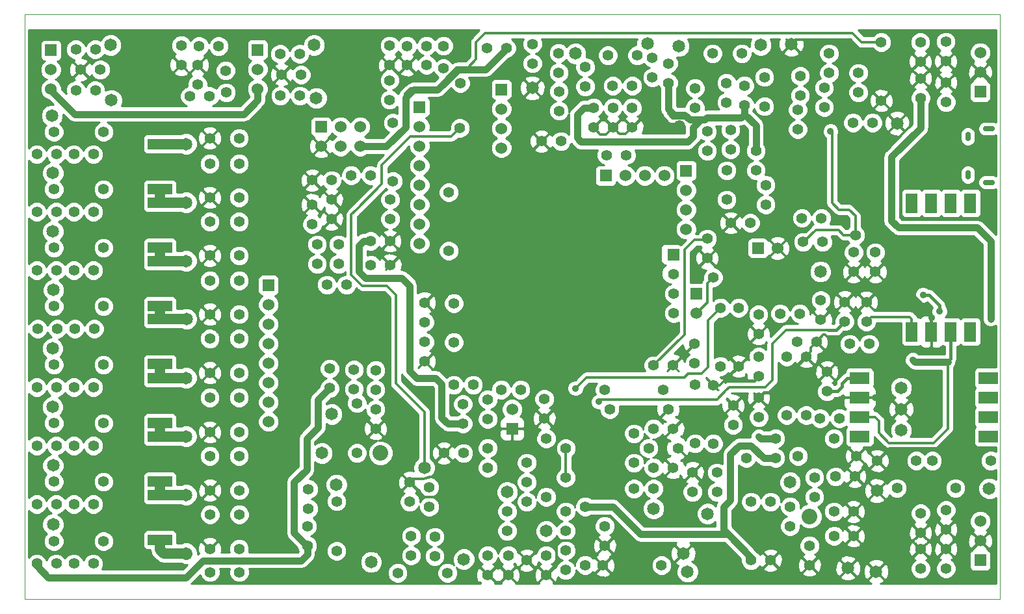
<source format=gbl>
G04 (created by PCBNEW-RS274X (2010-03-14)-final) date Wed 18 Sep 2013 10:54:27 PM EDT*
G01*
G70*
G90*
%MOIN*%
G04 Gerber Fmt 3.4, Leading zero omitted, Abs format*
%FSLAX34Y34*%
G04 APERTURE LIST*
%ADD10C,0.001000*%
%ADD11R,0.125000X0.053000*%
%ADD12C,0.055000*%
%ADD13R,0.060000X0.060000*%
%ADD14C,0.060000*%
%ADD15C,0.065000*%
%ADD16C,0.080000*%
%ADD17R,0.060000X0.100000*%
%ADD18R,0.100000X0.060000*%
%ADD19O,0.029500X0.049200*%
%ADD20O,0.061000X0.027600*%
%ADD21C,0.035000*%
%ADD22C,0.012400*%
%ADD23C,0.015000*%
%ADD24C,0.035000*%
%ADD25C,0.053000*%
%ADD26C,0.063000*%
%ADD27C,0.010000*%
G04 APERTURE END LIST*
G54D10*
X13760Y-39080D02*
X13760Y-09080D01*
X63760Y-39080D02*
X13760Y-39080D01*
X63760Y-09080D02*
X63760Y-39080D01*
X13760Y-09080D02*
X63760Y-09080D01*
G54D11*
X20709Y-33719D03*
X20709Y-36029D03*
X20709Y-30719D03*
X20709Y-33029D03*
X20709Y-27719D03*
X20709Y-30029D03*
X20709Y-24699D03*
X20709Y-27009D03*
X20709Y-21719D03*
X20709Y-24029D03*
X20709Y-18719D03*
X20709Y-21029D03*
X20709Y-15723D03*
X20709Y-18033D03*
G54D12*
X50976Y-19769D03*
X49976Y-19769D03*
X59484Y-31972D03*
X57484Y-31972D03*
X59700Y-37510D03*
X59700Y-36510D03*
X61000Y-37500D03*
X61000Y-36500D03*
X61000Y-34500D03*
X61000Y-35500D03*
X59700Y-34670D03*
X59700Y-35670D03*
X54010Y-36330D03*
X54010Y-37330D03*
X55260Y-35830D03*
X56260Y-35830D03*
X55260Y-34580D03*
X56260Y-34580D03*
X55340Y-32780D03*
X56340Y-32780D03*
X54898Y-28417D03*
X54898Y-27417D03*
X51401Y-29744D03*
X51401Y-28744D03*
X54358Y-25878D03*
X53358Y-25878D03*
X51398Y-27634D03*
X51398Y-26634D03*
X48760Y-20580D03*
X48760Y-21580D03*
X48120Y-25970D03*
X48120Y-26970D03*
X46010Y-27080D03*
X47010Y-27080D03*
X50090Y-30130D03*
X50090Y-29130D03*
X48010Y-33580D03*
X48010Y-32580D03*
X46010Y-32330D03*
X47010Y-32330D03*
X47010Y-30330D03*
X46010Y-30330D03*
X43510Y-35330D03*
X43510Y-36330D03*
X40510Y-36830D03*
X40510Y-37830D03*
X38560Y-36830D03*
X38560Y-37830D03*
X37510Y-36830D03*
X37510Y-37830D03*
X40410Y-29800D03*
X40410Y-28800D03*
X34272Y-26882D03*
X34272Y-25882D03*
X34272Y-23868D03*
X34272Y-24868D03*
X35776Y-23894D03*
X35776Y-25894D03*
X29510Y-17580D03*
X28510Y-17580D03*
X28510Y-18830D03*
X28510Y-19830D03*
X32510Y-21930D03*
X31510Y-21930D03*
X29860Y-21880D03*
X29860Y-20880D03*
X28760Y-21880D03*
X28760Y-20880D03*
X40260Y-15580D03*
X41260Y-15580D03*
X43921Y-12732D03*
X44921Y-12732D03*
X48142Y-12858D03*
X48142Y-13858D03*
X53620Y-19520D03*
X54620Y-19520D03*
X53680Y-20750D03*
X54680Y-20750D03*
X57240Y-14630D03*
X56240Y-14630D03*
G54D13*
X28970Y-14840D03*
G54D14*
X28970Y-15840D03*
X29970Y-14840D03*
X29970Y-15840D03*
X30970Y-14840D03*
X30970Y-15840D03*
G54D13*
X34010Y-13830D03*
G54D14*
X34010Y-14830D03*
X34010Y-15830D03*
X34010Y-16830D03*
X34010Y-17830D03*
X34010Y-18830D03*
X34010Y-19830D03*
X34010Y-20830D03*
G54D13*
X38210Y-12920D03*
G54D14*
X38210Y-13920D03*
X38210Y-14920D03*
X38210Y-15920D03*
G54D13*
X26268Y-22965D03*
G54D14*
X26268Y-23965D03*
X26268Y-24965D03*
X26268Y-25965D03*
X26268Y-26965D03*
X26268Y-27965D03*
X26268Y-28965D03*
X26268Y-29965D03*
X62760Y-36080D03*
X62760Y-35080D03*
G54D13*
X62760Y-37080D03*
X47680Y-17090D03*
G54D14*
X47680Y-18090D03*
X47680Y-19090D03*
X47680Y-20090D03*
G54D13*
X43560Y-17350D03*
G54D14*
X44560Y-17350D03*
X45560Y-17350D03*
X46560Y-17350D03*
G54D13*
X38760Y-30330D03*
G54D14*
X38760Y-29330D03*
G54D15*
X39795Y-12850D03*
X53071Y-10598D03*
X47524Y-36740D03*
X22048Y-18720D03*
G54D12*
X40510Y-33830D03*
X40510Y-30830D03*
X56420Y-31730D03*
X53420Y-31730D03*
X55260Y-30830D03*
X52260Y-30830D03*
X49070Y-28090D03*
X49070Y-31090D03*
X48140Y-31080D03*
X48140Y-28080D03*
X46760Y-29330D03*
X43760Y-29330D03*
X43510Y-28330D03*
X46510Y-28330D03*
X39190Y-28330D03*
X38190Y-28330D03*
G54D15*
X54563Y-22272D03*
G54D12*
X39510Y-37080D03*
X39510Y-34080D03*
X43420Y-37340D03*
X46420Y-37340D03*
X42510Y-37330D03*
X42510Y-34330D03*
X52010Y-37080D03*
X52010Y-34080D03*
X51010Y-34080D03*
X51010Y-37080D03*
X56510Y-13080D03*
X56510Y-12080D03*
G54D15*
X34260Y-32330D03*
X29510Y-29580D03*
G54D16*
X32010Y-31580D03*
G54D12*
X29400Y-27250D03*
X29400Y-28250D03*
X31760Y-29330D03*
X31760Y-30330D03*
X31760Y-27330D03*
X31760Y-28330D03*
X37510Y-28830D03*
X37510Y-29830D03*
X35510Y-21200D03*
X35510Y-18200D03*
X28260Y-35330D03*
X28260Y-36330D03*
X33510Y-34080D03*
X33510Y-33080D03*
X34510Y-34330D03*
X34510Y-33330D03*
G54D15*
X29750Y-33200D03*
G54D12*
X24768Y-33490D03*
X23268Y-33490D03*
X24758Y-36490D03*
X23258Y-36490D03*
X23268Y-34730D03*
X24768Y-34730D03*
X23274Y-37689D03*
X24774Y-37689D03*
X37510Y-32330D03*
X37510Y-31330D03*
X36260Y-31580D03*
X35260Y-31580D03*
X51760Y-17830D03*
X51760Y-18830D03*
X48760Y-16080D03*
X48760Y-15080D03*
G54D15*
X31530Y-37170D03*
X29010Y-31580D03*
G54D12*
X52260Y-31830D03*
X50760Y-31830D03*
X45760Y-31330D03*
X47260Y-31330D03*
X45010Y-30580D03*
X45010Y-32080D03*
X32510Y-19580D03*
X29510Y-19580D03*
X32510Y-18580D03*
X29510Y-18580D03*
X51693Y-13789D03*
X51693Y-12289D03*
X49760Y-17080D03*
X49760Y-18580D03*
X23258Y-28730D03*
X24758Y-28730D03*
X23258Y-31730D03*
X24758Y-31730D03*
X24758Y-21450D03*
X23258Y-21450D03*
X24758Y-24460D03*
X23258Y-24460D03*
X24758Y-27460D03*
X23258Y-27460D03*
X24758Y-30500D03*
X23258Y-30500D03*
X23258Y-22730D03*
X24758Y-22730D03*
X23258Y-25710D03*
X24758Y-25710D03*
X24758Y-18470D03*
X23258Y-18470D03*
X23258Y-19710D03*
X24758Y-19710D03*
X24758Y-15420D03*
X23258Y-15420D03*
X23258Y-16730D03*
X24758Y-16730D03*
G54D15*
X22048Y-15720D03*
X63220Y-33398D03*
X46010Y-34430D03*
X57420Y-37660D03*
X38510Y-33580D03*
X48780Y-34690D03*
X40510Y-35580D03*
X47748Y-37677D03*
G54D16*
X54010Y-34830D03*
G54D15*
X55980Y-37480D03*
X53010Y-33080D03*
X57461Y-33516D03*
X42010Y-11080D03*
X45689Y-10567D03*
X51504Y-10646D03*
X36280Y-37020D03*
G54D12*
X30510Y-17330D03*
X31510Y-17330D03*
G54D15*
X58492Y-14657D03*
X47303Y-10701D03*
G54D12*
X29260Y-22950D03*
X30260Y-22950D03*
X36760Y-28080D03*
X35760Y-28080D03*
X55547Y-29795D03*
X54547Y-29795D03*
X49748Y-13587D03*
X49748Y-12587D03*
X42510Y-12780D03*
X42510Y-11780D03*
X45953Y-12315D03*
X45953Y-11315D03*
X39510Y-32080D03*
X39510Y-33080D03*
X49260Y-32580D03*
X49260Y-33580D03*
X38510Y-35580D03*
X38510Y-34580D03*
X46010Y-33410D03*
X45010Y-33410D03*
X41510Y-34580D03*
X41510Y-35580D03*
X41510Y-37580D03*
X41510Y-36580D03*
X54260Y-32830D03*
X54260Y-33830D03*
X53010Y-35330D03*
X53010Y-34330D03*
X33580Y-35840D03*
X33580Y-36840D03*
X53527Y-12232D03*
X53527Y-13232D03*
X55010Y-11080D03*
X55010Y-12080D03*
X31500Y-20700D03*
X32500Y-20700D03*
X32650Y-14632D03*
X32650Y-17632D03*
X44610Y-16290D03*
X43610Y-16290D03*
X41160Y-13020D03*
X41160Y-14020D03*
X41150Y-12060D03*
X41150Y-11060D03*
X15388Y-16250D03*
X14388Y-16250D03*
X15388Y-19200D03*
X14388Y-19200D03*
X15388Y-22200D03*
X14388Y-22200D03*
X15438Y-25200D03*
X14438Y-25200D03*
X15388Y-28200D03*
X14388Y-28200D03*
X15388Y-31200D03*
X14388Y-31200D03*
X15388Y-34200D03*
X14388Y-34200D03*
X15388Y-37250D03*
X14388Y-37250D03*
X38468Y-10807D03*
X37468Y-10807D03*
X39799Y-11587D03*
X39799Y-10587D03*
X59700Y-13360D03*
X59700Y-12360D03*
X59690Y-10500D03*
X59690Y-11500D03*
X60990Y-10480D03*
X60990Y-11480D03*
X61000Y-13580D03*
X61000Y-12580D03*
G54D14*
X62760Y-12040D03*
X62760Y-11040D03*
G54D13*
X62760Y-13040D03*
G54D12*
X43930Y-14860D03*
X43930Y-13860D03*
X44910Y-14860D03*
X44910Y-13860D03*
X42930Y-14860D03*
X42930Y-13860D03*
X36240Y-30070D03*
X36240Y-29070D03*
X30650Y-27300D03*
X30650Y-28300D03*
X28320Y-34430D03*
X28320Y-33430D03*
X34790Y-35880D03*
X34790Y-36880D03*
X16288Y-16250D03*
X17288Y-16250D03*
X16288Y-19200D03*
X17288Y-19200D03*
X16338Y-25200D03*
X17338Y-25200D03*
X16288Y-22200D03*
X17288Y-22200D03*
X16288Y-31200D03*
X17288Y-31200D03*
X16288Y-28200D03*
X17288Y-28200D03*
X16288Y-37250D03*
X17288Y-37250D03*
X16288Y-34200D03*
X17288Y-34200D03*
X49960Y-16000D03*
X49960Y-15000D03*
X51260Y-16080D03*
X51260Y-17080D03*
X54760Y-12840D03*
X54760Y-13840D03*
X53409Y-13972D03*
X53409Y-14972D03*
X60295Y-31976D03*
X63295Y-31976D03*
X58488Y-33382D03*
X61488Y-33382D03*
G54D15*
X22048Y-27720D03*
X22048Y-30720D03*
X22048Y-33720D03*
X22048Y-36720D03*
X22058Y-24700D03*
X22048Y-21720D03*
G54D12*
X51390Y-24470D03*
X51390Y-25470D03*
X54580Y-23740D03*
X54580Y-24740D03*
X50370Y-27130D03*
X50370Y-24130D03*
X49450Y-24130D03*
X49450Y-27130D03*
X52500Y-24420D03*
X53500Y-24420D03*
X53831Y-26638D03*
X53831Y-29638D03*
X52838Y-29634D03*
X52838Y-26634D03*
X15263Y-15100D03*
X17813Y-15100D03*
X15263Y-18050D03*
X17813Y-18050D03*
X15263Y-21050D03*
X17813Y-21050D03*
X15263Y-24050D03*
X17813Y-24050D03*
X15263Y-27050D03*
X17813Y-27050D03*
X15263Y-30050D03*
X17813Y-30050D03*
X32895Y-37730D03*
X35445Y-37730D03*
X15263Y-33050D03*
X17813Y-33050D03*
X15263Y-36100D03*
X17813Y-36100D03*
X29760Y-36605D03*
X29760Y-34055D03*
X30800Y-29025D03*
X30800Y-31575D03*
X50673Y-12728D03*
X50673Y-13728D03*
X46775Y-11587D03*
X46775Y-12587D03*
X56272Y-22283D03*
X56272Y-21283D03*
X55807Y-24827D03*
X55807Y-23827D03*
X56925Y-24835D03*
X56925Y-23835D03*
X57386Y-22283D03*
X57386Y-21283D03*
X26941Y-12165D03*
X27941Y-12165D03*
X57063Y-25980D03*
X56063Y-25980D03*
X26862Y-11102D03*
X27862Y-11102D03*
X26882Y-13248D03*
X27882Y-13248D03*
X32480Y-10681D03*
X32480Y-11681D03*
X33378Y-11673D03*
X34378Y-11673D03*
X34378Y-10689D03*
X33378Y-10689D03*
X32480Y-13453D03*
X32480Y-12453D03*
G54D13*
X25709Y-10890D03*
G54D14*
X25709Y-11890D03*
X25709Y-12890D03*
G54D15*
X15228Y-35240D03*
X15228Y-32213D03*
X15197Y-29213D03*
X15197Y-26213D03*
X15244Y-23213D03*
X15213Y-20209D03*
X15213Y-17209D03*
X15173Y-14268D03*
G54D12*
X35236Y-10689D03*
X35236Y-11831D03*
X16646Y-11909D03*
X17646Y-11909D03*
X23713Y-10709D03*
X22713Y-10709D03*
X23244Y-13268D03*
X22244Y-13268D03*
X21791Y-10661D03*
X21791Y-11661D03*
X22630Y-11673D03*
X22630Y-12673D03*
X16390Y-10866D03*
X17390Y-10866D03*
X17390Y-12972D03*
X16390Y-12972D03*
G54D13*
X15118Y-10909D03*
G54D14*
X15118Y-11909D03*
X15118Y-12909D03*
G54D15*
X18177Y-10646D03*
X18220Y-13476D03*
X28602Y-10650D03*
X28720Y-13366D03*
G54D12*
X24071Y-11953D03*
X24091Y-13079D03*
G54D15*
X58701Y-30413D03*
X58701Y-29331D03*
X58701Y-28228D03*
G54D12*
X47050Y-23400D03*
X47050Y-24400D03*
X36100Y-12600D03*
X36080Y-14900D03*
G54D17*
X62252Y-25355D03*
X61252Y-25355D03*
X60252Y-25355D03*
X59252Y-25355D03*
X59252Y-18755D03*
X60252Y-18755D03*
X61252Y-18755D03*
X62252Y-18755D03*
G54D18*
X56574Y-30728D03*
X56574Y-29728D03*
X56574Y-28728D03*
X56574Y-27728D03*
X63174Y-27728D03*
X63174Y-28728D03*
X63174Y-29728D03*
X63174Y-30728D03*
G54D19*
X62126Y-17299D03*
X62126Y-15331D03*
G54D20*
X63189Y-17693D03*
X63189Y-14937D03*
G54D12*
X43671Y-11177D03*
X45171Y-11177D03*
X49041Y-11079D03*
X50541Y-11079D03*
X57685Y-13496D03*
X57685Y-10496D03*
G54D13*
X47037Y-21390D03*
G54D12*
X47037Y-22390D03*
G54D13*
X51366Y-21067D03*
G54D14*
X52366Y-21067D03*
G54D13*
X48201Y-23398D03*
G54D14*
X48201Y-24398D03*
G54D12*
X41510Y-32830D03*
X41516Y-31339D03*
G54D21*
X42012Y-28256D03*
X61331Y-17417D03*
X62291Y-20713D03*
X59177Y-20626D03*
X60272Y-24638D03*
X57358Y-28724D03*
X61024Y-31319D03*
G54D12*
X47350Y-14780D03*
X45830Y-14780D03*
X49070Y-22570D03*
G54D21*
X55083Y-15071D03*
G54D12*
X56358Y-20394D03*
G54D21*
X51398Y-30728D03*
X59311Y-26807D03*
X61090Y-26898D03*
X43209Y-28949D03*
X59827Y-23461D03*
X60677Y-24311D03*
X63291Y-24689D03*
G54D22*
X41516Y-32824D02*
X41516Y-31339D01*
X41510Y-32830D02*
X41516Y-32824D01*
X42575Y-27693D02*
X47599Y-27693D01*
X42012Y-28256D02*
X42575Y-27693D01*
X48811Y-24769D02*
X49450Y-24130D01*
X48811Y-27169D02*
X48811Y-24769D01*
X48464Y-27516D02*
X48811Y-27169D01*
X47776Y-27516D02*
X48464Y-27516D01*
X47599Y-27693D02*
X47776Y-27516D01*
X58492Y-14657D02*
X58492Y-14665D01*
X58492Y-14665D02*
X58851Y-15024D01*
X58964Y-13096D02*
X59700Y-12360D01*
X58964Y-13527D02*
X58964Y-13096D01*
X59244Y-13807D02*
X58964Y-13527D01*
X59244Y-14725D02*
X59244Y-13807D01*
X58945Y-15024D02*
X59244Y-14725D01*
X58851Y-15024D02*
X58945Y-15024D01*
X58208Y-20626D02*
X59177Y-20626D01*
X57512Y-19930D02*
X58208Y-20626D01*
X57512Y-16460D02*
X57512Y-19930D01*
X58890Y-15082D02*
X57512Y-16460D01*
X58890Y-15063D02*
X58890Y-15082D01*
X58492Y-14665D02*
X58890Y-15063D01*
X60358Y-13222D02*
X61000Y-12580D01*
X60358Y-13940D02*
X60358Y-13222D01*
X60780Y-14362D02*
X60358Y-13940D01*
X61386Y-14362D02*
X60780Y-14362D01*
X61457Y-14433D02*
X61386Y-14362D01*
X61457Y-17291D02*
X61457Y-14433D01*
X61331Y-17417D02*
X61457Y-17291D01*
X59642Y-21118D02*
X56925Y-23835D01*
X61886Y-21118D02*
X59642Y-21118D01*
X62291Y-20713D02*
X61886Y-21118D01*
X57874Y-21795D02*
X57386Y-22283D01*
X58008Y-21795D02*
X57874Y-21795D01*
X59177Y-20626D02*
X58008Y-21795D01*
X56925Y-23835D02*
X56925Y-23878D01*
X56925Y-23878D02*
X57299Y-24252D01*
X57299Y-24252D02*
X59886Y-24252D01*
X59886Y-24252D02*
X60272Y-24638D01*
X56925Y-23835D02*
X57421Y-23339D01*
X57421Y-23339D02*
X57843Y-23339D01*
X57843Y-23339D02*
X59201Y-23339D01*
X59201Y-23339D02*
X60252Y-24390D01*
X60252Y-24390D02*
X60252Y-25355D01*
X60272Y-24638D02*
X60252Y-24658D01*
X60252Y-24658D02*
X60252Y-25355D01*
X33510Y-33080D02*
X33521Y-33080D01*
X35727Y-33991D02*
X35727Y-34553D01*
X35567Y-33831D02*
X35727Y-33991D01*
X34272Y-33831D02*
X35567Y-33831D01*
X33521Y-33080D02*
X34272Y-33831D01*
X35260Y-31580D02*
X35727Y-32047D01*
X35727Y-32047D02*
X35720Y-32047D01*
X33685Y-32905D02*
X33510Y-33080D01*
X34252Y-32905D02*
X33685Y-32905D01*
X34291Y-32866D02*
X34252Y-32905D01*
X34382Y-32866D02*
X34291Y-32866D01*
X34409Y-32839D02*
X34382Y-32866D01*
X34488Y-32839D02*
X34409Y-32839D01*
X34520Y-32807D02*
X34488Y-32839D01*
X34960Y-32807D02*
X34520Y-32807D01*
X35720Y-32047D02*
X34960Y-32807D01*
X53071Y-10598D02*
X53071Y-10574D01*
X59308Y-11882D02*
X59690Y-11500D01*
X57540Y-11882D02*
X59308Y-11882D01*
X56020Y-10362D02*
X57540Y-11882D01*
X53283Y-10362D02*
X56020Y-10362D01*
X53071Y-10574D02*
X53283Y-10362D01*
X43930Y-14860D02*
X43931Y-14860D01*
X44581Y-15189D02*
X44910Y-14860D01*
X44260Y-15189D02*
X44581Y-15189D01*
X43931Y-14860D02*
X44260Y-15189D01*
X42930Y-14860D02*
X42930Y-14875D01*
X43566Y-15224D02*
X43930Y-14860D01*
X43279Y-15224D02*
X43566Y-15224D01*
X42930Y-14875D02*
X43279Y-15224D01*
X54358Y-25878D02*
X54358Y-25854D01*
X54358Y-25854D02*
X54704Y-25508D01*
X54704Y-25508D02*
X54819Y-25508D01*
X54819Y-25508D02*
X54964Y-25653D01*
X54964Y-25653D02*
X55536Y-25653D01*
X55536Y-25653D02*
X55780Y-25409D01*
X55780Y-25409D02*
X56130Y-25409D01*
X56130Y-25409D02*
X56362Y-25177D01*
X56362Y-25177D02*
X56362Y-24398D01*
X56362Y-24398D02*
X56925Y-23835D01*
X53831Y-26638D02*
X53831Y-26625D01*
X54083Y-26153D02*
X54358Y-25878D01*
X54083Y-26373D02*
X54083Y-26153D01*
X53831Y-26625D02*
X54083Y-26373D01*
X56574Y-28728D02*
X57354Y-28728D01*
X57354Y-28728D02*
X57358Y-28724D01*
X58117Y-31339D02*
X57484Y-31972D01*
X61004Y-31339D02*
X58117Y-31339D01*
X61024Y-31319D02*
X61004Y-31339D01*
G54D23*
X51401Y-28744D02*
X51413Y-28744D01*
X53826Y-26638D02*
X53831Y-26638D01*
X53421Y-27043D02*
X53826Y-26638D01*
X53421Y-27170D02*
X53421Y-27043D01*
X52119Y-28472D02*
X53421Y-27170D01*
X51685Y-28472D02*
X52119Y-28472D01*
X51413Y-28744D02*
X51685Y-28472D01*
X51398Y-27634D02*
X51381Y-27634D01*
X49882Y-27618D02*
X50370Y-27130D01*
X49882Y-27760D02*
X49882Y-27618D01*
X49976Y-27854D02*
X49882Y-27760D01*
X51161Y-27854D02*
X49976Y-27854D01*
X51381Y-27634D02*
X51161Y-27854D01*
G54D22*
X49070Y-28090D02*
X49410Y-28090D01*
X49410Y-28090D02*
X50370Y-27130D01*
X45830Y-14780D02*
X47350Y-14780D01*
X35727Y-34553D02*
X35727Y-33860D01*
X34272Y-26882D02*
X34279Y-26882D01*
X41127Y-29083D02*
X40410Y-29800D01*
X41127Y-27987D02*
X41127Y-29083D01*
X40452Y-27312D02*
X41127Y-27987D01*
X34709Y-27312D02*
X40452Y-27312D01*
X34279Y-26882D02*
X34709Y-27312D01*
X28510Y-18830D02*
X28510Y-18838D01*
X29129Y-19199D02*
X29510Y-19580D01*
X28871Y-19199D02*
X29129Y-19199D01*
X28510Y-18838D02*
X28871Y-19199D01*
X62760Y-12040D02*
X62679Y-12040D01*
X60990Y-11481D02*
X60990Y-11480D01*
X62100Y-12591D02*
X60990Y-11481D01*
X62100Y-12619D02*
X62100Y-12591D01*
X62679Y-12040D02*
X62100Y-12619D01*
X62760Y-12040D02*
X62893Y-12040D01*
X62893Y-12040D02*
X63472Y-12619D01*
X63472Y-12619D02*
X63472Y-13725D01*
X63472Y-13725D02*
X63346Y-13851D01*
X63346Y-13851D02*
X62271Y-13851D01*
X62271Y-13851D02*
X61000Y-12580D01*
X40510Y-37830D02*
X40510Y-37814D01*
X43053Y-35873D02*
X43510Y-36330D01*
X42577Y-35873D02*
X43053Y-35873D01*
X42374Y-36076D02*
X42577Y-35873D01*
X41100Y-36076D02*
X42374Y-36076D01*
X41037Y-36139D02*
X41100Y-36076D01*
X41037Y-37287D02*
X41037Y-36139D01*
X40510Y-37814D02*
X41037Y-37287D01*
X38560Y-37830D02*
X38560Y-37845D01*
X40096Y-38244D02*
X40510Y-37830D01*
X38959Y-38244D02*
X40096Y-38244D01*
X38560Y-37845D02*
X38959Y-38244D01*
X40510Y-37830D02*
X40580Y-37830D01*
X40580Y-37830D02*
X40985Y-38235D01*
X40985Y-38235D02*
X42546Y-38235D01*
X42546Y-38235D02*
X43420Y-37361D01*
X43420Y-37361D02*
X43420Y-37340D01*
X39510Y-37080D02*
X39510Y-37098D01*
X39510Y-37098D02*
X39864Y-37452D01*
X39864Y-37452D02*
X40132Y-37452D01*
X40132Y-37452D02*
X40510Y-37830D01*
X39510Y-37080D02*
X39081Y-36651D01*
X39081Y-36651D02*
X39081Y-36498D01*
X39081Y-36498D02*
X38847Y-36264D01*
X38847Y-36264D02*
X38131Y-36264D01*
X38131Y-36264D02*
X35727Y-33860D01*
X35727Y-33860D02*
X35727Y-32047D01*
X38560Y-37830D02*
X38560Y-37824D01*
X39139Y-37451D02*
X39510Y-37080D01*
X38933Y-37451D02*
X39139Y-37451D01*
X38560Y-37824D02*
X38933Y-37451D01*
X37510Y-37830D02*
X37550Y-37830D01*
X38173Y-38217D02*
X38560Y-37830D01*
X37937Y-38217D02*
X38173Y-38217D01*
X37550Y-37830D02*
X37937Y-38217D01*
X48201Y-24398D02*
X48222Y-24398D01*
X48768Y-22872D02*
X49070Y-22570D01*
X48768Y-23852D02*
X48768Y-22872D01*
X48222Y-24398D02*
X48768Y-23852D01*
X48760Y-23860D02*
X48210Y-24410D01*
X49070Y-22570D02*
X48760Y-22880D01*
X48760Y-22880D02*
X48760Y-23860D01*
X56358Y-20394D02*
X56358Y-19413D01*
X55157Y-15145D02*
X55083Y-15071D01*
X55157Y-18751D02*
X55157Y-15145D01*
X55493Y-19087D02*
X55157Y-18751D01*
X56032Y-19087D02*
X55493Y-19087D01*
X56358Y-19413D02*
X56032Y-19087D01*
X53680Y-20750D02*
X53718Y-20750D01*
X55749Y-20394D02*
X56358Y-20394D01*
X55493Y-20138D02*
X55749Y-20394D01*
X54330Y-20138D02*
X55493Y-20138D01*
X53718Y-20750D02*
X54330Y-20138D01*
G54D24*
X18728Y-14189D02*
X24988Y-14189D01*
X24988Y-14189D02*
X25709Y-13468D01*
X15118Y-12909D02*
X15118Y-12964D01*
X25709Y-13468D02*
X25709Y-12890D01*
X16343Y-14189D02*
X18728Y-14189D01*
X15118Y-12964D02*
X16343Y-14189D01*
X28260Y-36330D02*
X28239Y-36330D01*
X28799Y-28851D02*
X29400Y-28250D01*
X28799Y-30260D02*
X28799Y-28851D01*
X28228Y-30831D02*
X28799Y-30260D01*
X28228Y-32437D02*
X28228Y-30831D01*
X27587Y-33078D02*
X28228Y-32437D01*
X27587Y-35678D02*
X27587Y-33078D01*
X28239Y-36330D02*
X27587Y-35678D01*
X14388Y-37250D02*
X14388Y-37361D01*
X27952Y-37087D02*
X28260Y-36779D01*
X22920Y-37087D02*
X27952Y-37087D01*
X22050Y-37957D02*
X22920Y-37087D01*
X14984Y-37957D02*
X22050Y-37957D01*
X14388Y-37361D02*
X14984Y-37957D01*
X28260Y-36779D02*
X28260Y-36330D01*
G54D22*
X28260Y-36779D02*
X28260Y-36330D01*
G54D25*
X20709Y-15723D02*
X22045Y-15723D01*
X22045Y-15723D02*
X22048Y-15720D01*
X20709Y-18033D02*
X20709Y-18719D01*
X20709Y-18719D02*
X22047Y-18719D01*
X22047Y-18719D02*
X22048Y-18720D01*
X20709Y-21029D02*
X20709Y-21719D01*
X20709Y-21719D02*
X22047Y-21719D01*
X22047Y-21719D02*
X22048Y-21720D01*
X20709Y-24029D02*
X20709Y-24699D01*
X20709Y-24699D02*
X22057Y-24699D01*
X22057Y-24699D02*
X22058Y-24700D01*
X20709Y-27009D02*
X20709Y-27719D01*
X20709Y-27719D02*
X22047Y-27719D01*
X22047Y-27719D02*
X22048Y-27720D01*
X20709Y-30029D02*
X20709Y-30719D01*
X20709Y-30719D02*
X22047Y-30719D01*
X22047Y-30719D02*
X22048Y-30720D01*
X20709Y-33029D02*
X20709Y-33719D01*
X20709Y-33719D02*
X22047Y-33719D01*
X22047Y-33719D02*
X22048Y-33720D01*
X20709Y-36029D02*
X20709Y-36536D01*
X20893Y-36720D02*
X22048Y-36720D01*
X20709Y-36536D02*
X20893Y-36720D01*
G54D26*
X22041Y-36727D02*
X22048Y-36720D01*
G54D24*
X22041Y-36727D02*
X22048Y-36720D01*
X51500Y-30830D02*
X52260Y-30830D01*
X51398Y-30728D02*
X51500Y-30830D01*
G54D23*
X61252Y-25355D02*
X61252Y-26736D01*
G54D24*
X59311Y-26807D02*
X59421Y-26917D01*
X59421Y-26917D02*
X61071Y-26917D01*
X61071Y-26917D02*
X61090Y-26898D01*
X42510Y-34330D02*
X43933Y-34330D01*
X45351Y-35748D02*
X49830Y-35748D01*
X43933Y-34330D02*
X45351Y-35748D01*
G54D22*
X56574Y-29728D02*
X57358Y-29728D01*
X57567Y-30543D02*
X58079Y-31055D01*
X57567Y-29937D02*
X57567Y-30543D01*
X57358Y-29728D02*
X57567Y-29937D01*
X61090Y-30327D02*
X61090Y-26898D01*
X58079Y-31055D02*
X60362Y-31055D01*
X60362Y-31055D02*
X61090Y-30327D01*
G54D24*
X51010Y-37080D02*
X51010Y-36928D01*
X51010Y-36928D02*
X49830Y-35748D01*
X51657Y-31830D02*
X52260Y-31830D01*
X51020Y-31193D02*
X51657Y-31830D01*
X50397Y-31193D02*
X51020Y-31193D01*
X49953Y-31637D02*
X50397Y-31193D01*
X49953Y-33997D02*
X49953Y-31637D01*
X49606Y-34344D02*
X49953Y-33997D01*
X49606Y-35524D02*
X49606Y-34344D01*
X49830Y-35748D02*
X49606Y-35524D01*
G54D23*
X61252Y-26736D02*
X61090Y-26898D01*
X61090Y-26898D02*
X61071Y-26917D01*
X61071Y-26917D02*
X59421Y-26917D01*
X54961Y-25256D02*
X55378Y-25256D01*
X55378Y-25256D02*
X55807Y-24827D01*
G54D22*
X49894Y-28197D02*
X51732Y-28197D01*
X52791Y-25256D02*
X54961Y-25256D01*
X52094Y-25953D02*
X52791Y-25256D01*
X52094Y-27835D02*
X52094Y-25953D01*
X51732Y-28197D02*
X52094Y-27835D01*
X43209Y-28949D02*
X43316Y-28842D01*
X43316Y-28842D02*
X49256Y-28842D01*
X49256Y-28842D02*
X49752Y-28346D01*
X49752Y-28339D02*
X49894Y-28197D01*
X49752Y-28346D02*
X49752Y-28339D01*
G54D24*
X33490Y-22986D02*
X33490Y-27360D01*
X33490Y-27360D02*
X33862Y-27732D01*
X35150Y-29760D02*
X35460Y-30070D01*
X35150Y-28044D02*
X35150Y-29760D01*
X34838Y-27732D02*
X35150Y-28044D01*
X33862Y-27732D02*
X34838Y-27732D01*
X35460Y-30070D02*
X36240Y-30070D01*
X31138Y-20700D02*
X31500Y-20700D01*
X30902Y-20936D02*
X31138Y-20700D01*
X30902Y-22264D02*
X30902Y-20936D01*
X31225Y-22587D02*
X30902Y-22264D01*
X33091Y-22587D02*
X31225Y-22587D01*
X33490Y-22986D02*
X33091Y-22587D01*
X38468Y-10807D02*
X38468Y-10832D01*
X32310Y-15840D02*
X30970Y-15840D01*
X33291Y-14859D02*
X32310Y-15840D01*
X33291Y-13335D02*
X33291Y-14859D01*
X33701Y-12925D02*
X33291Y-13335D01*
X34952Y-12925D02*
X33701Y-12925D01*
X35991Y-11886D02*
X34952Y-12925D01*
X37414Y-11886D02*
X35991Y-11886D01*
X38468Y-10832D02*
X37414Y-11886D01*
X42090Y-14634D02*
X42090Y-14198D01*
X42428Y-13860D02*
X42930Y-13860D01*
X42090Y-14198D02*
X42428Y-13860D01*
X48031Y-14878D02*
X48444Y-14465D01*
X48031Y-15323D02*
X48031Y-14878D01*
X47760Y-15594D02*
X48031Y-15323D01*
X42279Y-15594D02*
X47760Y-15594D01*
X42090Y-15405D02*
X42279Y-15594D01*
X42090Y-14634D02*
X42090Y-15405D01*
X46775Y-12587D02*
X46775Y-13933D01*
X46775Y-13933D02*
X47066Y-14224D01*
X47066Y-14224D02*
X47621Y-14224D01*
X47621Y-14224D02*
X47862Y-14465D01*
X47862Y-14465D02*
X48444Y-14465D01*
X50500Y-14366D02*
X50673Y-14193D01*
X48444Y-14465D02*
X48649Y-14465D01*
X48649Y-14465D02*
X48748Y-14366D01*
X48748Y-14366D02*
X50500Y-14366D01*
X50673Y-13728D02*
X50673Y-14193D01*
X50673Y-14193D02*
X51260Y-14780D01*
X51260Y-14780D02*
X51260Y-16080D01*
G54D23*
X50817Y-14356D02*
X50836Y-14356D01*
X50836Y-14356D02*
X51260Y-14780D01*
X51260Y-14780D02*
X51260Y-16080D01*
X50673Y-13728D02*
X50673Y-14212D01*
X50673Y-14212D02*
X50817Y-14356D01*
X46982Y-14356D02*
X50817Y-14356D01*
X50836Y-14356D02*
X50840Y-14360D01*
X46775Y-12587D02*
X46775Y-14149D01*
X46775Y-14149D02*
X46982Y-14356D01*
G54D22*
X56671Y-10491D02*
X57680Y-10491D01*
X57680Y-10491D02*
X57685Y-10496D01*
X37618Y-10039D02*
X37618Y-10040D01*
X32172Y-15840D02*
X32815Y-15197D01*
X32815Y-15197D02*
X32953Y-15197D01*
X32953Y-15197D02*
X33268Y-14882D01*
X30970Y-15840D02*
X32172Y-15840D01*
X37618Y-10040D02*
X56220Y-10040D01*
X56220Y-10040D02*
X56671Y-10491D01*
X33268Y-14882D02*
X33268Y-13149D01*
X33268Y-13149D02*
X33543Y-12874D01*
X33543Y-12874D02*
X35079Y-12874D01*
X35079Y-12874D02*
X35394Y-12559D01*
X35394Y-12559D02*
X35394Y-12302D01*
X35394Y-12302D02*
X35905Y-11791D01*
X35905Y-11791D02*
X36496Y-11791D01*
X36496Y-11791D02*
X36909Y-11378D01*
X36909Y-11378D02*
X36909Y-10493D01*
X36909Y-10493D02*
X37363Y-10039D01*
X37363Y-10039D02*
X37618Y-10039D01*
X56671Y-10491D02*
X56680Y-10500D01*
X48760Y-20580D02*
X48570Y-20580D01*
X47600Y-25490D02*
X46010Y-27080D01*
X47600Y-21150D02*
X47600Y-25490D01*
X48100Y-20650D02*
X47600Y-21150D01*
X48500Y-20650D02*
X48100Y-20650D01*
X48570Y-20580D02*
X48500Y-20650D01*
X36240Y-30070D02*
X35460Y-30070D01*
X50673Y-14193D02*
X50840Y-14360D01*
X50840Y-14360D02*
X51240Y-14760D01*
X51240Y-14760D02*
X51240Y-16060D01*
X51240Y-16060D02*
X51260Y-16080D01*
X30770Y-19090D02*
X30769Y-19090D01*
X31076Y-22990D02*
X31430Y-22990D01*
X30512Y-22426D02*
X31076Y-22990D01*
X30512Y-19347D02*
X30512Y-22426D01*
X30769Y-19090D02*
X30512Y-19347D01*
X33709Y-15330D02*
X33540Y-15330D01*
X32080Y-16790D02*
X32080Y-17780D01*
X33540Y-15330D02*
X32080Y-16790D01*
X34260Y-32330D02*
X34260Y-29470D01*
X35650Y-15330D02*
X36080Y-14900D01*
X33709Y-15330D02*
X35650Y-15330D01*
X30770Y-19090D02*
X32080Y-17780D01*
X32330Y-22990D02*
X31430Y-22990D01*
X32800Y-23460D02*
X32330Y-22990D01*
X32800Y-28010D02*
X32800Y-23460D01*
X34260Y-29470D02*
X32800Y-28010D01*
G54D23*
X60142Y-23461D02*
X59827Y-23461D01*
X60681Y-24000D02*
X60142Y-23461D01*
X60681Y-24307D02*
X60681Y-24000D01*
X60677Y-24311D02*
X60681Y-24307D01*
G54D24*
X59700Y-13360D02*
X59700Y-14891D01*
X58213Y-16378D02*
X58205Y-16378D01*
X59700Y-14891D02*
X58213Y-16378D01*
X63291Y-24689D02*
X63291Y-21886D01*
X63291Y-21886D02*
X63291Y-20709D01*
X63291Y-20709D02*
X62598Y-20016D01*
X62598Y-20016D02*
X58564Y-20016D01*
X58564Y-20016D02*
X58205Y-19657D01*
X58205Y-19657D02*
X58205Y-16378D01*
G54D22*
X59252Y-25355D02*
X59252Y-24705D01*
X57169Y-24591D02*
X56925Y-24835D01*
X59138Y-24591D02*
X57169Y-24591D01*
X59252Y-24705D02*
X59138Y-24591D01*
G54D23*
X56574Y-27728D02*
X55949Y-27728D01*
X55437Y-28417D02*
X54898Y-28417D01*
X55681Y-28173D02*
X55437Y-28417D01*
X55681Y-27996D02*
X55681Y-28173D01*
X55949Y-27728D02*
X55681Y-27996D01*
G54D27*
X37080Y-09879D02*
X37080Y-09879D01*
X13965Y-09959D02*
X37001Y-09959D01*
X56580Y-09959D02*
X60877Y-09959D01*
X61105Y-09959D02*
X63555Y-09959D01*
X13965Y-10039D02*
X36921Y-10039D01*
X56660Y-10039D02*
X57417Y-10039D01*
X57955Y-10039D02*
X59432Y-10039D01*
X59950Y-10039D02*
X60689Y-10039D01*
X61292Y-10039D02*
X63555Y-10039D01*
X13965Y-10119D02*
X17947Y-10119D01*
X18408Y-10119D02*
X28382Y-10119D01*
X28823Y-10119D02*
X36841Y-10119D01*
X56740Y-10119D02*
X57320Y-10119D01*
X58051Y-10119D02*
X59329Y-10119D01*
X60052Y-10119D02*
X60609Y-10119D01*
X61372Y-10119D02*
X63555Y-10119D01*
X13965Y-10199D02*
X17811Y-10199D01*
X18543Y-10199D02*
X21536Y-10199D01*
X22048Y-10199D02*
X22573Y-10199D01*
X22855Y-10199D02*
X23573Y-10199D01*
X23855Y-10199D02*
X28240Y-10199D01*
X28964Y-10199D02*
X32273Y-10199D01*
X32689Y-10199D02*
X33190Y-10199D01*
X33568Y-10199D02*
X34190Y-10199D01*
X34568Y-10199D02*
X35048Y-10199D01*
X35426Y-10199D02*
X36761Y-10199D01*
X58130Y-10199D02*
X59249Y-10199D01*
X60132Y-10199D02*
X60538Y-10199D01*
X61442Y-10199D02*
X63555Y-10199D01*
X13965Y-10279D02*
X17731Y-10279D01*
X18623Y-10279D02*
X21431Y-10279D01*
X22152Y-10279D02*
X22401Y-10279D01*
X23026Y-10279D02*
X23401Y-10279D01*
X24026Y-10279D02*
X28160Y-10279D01*
X29044Y-10279D02*
X32140Y-10279D01*
X32821Y-10279D02*
X33046Y-10279D01*
X33711Y-10279D02*
X34046Y-10279D01*
X34711Y-10279D02*
X34904Y-10279D01*
X35569Y-10279D02*
X36684Y-10279D01*
X58164Y-10279D02*
X59214Y-10279D01*
X60167Y-10279D02*
X60505Y-10279D01*
X61475Y-10279D02*
X63555Y-10279D01*
X13965Y-10359D02*
X16243Y-10359D01*
X16539Y-10359D02*
X17243Y-10359D01*
X17539Y-10359D02*
X17674Y-10359D01*
X18681Y-10359D02*
X21351Y-10359D01*
X22232Y-10359D02*
X22321Y-10359D01*
X23106Y-10359D02*
X23321Y-10359D01*
X24106Y-10359D02*
X25317Y-10359D01*
X26103Y-10359D02*
X28101Y-10359D01*
X29105Y-10359D02*
X32060Y-10359D01*
X32901Y-10359D02*
X32966Y-10359D01*
X33791Y-10359D02*
X33966Y-10359D01*
X34791Y-10359D02*
X34823Y-10359D01*
X35649Y-10359D02*
X36631Y-10359D01*
X38759Y-10359D02*
X39324Y-10359D01*
X40273Y-10359D02*
X45153Y-10359D01*
X47774Y-10359D02*
X51001Y-10359D01*
X52007Y-10359D02*
X52453Y-10359D01*
X52814Y-10359D02*
X52815Y-10359D01*
X53292Y-10359D02*
X53293Y-10359D01*
X53687Y-10359D02*
X56097Y-10359D01*
X58197Y-10359D02*
X59180Y-10359D01*
X60200Y-10359D02*
X60472Y-10359D01*
X61508Y-10359D02*
X63555Y-10359D01*
X13965Y-10439D02*
X14636Y-10439D01*
X15600Y-10439D02*
X16075Y-10439D01*
X16706Y-10439D02*
X17075Y-10439D01*
X18714Y-10439D02*
X21315Y-10439D01*
X23170Y-10439D02*
X23257Y-10439D01*
X24170Y-10439D02*
X25208Y-10439D01*
X26210Y-10439D02*
X28068Y-10439D01*
X29138Y-10439D02*
X32012Y-10439D01*
X33843Y-10439D02*
X33913Y-10439D01*
X35701Y-10439D02*
X36608Y-10439D01*
X38843Y-10439D02*
X39292Y-10439D01*
X40306Y-10439D02*
X45120Y-10439D01*
X47817Y-10439D02*
X50968Y-10439D01*
X52041Y-10439D02*
X52419Y-10439D01*
X52894Y-10439D02*
X52895Y-10439D01*
X53212Y-10439D02*
X53213Y-10439D01*
X53719Y-10439D02*
X56177Y-10439D01*
X58210Y-10439D02*
X59165Y-10439D01*
X60215Y-10439D02*
X60465Y-10439D01*
X61515Y-10439D02*
X63555Y-10439D01*
X13965Y-10519D02*
X14586Y-10519D01*
X15651Y-10519D02*
X15995Y-10519D01*
X16786Y-10519D02*
X16995Y-10519D01*
X18747Y-10519D02*
X21282Y-10519D01*
X23202Y-10519D02*
X23223Y-10519D01*
X24203Y-10519D02*
X25169Y-10519D01*
X26249Y-10519D02*
X28034Y-10519D01*
X29170Y-10519D02*
X31979Y-10519D01*
X33875Y-10519D02*
X33880Y-10519D01*
X35734Y-10519D02*
X36597Y-10519D01*
X38917Y-10519D02*
X39274Y-10519D01*
X40324Y-10519D02*
X41863Y-10519D01*
X42159Y-10519D02*
X45114Y-10519D01*
X47850Y-10519D02*
X50934Y-10519D01*
X52074Y-10519D02*
X52412Y-10519D01*
X52974Y-10519D02*
X52975Y-10519D01*
X53132Y-10519D02*
X53133Y-10519D01*
X53734Y-10519D02*
X56257Y-10519D01*
X58210Y-10519D02*
X59165Y-10519D01*
X60215Y-10519D02*
X60465Y-10519D01*
X61515Y-10519D02*
X62584Y-10519D01*
X62937Y-10519D02*
X63555Y-10519D01*
X13965Y-10599D02*
X14569Y-10599D01*
X15667Y-10599D02*
X15933Y-10599D01*
X16848Y-10599D02*
X16932Y-10599D01*
X18752Y-10599D02*
X21266Y-10599D01*
X24236Y-10599D02*
X25160Y-10599D01*
X26258Y-10599D02*
X26705Y-10599D01*
X27021Y-10599D02*
X27705Y-10599D01*
X28022Y-10599D02*
X28027Y-10599D01*
X29177Y-10599D02*
X31955Y-10599D01*
X35761Y-10599D02*
X36597Y-10599D01*
X38950Y-10599D02*
X39274Y-10599D01*
X40324Y-10599D02*
X40892Y-10599D01*
X41410Y-10599D02*
X41678Y-10599D01*
X42342Y-10599D02*
X45114Y-10599D01*
X47878Y-10599D02*
X48829Y-10599D01*
X49255Y-10599D02*
X50329Y-10599D01*
X50755Y-10599D02*
X50929Y-10599D01*
X52079Y-10599D02*
X52410Y-10599D01*
X53053Y-10599D02*
X53089Y-10599D01*
X53732Y-10599D02*
X54800Y-10599D01*
X55222Y-10599D02*
X56337Y-10599D01*
X58210Y-10599D02*
X59165Y-10599D01*
X60215Y-10599D02*
X60471Y-10599D01*
X61509Y-10599D02*
X62425Y-10599D01*
X63095Y-10599D02*
X63555Y-10599D01*
X13965Y-10679D02*
X14569Y-10679D01*
X15667Y-10679D02*
X15899Y-10679D01*
X16880Y-10679D02*
X16899Y-10679D01*
X18752Y-10679D02*
X21266Y-10679D01*
X24238Y-10679D02*
X25160Y-10679D01*
X26258Y-10679D02*
X26543Y-10679D01*
X27182Y-10679D02*
X27543Y-10679D01*
X29177Y-10679D02*
X31955Y-10679D01*
X35761Y-10679D02*
X36597Y-10679D01*
X38984Y-10679D02*
X39274Y-10679D01*
X40324Y-10679D02*
X40789Y-10679D01*
X41512Y-10679D02*
X41598Y-10679D01*
X42422Y-10679D02*
X43502Y-10679D01*
X43842Y-10679D02*
X45002Y-10679D01*
X47878Y-10679D02*
X48699Y-10679D01*
X49384Y-10679D02*
X50199Y-10679D01*
X50884Y-10679D02*
X50929Y-10679D01*
X52079Y-10679D02*
X52408Y-10679D01*
X52973Y-10679D02*
X53007Y-10679D01*
X53135Y-10679D02*
X53169Y-10679D01*
X53730Y-10679D02*
X54669Y-10679D01*
X55352Y-10679D02*
X56417Y-10679D01*
X58177Y-10679D02*
X59196Y-10679D01*
X60184Y-10679D02*
X60504Y-10679D01*
X61476Y-10679D02*
X62345Y-10679D01*
X63175Y-10679D02*
X63555Y-10679D01*
X13965Y-10759D02*
X14569Y-10759D01*
X15667Y-10759D02*
X15866Y-10759D01*
X18752Y-10759D02*
X21266Y-10759D01*
X24238Y-10759D02*
X25160Y-10759D01*
X26258Y-10759D02*
X26463Y-10759D01*
X27262Y-10759D02*
X27463Y-10759D01*
X29177Y-10759D02*
X31955Y-10759D01*
X35761Y-10759D02*
X36597Y-10759D01*
X38993Y-10759D02*
X39302Y-10759D01*
X40296Y-10759D02*
X40709Y-10759D01*
X42500Y-10759D02*
X43347Y-10759D01*
X43996Y-10759D02*
X44847Y-10759D01*
X47878Y-10759D02*
X48619Y-10759D01*
X49464Y-10759D02*
X50119Y-10759D01*
X52079Y-10759D02*
X52424Y-10759D01*
X52893Y-10759D02*
X52927Y-10759D01*
X53215Y-10759D02*
X53249Y-10759D01*
X53722Y-10759D02*
X54589Y-10759D01*
X55432Y-10759D02*
X56517Y-10759D01*
X58144Y-10759D02*
X59229Y-10759D01*
X60151Y-10759D02*
X60537Y-10759D01*
X61442Y-10759D02*
X62283Y-10759D01*
X63238Y-10759D02*
X63555Y-10759D01*
X13965Y-10839D02*
X14569Y-10839D01*
X15667Y-10839D02*
X15865Y-10839D01*
X18719Y-10839D02*
X21296Y-10839D01*
X24227Y-10839D02*
X25160Y-10839D01*
X26258Y-10839D02*
X26403Y-10839D01*
X27321Y-10839D02*
X27403Y-10839D01*
X29146Y-10839D02*
X31977Y-10839D01*
X35742Y-10839D02*
X36597Y-10839D01*
X38993Y-10839D02*
X39335Y-10839D01*
X40263Y-10839D02*
X40674Y-10839D01*
X42533Y-10839D02*
X43267Y-10839D01*
X44076Y-10839D02*
X44767Y-10839D01*
X47868Y-10839D02*
X48572Y-10839D01*
X49510Y-10839D02*
X50072Y-10839D01*
X52046Y-10839D02*
X52455Y-10839D01*
X52813Y-10839D02*
X52847Y-10839D01*
X53295Y-10839D02*
X53329Y-10839D01*
X53687Y-10839D02*
X54542Y-10839D01*
X55479Y-10839D02*
X57285Y-10839D01*
X58084Y-10839D02*
X59286Y-10839D01*
X60093Y-10839D02*
X60606Y-10839D01*
X61373Y-10839D02*
X62250Y-10839D01*
X63271Y-10839D02*
X63555Y-10839D01*
X13965Y-10919D02*
X14569Y-10919D01*
X15667Y-10919D02*
X15865Y-10919D01*
X18686Y-10919D02*
X21329Y-10919D01*
X23194Y-10919D02*
X23232Y-10919D01*
X24194Y-10919D02*
X25160Y-10919D01*
X26258Y-10919D02*
X26370Y-10919D01*
X27354Y-10919D02*
X27369Y-10919D01*
X29112Y-10919D02*
X32010Y-10919D01*
X33850Y-10919D02*
X33905Y-10919D01*
X35709Y-10919D02*
X36597Y-10919D01*
X38990Y-10919D02*
X39388Y-10919D01*
X40209Y-10919D02*
X40640Y-10919D01*
X42566Y-10919D02*
X43210Y-10919D01*
X44133Y-10919D02*
X44710Y-10919D01*
X47835Y-10919D02*
X48539Y-10919D01*
X49543Y-10919D02*
X50039Y-10919D01*
X52013Y-10919D02*
X52486Y-10919D01*
X52733Y-10919D02*
X52767Y-10919D01*
X53375Y-10919D02*
X53409Y-10919D01*
X53652Y-10919D02*
X54509Y-10919D01*
X55512Y-10919D02*
X57365Y-10919D01*
X58004Y-10919D02*
X59366Y-10919D01*
X60013Y-10919D02*
X60686Y-10919D01*
X61293Y-10919D02*
X62216Y-10919D01*
X63305Y-10919D02*
X63555Y-10919D01*
X13965Y-10999D02*
X14569Y-10999D01*
X15667Y-10999D02*
X15877Y-10999D01*
X18637Y-10999D02*
X21386Y-10999D01*
X23161Y-10999D02*
X23265Y-10999D01*
X24161Y-10999D02*
X25160Y-10999D01*
X26258Y-10999D02*
X26337Y-10999D01*
X29066Y-10999D02*
X32055Y-10999D01*
X32904Y-10999D02*
X32945Y-10999D01*
X33810Y-10999D02*
X33945Y-10999D01*
X35668Y-10999D02*
X36597Y-10999D01*
X38956Y-10999D02*
X39468Y-10999D01*
X40129Y-10999D02*
X40625Y-10999D01*
X42585Y-10999D02*
X43177Y-10999D01*
X44166Y-10999D02*
X44677Y-10999D01*
X47801Y-10999D02*
X48516Y-10999D01*
X49566Y-10999D02*
X50016Y-10999D01*
X51964Y-10999D02*
X52608Y-10999D01*
X52653Y-10999D02*
X52687Y-10999D01*
X53455Y-10999D02*
X53489Y-10999D01*
X53533Y-10999D02*
X54485Y-10999D01*
X55535Y-10999D02*
X57526Y-10999D01*
X57842Y-10999D02*
X59332Y-10999D01*
X60049Y-10999D02*
X60630Y-10999D01*
X61351Y-10999D02*
X62211Y-10999D01*
X63309Y-10999D02*
X63555Y-10999D01*
X13965Y-11079D02*
X14569Y-11079D01*
X15667Y-11079D02*
X15910Y-11079D01*
X16869Y-11079D02*
X16910Y-11079D01*
X18557Y-11079D02*
X21466Y-11079D01*
X23085Y-11079D02*
X23340Y-11079D01*
X24085Y-11079D02*
X25160Y-11079D01*
X26258Y-11079D02*
X26337Y-11079D01*
X28986Y-11079D02*
X32135Y-11079D01*
X32824Y-11079D02*
X33025Y-11079D01*
X33730Y-11079D02*
X34025Y-11079D01*
X34730Y-11079D02*
X34883Y-11079D01*
X35588Y-11079D02*
X36597Y-11079D01*
X38923Y-11079D02*
X39614Y-11079D01*
X39980Y-11079D02*
X40625Y-11079D01*
X42585Y-11079D02*
X43146Y-11079D01*
X44196Y-11079D02*
X44646Y-11079D01*
X47738Y-11079D02*
X48516Y-11079D01*
X49566Y-11079D02*
X50016Y-11079D01*
X51066Y-11079D02*
X51124Y-11079D01*
X51884Y-11079D02*
X52672Y-11079D01*
X53469Y-11079D02*
X54485Y-11079D01*
X55535Y-11079D02*
X59323Y-11079D01*
X60058Y-11079D02*
X60621Y-11079D01*
X61360Y-11079D02*
X62211Y-11079D01*
X63309Y-11079D02*
X63555Y-11079D01*
X13965Y-11159D02*
X14569Y-11159D01*
X15667Y-11159D02*
X15943Y-11159D01*
X16837Y-11159D02*
X16943Y-11159D01*
X17836Y-11159D02*
X17913Y-11159D01*
X18441Y-11159D02*
X21433Y-11159D01*
X22997Y-11159D02*
X23427Y-11159D01*
X23997Y-11159D02*
X25160Y-11159D01*
X26258Y-11159D02*
X26337Y-11159D01*
X28876Y-11159D02*
X32138Y-11159D01*
X32813Y-11159D02*
X33025Y-11159D01*
X33729Y-11159D02*
X34140Y-11159D01*
X34613Y-11159D02*
X34998Y-11159D01*
X35472Y-11159D02*
X36597Y-11159D01*
X38858Y-11159D02*
X39485Y-11159D01*
X40114Y-11159D02*
X40625Y-11159D01*
X42585Y-11159D02*
X43146Y-11159D01*
X44196Y-11159D02*
X44646Y-11159D01*
X47658Y-11159D02*
X48516Y-11159D01*
X49566Y-11159D02*
X50016Y-11159D01*
X51066Y-11159D02*
X51240Y-11159D01*
X51768Y-11159D02*
X52704Y-11159D01*
X53444Y-11159D02*
X54485Y-11159D01*
X55535Y-11159D02*
X59172Y-11159D01*
X59332Y-11159D02*
X59366Y-11159D01*
X60014Y-11159D02*
X60048Y-11159D01*
X60213Y-11159D02*
X60464Y-11159D01*
X60652Y-11159D02*
X60686Y-11159D01*
X61294Y-11159D02*
X61328Y-11159D01*
X61523Y-11159D02*
X62215Y-11159D01*
X63304Y-11159D02*
X63555Y-11159D01*
X13965Y-11239D02*
X14569Y-11239D01*
X15667Y-11239D02*
X16020Y-11239D01*
X16758Y-11239D02*
X17020Y-11239D01*
X17759Y-11239D02*
X21424Y-11239D01*
X22996Y-11239D02*
X25160Y-11239D01*
X26258Y-11239D02*
X26350Y-11239D01*
X28373Y-11239D02*
X32116Y-11239D01*
X32845Y-11239D02*
X33013Y-11239D01*
X33744Y-11239D02*
X34070Y-11239D01*
X34687Y-11239D02*
X36597Y-11239D01*
X38778Y-11239D02*
X39405Y-11239D01*
X40194Y-11239D02*
X40656Y-11239D01*
X42565Y-11239D02*
X43146Y-11239D01*
X44196Y-11239D02*
X44646Y-11239D01*
X47506Y-11239D02*
X48539Y-11239D01*
X49543Y-11239D02*
X50039Y-11239D01*
X51043Y-11239D02*
X52886Y-11239D01*
X53247Y-11239D02*
X54507Y-11239D01*
X55512Y-11239D02*
X59137Y-11239D01*
X59412Y-11239D02*
X59446Y-11239D01*
X59934Y-11239D02*
X59968Y-11239D01*
X60246Y-11239D02*
X60428Y-11239D01*
X60732Y-11239D02*
X60766Y-11239D01*
X61214Y-11239D02*
X61248Y-11239D01*
X61554Y-11239D02*
X62248Y-11239D01*
X63271Y-11239D02*
X63555Y-11239D01*
X13965Y-11319D02*
X14594Y-11319D01*
X15641Y-11319D02*
X16111Y-11319D01*
X16826Y-11319D02*
X17111Y-11319D01*
X17667Y-11319D02*
X21274Y-11319D01*
X21432Y-11319D02*
X21466Y-11319D01*
X22967Y-11319D02*
X23001Y-11319D01*
X23144Y-11319D02*
X25193Y-11319D01*
X26225Y-11319D02*
X26383Y-11319D01*
X27340Y-11319D02*
X27383Y-11319D01*
X28340Y-11319D02*
X32013Y-11319D01*
X32101Y-11319D02*
X32135Y-11319D01*
X32825Y-11319D02*
X32859Y-11319D01*
X33007Y-11319D02*
X33041Y-11319D01*
X33715Y-11319D02*
X33749Y-11319D01*
X33892Y-11319D02*
X33990Y-11319D01*
X34767Y-11319D02*
X35101Y-11319D01*
X35373Y-11319D02*
X36526Y-11319D01*
X38603Y-11319D02*
X39342Y-11319D01*
X40257Y-11319D02*
X40689Y-11319D01*
X42770Y-11319D02*
X43161Y-11319D01*
X44180Y-11319D02*
X44661Y-11319D01*
X47233Y-11319D02*
X48572Y-11319D01*
X49510Y-11319D02*
X50072Y-11319D01*
X51010Y-11319D02*
X54540Y-11319D01*
X55479Y-11319D02*
X59101Y-11319D01*
X59492Y-11319D02*
X59526Y-11319D01*
X59854Y-11319D02*
X59888Y-11319D01*
X60277Y-11319D02*
X60392Y-11319D01*
X60812Y-11319D02*
X60846Y-11319D01*
X61134Y-11319D02*
X61168Y-11319D01*
X61585Y-11319D02*
X62281Y-11319D01*
X63238Y-11319D02*
X63555Y-11319D01*
X13965Y-11399D02*
X14656Y-11399D01*
X15580Y-11399D02*
X16289Y-11399D01*
X17004Y-11399D02*
X17506Y-11399D01*
X17788Y-11399D02*
X21238Y-11399D01*
X21512Y-11399D02*
X21546Y-11399D01*
X22887Y-11399D02*
X22921Y-11399D01*
X23181Y-11399D02*
X25266Y-11399D01*
X26152Y-11399D02*
X26417Y-11399D01*
X27307Y-11399D02*
X27417Y-11399D01*
X28307Y-11399D02*
X31936Y-11399D01*
X32181Y-11399D02*
X32215Y-11399D01*
X32745Y-11399D02*
X32779Y-11399D01*
X33087Y-11399D02*
X33121Y-11399D01*
X33635Y-11399D02*
X33669Y-11399D01*
X34833Y-11399D02*
X34926Y-11399D01*
X35547Y-11399D02*
X36446Y-11399D01*
X38502Y-11399D02*
X39309Y-11399D01*
X40290Y-11399D02*
X40746Y-11399D01*
X42872Y-11399D02*
X43194Y-11399D01*
X44147Y-11399D02*
X44694Y-11399D01*
X47266Y-11399D02*
X48618Y-11399D01*
X49463Y-11399D02*
X50118Y-11399D01*
X50963Y-11399D02*
X54586Y-11399D01*
X55433Y-11399D02*
X59080Y-11399D01*
X59572Y-11399D02*
X59606Y-11399D01*
X59774Y-11399D02*
X59808Y-11399D01*
X60303Y-11399D02*
X60380Y-11399D01*
X60892Y-11399D02*
X60926Y-11399D01*
X61054Y-11399D02*
X61088Y-11399D01*
X61603Y-11399D02*
X62343Y-11399D01*
X63176Y-11399D02*
X63555Y-11399D01*
X13965Y-11479D02*
X14772Y-11479D01*
X15464Y-11479D02*
X16280Y-11479D01*
X17013Y-11479D02*
X17334Y-11479D01*
X17959Y-11479D02*
X21203Y-11479D01*
X21592Y-11479D02*
X21626Y-11479D01*
X22807Y-11479D02*
X22841Y-11479D01*
X23212Y-11479D02*
X23844Y-11479D01*
X24300Y-11479D02*
X25344Y-11479D01*
X26074Y-11479D02*
X26496Y-11479D01*
X27227Y-11479D02*
X27496Y-11479D01*
X28227Y-11479D02*
X31901Y-11479D01*
X32261Y-11479D02*
X32295Y-11479D01*
X32665Y-11479D02*
X32699Y-11479D01*
X33167Y-11479D02*
X33201Y-11479D01*
X33555Y-11479D02*
X33589Y-11479D01*
X35627Y-11479D02*
X35900Y-11479D01*
X38422Y-11479D02*
X39276Y-11479D01*
X40323Y-11479D02*
X40826Y-11479D01*
X41472Y-11479D02*
X41596Y-11479D01*
X42952Y-11479D02*
X43230Y-11479D01*
X44111Y-11479D02*
X44730Y-11479D01*
X47299Y-11479D02*
X48698Y-11479D01*
X49383Y-11479D02*
X50198Y-11479D01*
X50883Y-11479D02*
X54666Y-11479D01*
X55353Y-11479D02*
X59079Y-11479D01*
X59652Y-11479D02*
X59686Y-11479D01*
X59694Y-11479D02*
X59728Y-11479D01*
X60302Y-11479D02*
X60378Y-11479D01*
X60972Y-11479D02*
X61008Y-11479D01*
X61602Y-11479D02*
X62423Y-11479D01*
X63096Y-11479D02*
X63555Y-11479D01*
X13965Y-11559D02*
X14692Y-11559D01*
X15544Y-11559D02*
X16132Y-11559D01*
X16279Y-11559D02*
X16313Y-11559D01*
X16979Y-11559D02*
X17013Y-11559D01*
X17163Y-11559D02*
X17253Y-11559D01*
X18039Y-11559D02*
X21181Y-11559D01*
X21672Y-11559D02*
X21706Y-11559D01*
X22727Y-11559D02*
X22761Y-11559D01*
X23243Y-11559D02*
X23723Y-11559D01*
X24420Y-11559D02*
X25264Y-11559D01*
X26154Y-11559D02*
X26593Y-11559D01*
X27128Y-11559D02*
X27592Y-11559D01*
X28130Y-11559D02*
X31870Y-11559D01*
X32341Y-11559D02*
X32375Y-11559D01*
X32585Y-11559D02*
X32619Y-11559D01*
X33247Y-11559D02*
X33281Y-11559D01*
X33475Y-11559D02*
X33509Y-11559D01*
X35692Y-11559D02*
X35700Y-11559D01*
X38342Y-11559D02*
X39274Y-11559D01*
X40324Y-11559D02*
X40982Y-11559D01*
X41314Y-11559D02*
X41676Y-11559D01*
X42987Y-11559D02*
X43310Y-11559D01*
X44031Y-11559D02*
X44810Y-11559D01*
X47300Y-11559D02*
X48827Y-11559D01*
X49253Y-11559D02*
X50327Y-11559D01*
X50753Y-11559D02*
X54794Y-11559D01*
X55223Y-11559D02*
X56397Y-11559D01*
X56625Y-11559D02*
X59077Y-11559D01*
X59614Y-11559D02*
X59648Y-11559D01*
X59732Y-11559D02*
X59766Y-11559D01*
X60301Y-11559D02*
X60377Y-11559D01*
X60894Y-11559D02*
X60928Y-11559D01*
X61052Y-11559D02*
X61086Y-11559D01*
X61600Y-11559D02*
X62382Y-11559D01*
X63139Y-11559D02*
X63555Y-11559D01*
X13965Y-11639D02*
X14636Y-11639D01*
X15601Y-11639D02*
X16097Y-11639D01*
X16359Y-11639D02*
X16393Y-11639D01*
X16899Y-11639D02*
X16933Y-11639D01*
X18103Y-11639D02*
X21180Y-11639D01*
X21752Y-11639D02*
X21786Y-11639D01*
X22647Y-11639D02*
X22681Y-11639D01*
X23242Y-11639D02*
X23643Y-11639D01*
X24500Y-11639D02*
X25220Y-11639D01*
X26199Y-11639D02*
X26604Y-11639D01*
X27265Y-11639D02*
X31869Y-11639D01*
X32421Y-11639D02*
X32455Y-11639D01*
X32505Y-11639D02*
X32539Y-11639D01*
X33327Y-11639D02*
X33361Y-11639D01*
X33395Y-11639D02*
X33429Y-11639D01*
X38262Y-11639D02*
X39274Y-11639D01*
X40324Y-11639D02*
X40829Y-11639D01*
X41472Y-11639D02*
X41856Y-11639D01*
X43020Y-11639D02*
X43414Y-11639D01*
X43926Y-11639D02*
X44914Y-11639D01*
X45426Y-11639D02*
X45534Y-11639D01*
X47300Y-11639D02*
X54709Y-11639D01*
X55312Y-11639D02*
X56209Y-11639D01*
X56812Y-11639D02*
X59087Y-11639D01*
X59534Y-11639D02*
X59568Y-11639D01*
X59812Y-11639D02*
X59846Y-11639D01*
X60297Y-11639D02*
X60394Y-11639D01*
X60814Y-11639D02*
X60848Y-11639D01*
X61132Y-11639D02*
X61166Y-11639D01*
X61588Y-11639D02*
X62376Y-11639D01*
X63144Y-11639D02*
X63555Y-11639D01*
X13965Y-11719D02*
X14603Y-11719D01*
X15634Y-11719D02*
X16061Y-11719D01*
X16439Y-11719D02*
X16473Y-11719D01*
X16819Y-11719D02*
X16853Y-11719D01*
X18136Y-11719D02*
X21178Y-11719D01*
X21716Y-11719D02*
X21750Y-11719D01*
X21832Y-11719D02*
X21866Y-11719D01*
X22566Y-11719D02*
X22601Y-11719D01*
X22659Y-11719D02*
X22693Y-11719D01*
X23241Y-11719D02*
X23600Y-11719D01*
X24543Y-11719D02*
X25186Y-11719D01*
X26233Y-11719D02*
X26577Y-11719D01*
X27306Y-11719D02*
X27647Y-11719D01*
X28237Y-11719D02*
X31868Y-11719D01*
X32425Y-11719D02*
X32459Y-11719D01*
X32501Y-11719D02*
X32535Y-11719D01*
X33315Y-11719D02*
X33349Y-11719D01*
X33407Y-11719D02*
X33441Y-11719D01*
X38182Y-11719D02*
X39285Y-11719D01*
X40312Y-11719D02*
X40749Y-11719D01*
X41552Y-11719D02*
X41985Y-11719D01*
X43035Y-11719D02*
X45614Y-11719D01*
X47288Y-11719D02*
X53395Y-11719D01*
X53661Y-11719D02*
X54629Y-11719D01*
X55392Y-11719D02*
X56129Y-11719D01*
X56892Y-11719D02*
X59118Y-11719D01*
X59454Y-11719D02*
X59488Y-11719D01*
X59892Y-11719D02*
X59926Y-11719D01*
X60262Y-11719D02*
X60426Y-11719D01*
X60734Y-11719D02*
X60768Y-11719D01*
X61212Y-11719D02*
X61246Y-11719D01*
X61553Y-11719D02*
X62206Y-11719D01*
X62422Y-11719D02*
X62456Y-11719D01*
X63064Y-11719D02*
X63098Y-11719D01*
X63318Y-11719D02*
X63555Y-11719D01*
X13965Y-11799D02*
X14570Y-11799D01*
X15667Y-11799D02*
X16036Y-11799D01*
X16519Y-11799D02*
X16553Y-11799D01*
X16739Y-11799D02*
X16773Y-11799D01*
X18169Y-11799D02*
X21187Y-11799D01*
X21636Y-11799D02*
X21670Y-11799D01*
X21912Y-11799D02*
X21946Y-11799D01*
X22486Y-11799D02*
X22521Y-11799D01*
X22739Y-11799D02*
X22773Y-11799D01*
X23240Y-11799D02*
X23567Y-11799D01*
X24576Y-11799D02*
X25160Y-11799D01*
X26258Y-11799D02*
X26510Y-11799D01*
X26558Y-11799D02*
X26592Y-11799D01*
X27290Y-11799D02*
X27324Y-11799D01*
X27373Y-11799D02*
X27565Y-11799D01*
X28318Y-11799D02*
X31869Y-11799D01*
X32345Y-11799D02*
X32379Y-11799D01*
X32581Y-11799D02*
X32615Y-11799D01*
X33235Y-11799D02*
X33269Y-11799D01*
X33487Y-11799D02*
X33521Y-11799D01*
X38102Y-11799D02*
X39318Y-11799D01*
X40279Y-11799D02*
X40690Y-11799D01*
X41610Y-11799D02*
X41985Y-11799D01*
X43035Y-11799D02*
X45749Y-11799D01*
X47255Y-11799D02*
X51505Y-11799D01*
X51883Y-11799D02*
X53218Y-11799D01*
X53837Y-11799D02*
X54558Y-11799D01*
X55462Y-11799D02*
X56058Y-11799D01*
X56962Y-11799D02*
X59149Y-11799D01*
X59374Y-11799D02*
X59408Y-11799D01*
X59972Y-11799D02*
X60006Y-11799D01*
X60226Y-11799D02*
X60457Y-11799D01*
X60654Y-11799D02*
X60688Y-11799D01*
X61292Y-11799D02*
X61326Y-11799D01*
X61517Y-11799D02*
X62171Y-11799D01*
X62502Y-11799D02*
X62536Y-11799D01*
X62984Y-11799D02*
X63018Y-11799D01*
X63350Y-11799D02*
X63555Y-11799D01*
X13965Y-11879D02*
X14569Y-11879D01*
X15667Y-11879D02*
X16035Y-11879D01*
X16599Y-11879D02*
X16633Y-11879D01*
X16659Y-11879D02*
X16693Y-11879D01*
X18171Y-11879D02*
X21218Y-11879D01*
X21556Y-11879D02*
X21590Y-11879D01*
X21992Y-11879D02*
X22026Y-11879D01*
X22406Y-11879D02*
X22441Y-11879D01*
X22819Y-11879D02*
X22853Y-11879D01*
X23208Y-11879D02*
X23546Y-11879D01*
X24596Y-11879D02*
X25160Y-11879D01*
X26258Y-11879D02*
X26399Y-11879D01*
X26638Y-11879D02*
X26672Y-11879D01*
X27210Y-11879D02*
X27244Y-11879D01*
X27487Y-11879D02*
X27491Y-11879D01*
X28391Y-11879D02*
X31900Y-11879D01*
X32265Y-11879D02*
X32299Y-11879D01*
X32661Y-11879D02*
X32695Y-11879D01*
X33155Y-11879D02*
X33189Y-11879D01*
X33567Y-11879D02*
X33601Y-11879D01*
X38022Y-11879D02*
X39351Y-11879D01*
X40246Y-11879D02*
X40657Y-11879D01*
X41644Y-11879D02*
X41985Y-11879D01*
X43035Y-11879D02*
X45647Y-11879D01*
X47222Y-11879D02*
X51361Y-11879D01*
X52026Y-11879D02*
X53137Y-11879D01*
X53917Y-11879D02*
X54525Y-11879D01*
X55495Y-11879D02*
X56025Y-11879D01*
X56995Y-11879D02*
X59328Y-11879D01*
X60061Y-11879D02*
X60620Y-11879D01*
X61359Y-11879D02*
X62136Y-11879D01*
X62582Y-11879D02*
X62616Y-11879D01*
X62904Y-11879D02*
X62938Y-11879D01*
X63381Y-11879D02*
X63555Y-11879D01*
X13965Y-11959D02*
X14569Y-11959D01*
X15667Y-11959D02*
X16033Y-11959D01*
X16579Y-11959D02*
X16613Y-11959D01*
X16679Y-11959D02*
X16713Y-11959D01*
X18171Y-11959D02*
X21249Y-11959D01*
X21476Y-11959D02*
X21510Y-11959D01*
X22072Y-11959D02*
X22083Y-11959D01*
X22327Y-11959D02*
X22361Y-11959D01*
X22899Y-11959D02*
X22933Y-11959D01*
X23172Y-11959D02*
X23546Y-11959D01*
X24596Y-11959D02*
X25160Y-11959D01*
X26258Y-11959D02*
X26363Y-11959D01*
X26718Y-11959D02*
X26752Y-11959D01*
X27130Y-11959D02*
X27164Y-11959D01*
X28424Y-11959D02*
X31931Y-11959D01*
X32185Y-11959D02*
X32219Y-11959D01*
X32741Y-11959D02*
X32775Y-11959D01*
X33075Y-11959D02*
X33109Y-11959D01*
X33647Y-11959D02*
X33681Y-11959D01*
X33919Y-11959D02*
X33928Y-11959D01*
X37942Y-11959D02*
X39428Y-11959D01*
X40169Y-11959D02*
X40625Y-11959D01*
X41675Y-11959D02*
X42016Y-11959D01*
X43004Y-11959D02*
X45567Y-11959D01*
X47145Y-11959D02*
X51281Y-11959D01*
X52106Y-11959D02*
X53072Y-11959D01*
X53982Y-11959D02*
X54492Y-11959D01*
X55528Y-11959D02*
X55992Y-11959D01*
X57028Y-11959D02*
X59326Y-11959D01*
X60070Y-11959D02*
X60629Y-11959D01*
X61350Y-11959D02*
X62125Y-11959D01*
X62662Y-11959D02*
X62696Y-11959D01*
X62824Y-11959D02*
X62858Y-11959D01*
X63398Y-11959D02*
X63555Y-11959D01*
X13965Y-12039D02*
X14577Y-12039D01*
X15658Y-12039D02*
X16039Y-12039D01*
X16499Y-12039D02*
X16533Y-12039D01*
X16759Y-12039D02*
X16793Y-12039D01*
X18160Y-12039D02*
X21430Y-12039D01*
X22152Y-12039D02*
X22198Y-12039D01*
X22246Y-12039D02*
X22281Y-12039D01*
X22979Y-12039D02*
X23013Y-12039D01*
X23061Y-12039D02*
X23546Y-12039D01*
X24596Y-12039D02*
X25176Y-12039D01*
X26241Y-12039D02*
X26331Y-12039D01*
X26798Y-12039D02*
X26832Y-12039D01*
X27050Y-12039D02*
X27084Y-12039D01*
X28457Y-12039D02*
X31977Y-12039D01*
X32105Y-12039D02*
X32139Y-12039D01*
X32821Y-12039D02*
X32855Y-12039D01*
X32995Y-12039D02*
X33029Y-12039D01*
X33727Y-12039D02*
X33761Y-12039D01*
X33809Y-12039D02*
X34001Y-12039D01*
X34754Y-12039D02*
X34754Y-12039D01*
X37862Y-12039D02*
X39517Y-12039D01*
X40079Y-12039D02*
X40625Y-12039D01*
X41675Y-12039D02*
X42049Y-12039D01*
X42971Y-12039D02*
X45499Y-12039D01*
X47054Y-12039D02*
X51229Y-12039D01*
X52158Y-12039D02*
X53039Y-12039D01*
X54016Y-12039D02*
X54485Y-12039D01*
X55535Y-12039D02*
X55985Y-12039D01*
X57035Y-12039D02*
X59174Y-12039D01*
X59362Y-12039D02*
X59396Y-12039D01*
X60003Y-12039D02*
X60038Y-12039D01*
X60233Y-12039D02*
X60700Y-12039D01*
X61290Y-12039D02*
X62124Y-12039D01*
X62742Y-12039D02*
X62778Y-12039D01*
X63396Y-12039D02*
X63555Y-12039D01*
X13965Y-12119D02*
X14611Y-12119D01*
X15625Y-12119D02*
X16070Y-12119D01*
X16419Y-12119D02*
X16453Y-12119D01*
X16839Y-12119D02*
X16873Y-12119D01*
X18127Y-12119D02*
X21427Y-12119D01*
X22154Y-12119D02*
X22265Y-12119D01*
X22994Y-12119D02*
X23571Y-12119D01*
X24570Y-12119D02*
X25209Y-12119D01*
X26208Y-12119D02*
X26330Y-12119D01*
X26878Y-12119D02*
X26912Y-12119D01*
X26970Y-12119D02*
X27004Y-12119D01*
X28466Y-12119D02*
X32071Y-12119D01*
X32889Y-12119D02*
X33013Y-12119D01*
X33742Y-12119D02*
X34082Y-12119D01*
X34672Y-12119D02*
X34787Y-12119D01*
X37782Y-12119D02*
X40625Y-12119D01*
X41675Y-12119D02*
X42106Y-12119D01*
X42913Y-12119D02*
X45466Y-12119D01*
X47018Y-12119D02*
X49507Y-12119D01*
X49991Y-12119D02*
X51195Y-12119D01*
X52191Y-12119D02*
X53006Y-12119D01*
X54049Y-12119D02*
X54485Y-12119D01*
X55535Y-12119D02*
X55985Y-12119D01*
X57035Y-12119D02*
X59138Y-12119D01*
X59442Y-12119D02*
X59476Y-12119D01*
X59923Y-12119D02*
X59958Y-12119D01*
X60264Y-12119D02*
X60638Y-12119D01*
X61363Y-12119D02*
X62122Y-12119D01*
X62664Y-12119D02*
X62698Y-12119D01*
X62822Y-12119D02*
X62856Y-12119D01*
X63395Y-12119D02*
X63555Y-12119D01*
X13965Y-12199D02*
X14644Y-12199D01*
X15591Y-12199D02*
X16101Y-12199D01*
X16339Y-12199D02*
X16373Y-12199D01*
X16919Y-12199D02*
X16953Y-12199D01*
X17185Y-12199D02*
X17198Y-12199D01*
X18094Y-12199D02*
X21494Y-12199D01*
X22097Y-12199D02*
X22307Y-12199D01*
X22967Y-12199D02*
X23604Y-12199D01*
X24537Y-12199D02*
X25243Y-12199D01*
X26174Y-12199D02*
X26329Y-12199D01*
X26890Y-12199D02*
X26924Y-12199D01*
X26958Y-12199D02*
X26992Y-12199D01*
X28466Y-12199D02*
X32017Y-12199D01*
X32943Y-12199D02*
X33054Y-12199D01*
X33715Y-12199D02*
X34861Y-12199D01*
X37697Y-12199D02*
X39645Y-12199D01*
X39957Y-12199D02*
X40639Y-12199D01*
X41660Y-12199D02*
X42186Y-12199D01*
X42833Y-12199D02*
X45433Y-12199D01*
X47130Y-12199D02*
X49394Y-12199D01*
X50103Y-12199D02*
X51168Y-12199D01*
X52218Y-12199D02*
X53002Y-12199D01*
X54052Y-12199D02*
X54491Y-12199D01*
X55529Y-12199D02*
X55991Y-12199D01*
X57029Y-12199D02*
X59102Y-12199D01*
X59522Y-12199D02*
X59556Y-12199D01*
X59843Y-12199D02*
X59878Y-12199D01*
X60295Y-12199D02*
X60636Y-12199D01*
X61364Y-12199D02*
X62138Y-12199D01*
X62584Y-12199D02*
X62618Y-12199D01*
X62902Y-12199D02*
X62936Y-12199D01*
X63385Y-12199D02*
X63555Y-12199D01*
X13965Y-12279D02*
X14712Y-12279D01*
X15524Y-12279D02*
X16249Y-12279D01*
X16259Y-12279D02*
X16293Y-12279D01*
X16999Y-12279D02*
X17033Y-12279D01*
X17042Y-12279D02*
X17273Y-12279D01*
X18018Y-12279D02*
X22282Y-12279D01*
X22979Y-12279D02*
X23654Y-12279D01*
X24487Y-12279D02*
X25322Y-12279D01*
X26096Y-12279D02*
X26328Y-12279D01*
X26810Y-12279D02*
X26844Y-12279D01*
X27038Y-12279D02*
X27072Y-12279D01*
X28462Y-12279D02*
X31984Y-12279D01*
X32976Y-12279D02*
X33234Y-12279D01*
X33508Y-12279D02*
X34945Y-12279D01*
X37577Y-12279D02*
X39439Y-12279D01*
X40139Y-12279D02*
X40672Y-12279D01*
X41627Y-12279D02*
X42342Y-12279D01*
X42674Y-12279D02*
X43644Y-12279D01*
X44200Y-12279D02*
X44644Y-12279D01*
X45200Y-12279D02*
X45428Y-12279D01*
X47210Y-12279D02*
X49314Y-12279D01*
X50183Y-12279D02*
X50386Y-12279D01*
X50962Y-12279D02*
X51168Y-12279D01*
X52218Y-12279D02*
X53002Y-12279D01*
X54052Y-12279D02*
X54524Y-12279D01*
X55496Y-12279D02*
X56024Y-12279D01*
X56996Y-12279D02*
X59090Y-12279D01*
X59602Y-12279D02*
X59636Y-12279D01*
X59763Y-12279D02*
X59798Y-12279D01*
X60313Y-12279D02*
X60465Y-12279D01*
X60682Y-12279D02*
X60716Y-12279D01*
X61284Y-12279D02*
X61318Y-12279D01*
X61540Y-12279D02*
X62170Y-12279D01*
X62504Y-12279D02*
X62538Y-12279D01*
X62982Y-12279D02*
X63016Y-12279D01*
X63350Y-12279D02*
X63555Y-12279D01*
X13965Y-12359D02*
X14792Y-12359D01*
X15444Y-12359D02*
X16282Y-12359D01*
X17009Y-12359D02*
X17360Y-12359D01*
X17930Y-12359D02*
X22202Y-12359D01*
X23059Y-12359D02*
X23734Y-12359D01*
X24407Y-12359D02*
X25407Y-12359D01*
X26010Y-12359D02*
X26359Y-12359D01*
X26730Y-12359D02*
X26764Y-12359D01*
X27118Y-12359D02*
X27152Y-12359D01*
X28429Y-12359D02*
X31955Y-12359D01*
X33005Y-12359D02*
X34916Y-12359D01*
X36568Y-12359D02*
X39399Y-12359D01*
X40192Y-12359D02*
X40706Y-12359D01*
X41593Y-12359D02*
X42189Y-12359D01*
X42832Y-12359D02*
X43551Y-12359D01*
X44291Y-12359D02*
X44552Y-12359D01*
X45291Y-12359D02*
X45428Y-12359D01*
X47249Y-12359D02*
X47976Y-12359D01*
X48310Y-12359D02*
X49274Y-12359D01*
X50222Y-12359D02*
X50299Y-12359D01*
X51047Y-12359D02*
X51168Y-12359D01*
X52218Y-12359D02*
X53011Y-12359D01*
X54042Y-12359D02*
X54549Y-12359D01*
X55462Y-12359D02*
X56057Y-12359D01*
X56962Y-12359D02*
X59088Y-12359D01*
X59682Y-12359D02*
X59718Y-12359D01*
X60312Y-12359D02*
X60429Y-12359D01*
X60762Y-12359D02*
X60796Y-12359D01*
X61204Y-12359D02*
X61238Y-12359D01*
X61571Y-12359D02*
X62201Y-12359D01*
X62424Y-12359D02*
X62458Y-12359D01*
X63062Y-12359D02*
X63096Y-12359D01*
X63315Y-12359D02*
X63555Y-12359D01*
X13965Y-12439D02*
X14819Y-12439D01*
X15417Y-12439D02*
X16331Y-12439D01*
X16972Y-12439D02*
X22159Y-12439D01*
X23102Y-12439D02*
X23871Y-12439D01*
X24269Y-12439D02*
X25384Y-12439D01*
X26034Y-12439D02*
X26390Y-12439D01*
X26650Y-12439D02*
X26684Y-12439D01*
X27198Y-12439D02*
X27232Y-12439D01*
X28395Y-12439D02*
X31955Y-12439D01*
X33005Y-12439D02*
X34836Y-12439D01*
X36602Y-12439D02*
X37739Y-12439D01*
X38681Y-12439D02*
X39401Y-12439D01*
X40189Y-12439D02*
X40786Y-12439D01*
X41513Y-12439D02*
X42109Y-12439D01*
X42912Y-12439D02*
X43474Y-12439D01*
X44368Y-12439D02*
X44474Y-12439D01*
X45368Y-12439D02*
X45436Y-12439D01*
X47282Y-12439D02*
X47819Y-12439D01*
X48466Y-12439D02*
X49241Y-12439D01*
X51122Y-12439D02*
X51187Y-12439D01*
X52199Y-12439D02*
X53044Y-12439D01*
X54009Y-12439D02*
X54419Y-12439D01*
X55393Y-12439D02*
X56126Y-12439D01*
X56893Y-12439D02*
X59087Y-12439D01*
X59604Y-12439D02*
X59638Y-12439D01*
X59762Y-12439D02*
X59796Y-12439D01*
X60310Y-12439D02*
X60394Y-12439D01*
X60842Y-12439D02*
X60876Y-12439D01*
X61124Y-12439D02*
X61158Y-12439D01*
X61602Y-12439D02*
X62378Y-12439D01*
X63142Y-12439D02*
X63555Y-12439D01*
X13965Y-12519D02*
X14732Y-12519D01*
X15504Y-12519D02*
X16113Y-12519D01*
X16766Y-12519D02*
X17113Y-12519D01*
X17669Y-12519D02*
X22126Y-12519D01*
X23135Y-12519D02*
X25304Y-12519D01*
X26114Y-12519D02*
X26427Y-12519D01*
X26570Y-12519D02*
X26604Y-12519D01*
X27278Y-12519D02*
X27312Y-12519D01*
X27453Y-12519D02*
X27552Y-12519D01*
X28329Y-12519D02*
X31955Y-12519D01*
X33005Y-12519D02*
X33604Y-12519D01*
X36625Y-12519D02*
X37683Y-12519D01*
X38738Y-12519D02*
X39219Y-12519D01*
X39447Y-12519D02*
X39481Y-12519D01*
X40109Y-12519D02*
X40143Y-12519D01*
X40377Y-12519D02*
X40885Y-12519D01*
X41412Y-12519D02*
X42050Y-12519D01*
X42970Y-12519D02*
X43441Y-12519D01*
X44401Y-12519D02*
X44441Y-12519D01*
X45401Y-12519D02*
X45469Y-12519D01*
X47300Y-12519D02*
X47739Y-12519D01*
X48546Y-12519D02*
X49223Y-12519D01*
X51155Y-12519D02*
X51220Y-12519D01*
X52166Y-12519D02*
X53077Y-12519D01*
X53976Y-12519D02*
X54339Y-12519D01*
X55313Y-12519D02*
X56206Y-12519D01*
X56813Y-12519D02*
X59104Y-12519D01*
X59524Y-12519D02*
X59558Y-12519D01*
X59842Y-12519D02*
X59876Y-12519D01*
X60298Y-12519D02*
X60389Y-12519D01*
X60922Y-12519D02*
X60956Y-12519D01*
X61044Y-12519D02*
X61078Y-12519D01*
X61613Y-12519D02*
X62343Y-12519D01*
X63178Y-12519D02*
X63555Y-12519D01*
X13965Y-12599D02*
X14653Y-12599D01*
X15584Y-12599D02*
X16021Y-12599D01*
X16760Y-12599D02*
X17021Y-12599D01*
X17760Y-12599D02*
X22105Y-12599D01*
X23155Y-12599D02*
X23878Y-12599D01*
X24305Y-12599D02*
X25236Y-12599D01*
X26183Y-12599D02*
X26575Y-12599D01*
X27306Y-12599D02*
X27632Y-12599D01*
X28249Y-12599D02*
X31972Y-12599D01*
X32988Y-12599D02*
X33405Y-12599D01*
X36625Y-12599D02*
X37661Y-12599D01*
X38759Y-12599D02*
X39184Y-12599D01*
X39527Y-12599D02*
X39561Y-12599D01*
X40029Y-12599D02*
X40063Y-12599D01*
X40408Y-12599D02*
X40839Y-12599D01*
X41482Y-12599D02*
X42017Y-12599D01*
X43004Y-12599D02*
X43408Y-12599D01*
X45434Y-12599D02*
X45502Y-12599D01*
X47300Y-12599D02*
X47681Y-12599D01*
X48603Y-12599D02*
X49223Y-12599D01*
X51188Y-12599D02*
X51260Y-12599D01*
X52125Y-12599D02*
X53151Y-12599D01*
X53902Y-12599D02*
X54292Y-12599D01*
X55228Y-12599D02*
X56300Y-12599D01*
X56722Y-12599D02*
X59136Y-12599D01*
X59444Y-12599D02*
X59478Y-12599D01*
X59922Y-12599D02*
X59956Y-12599D01*
X60263Y-12599D02*
X60388Y-12599D01*
X60964Y-12599D02*
X60998Y-12599D01*
X61002Y-12599D02*
X61036Y-12599D01*
X61611Y-12599D02*
X62249Y-12599D01*
X63271Y-12599D02*
X63555Y-12599D01*
X13965Y-12679D02*
X14620Y-12679D01*
X15617Y-12679D02*
X15943Y-12679D01*
X16837Y-12679D02*
X16943Y-12679D01*
X17837Y-12679D02*
X22105Y-12679D01*
X23155Y-12679D02*
X23749Y-12679D01*
X24434Y-12679D02*
X25203Y-12679D01*
X26216Y-12679D02*
X26590Y-12679D01*
X27294Y-12679D02*
X27809Y-12679D01*
X28071Y-12679D02*
X32005Y-12679D01*
X32954Y-12679D02*
X33296Y-12679D01*
X36625Y-12679D02*
X37661Y-12679D01*
X38759Y-12679D02*
X39148Y-12679D01*
X39607Y-12679D02*
X39641Y-12679D01*
X39949Y-12679D02*
X39983Y-12679D01*
X40439Y-12679D02*
X40759Y-12679D01*
X41562Y-12679D02*
X41985Y-12679D01*
X43035Y-12679D02*
X43396Y-12679D01*
X45446Y-12679D02*
X45574Y-12679D01*
X47300Y-12679D02*
X47648Y-12679D01*
X48636Y-12679D02*
X49223Y-12679D01*
X51198Y-12679D02*
X51340Y-12679D01*
X52045Y-12679D02*
X53233Y-12679D01*
X53819Y-12679D02*
X54259Y-12679D01*
X55262Y-12679D02*
X56169Y-12679D01*
X56852Y-12679D02*
X59167Y-12679D01*
X59364Y-12679D02*
X59398Y-12679D01*
X60002Y-12679D02*
X60036Y-12679D01*
X60227Y-12679D02*
X60387Y-12679D01*
X60884Y-12679D02*
X60918Y-12679D01*
X61082Y-12679D02*
X61116Y-12679D01*
X61610Y-12679D02*
X62216Y-12679D01*
X63305Y-12679D02*
X63555Y-12679D01*
X13965Y-12759D02*
X14587Y-12759D01*
X15650Y-12759D02*
X15910Y-12759D01*
X16870Y-12759D02*
X16910Y-12759D01*
X17870Y-12759D02*
X22101Y-12759D01*
X23388Y-12759D02*
X23669Y-12759D01*
X24514Y-12759D02*
X25170Y-12759D01*
X26249Y-12759D02*
X26690Y-12759D01*
X27100Y-12759D02*
X27692Y-12759D01*
X28074Y-12759D02*
X32043Y-12759D01*
X32916Y-12759D02*
X33216Y-12759D01*
X36602Y-12759D02*
X37661Y-12759D01*
X38759Y-12759D02*
X39136Y-12759D01*
X39687Y-12759D02*
X39721Y-12759D01*
X39869Y-12759D02*
X39903Y-12759D01*
X40458Y-12759D02*
X40700Y-12759D01*
X41620Y-12759D02*
X41985Y-12759D01*
X43035Y-12759D02*
X43396Y-12759D01*
X45446Y-12759D02*
X45654Y-12759D01*
X46250Y-12759D02*
X46278Y-12759D01*
X47272Y-12759D02*
X47617Y-12759D01*
X48667Y-12759D02*
X49251Y-12759D01*
X51198Y-12759D02*
X51455Y-12759D01*
X51929Y-12759D02*
X53298Y-12759D01*
X53758Y-12759D02*
X54235Y-12759D01*
X55285Y-12759D02*
X56089Y-12759D01*
X56932Y-12759D02*
X59330Y-12759D01*
X60069Y-12759D02*
X60412Y-12759D01*
X60804Y-12759D02*
X60838Y-12759D01*
X61162Y-12759D02*
X61196Y-12759D01*
X61590Y-12759D02*
X62211Y-12759D01*
X63309Y-12759D02*
X63555Y-12759D01*
X13965Y-12839D02*
X14569Y-12839D01*
X15667Y-12839D02*
X15877Y-12839D01*
X17903Y-12839D02*
X21931Y-12839D01*
X23558Y-12839D02*
X23622Y-12839D01*
X24560Y-12839D02*
X25160Y-12839D01*
X26258Y-12839D02*
X26548Y-12839D01*
X27216Y-12839D02*
X27549Y-12839D01*
X28216Y-12839D02*
X28490Y-12839D01*
X28951Y-12839D02*
X32123Y-12839D01*
X32836Y-12839D02*
X33136Y-12839D01*
X36569Y-12839D02*
X37661Y-12839D01*
X38759Y-12839D02*
X39134Y-12839D01*
X39767Y-12839D02*
X39823Y-12839D01*
X40456Y-12839D02*
X40667Y-12839D01*
X41654Y-12839D02*
X41985Y-12839D01*
X43035Y-12839D02*
X43397Y-12839D01*
X45445Y-12839D02*
X45845Y-12839D01*
X46059Y-12839D02*
X46311Y-12839D01*
X47239Y-12839D02*
X47617Y-12839D01*
X48667Y-12839D02*
X49284Y-12839D01*
X51195Y-12839D02*
X53178Y-12839D01*
X53877Y-12839D02*
X54235Y-12839D01*
X55285Y-12839D02*
X56042Y-12839D01*
X56979Y-12839D02*
X59339Y-12839D01*
X60060Y-12839D02*
X60443Y-12839D01*
X60724Y-12839D02*
X60758Y-12839D01*
X61242Y-12839D02*
X61276Y-12839D01*
X61554Y-12839D02*
X62211Y-12839D01*
X63309Y-12839D02*
X63555Y-12839D01*
X13965Y-12919D02*
X14569Y-12919D01*
X15675Y-12919D02*
X15865Y-12919D01*
X17915Y-12919D02*
X18062Y-12919D01*
X18379Y-12919D02*
X21851Y-12919D01*
X24593Y-12919D02*
X25160Y-12919D01*
X26258Y-12919D02*
X26468Y-12919D01*
X27296Y-12919D02*
X27469Y-12919D01*
X28296Y-12919D02*
X28354Y-12919D01*
X29086Y-12919D02*
X32232Y-12919D01*
X32725Y-12919D02*
X33056Y-12919D01*
X35559Y-12919D02*
X35676Y-12919D01*
X36523Y-12919D02*
X37661Y-12919D01*
X38759Y-12919D02*
X39133Y-12919D01*
X39709Y-12919D02*
X39743Y-12919D01*
X39847Y-12919D02*
X39881Y-12919D01*
X40454Y-12919D02*
X40635Y-12919D01*
X41685Y-12919D02*
X41999Y-12919D01*
X43020Y-12919D02*
X43430Y-12919D01*
X44411Y-12919D02*
X44430Y-12919D01*
X45412Y-12919D02*
X46350Y-12919D01*
X47200Y-12919D02*
X47617Y-12919D01*
X48667Y-12919D02*
X49337Y-12919D01*
X51162Y-12919D02*
X53098Y-12919D01*
X53957Y-12919D02*
X54235Y-12919D01*
X55285Y-12919D02*
X56009Y-12919D01*
X57012Y-12919D02*
X57480Y-12919D01*
X57894Y-12919D02*
X59399Y-12919D01*
X60002Y-12919D02*
X60475Y-12919D01*
X60644Y-12919D02*
X60678Y-12919D01*
X61322Y-12919D02*
X61356Y-12919D01*
X61518Y-12919D02*
X62211Y-12919D01*
X63309Y-12919D02*
X63555Y-12919D01*
X13965Y-12999D02*
X14569Y-12999D01*
X15755Y-12999D02*
X15865Y-12999D01*
X18556Y-12999D02*
X21787Y-12999D01*
X24616Y-12999D02*
X25160Y-12999D01*
X26258Y-12999D02*
X26417Y-12999D01*
X27347Y-12999D02*
X27417Y-12999D01*
X29166Y-12999D02*
X32205Y-12999D01*
X32757Y-12999D02*
X33000Y-12999D01*
X35479Y-12999D02*
X35756Y-12999D01*
X36443Y-12999D02*
X37661Y-12999D01*
X38759Y-12999D02*
X39143Y-12999D01*
X39629Y-12999D02*
X39663Y-12999D01*
X39927Y-12999D02*
X39961Y-12999D01*
X40451Y-12999D02*
X40635Y-12999D01*
X41685Y-12999D02*
X42032Y-12999D01*
X42987Y-12999D02*
X43463Y-12999D01*
X44378Y-12999D02*
X44463Y-12999D01*
X45378Y-12999D02*
X46350Y-12999D01*
X47200Y-12999D02*
X47632Y-12999D01*
X48652Y-12999D02*
X49417Y-12999D01*
X51129Y-12999D02*
X53056Y-12999D01*
X53999Y-12999D02*
X54257Y-12999D01*
X55262Y-12999D02*
X55985Y-12999D01*
X57035Y-12999D02*
X57327Y-12999D01*
X58044Y-12999D02*
X59319Y-12999D01*
X60082Y-12999D02*
X60632Y-12999D01*
X61367Y-12999D02*
X62211Y-12999D01*
X63309Y-12999D02*
X63555Y-12999D01*
X13965Y-13079D02*
X14594Y-13079D01*
X15835Y-13079D02*
X15866Y-13079D01*
X18636Y-13079D02*
X21754Y-13079D01*
X24616Y-13079D02*
X25193Y-13079D01*
X26224Y-13079D02*
X26384Y-13079D01*
X27380Y-13079D02*
X27383Y-13079D01*
X29224Y-13079D02*
X32112Y-13079D01*
X32849Y-13079D02*
X32960Y-13079D01*
X35399Y-13079D02*
X35884Y-13079D01*
X36314Y-13079D02*
X37661Y-13079D01*
X38759Y-13079D02*
X39174Y-13079D01*
X39549Y-13079D02*
X39583Y-13079D01*
X40007Y-13079D02*
X40041Y-13079D01*
X40416Y-13079D02*
X40635Y-13079D01*
X41685Y-13079D02*
X42066Y-13079D01*
X42953Y-13079D02*
X43525Y-13079D01*
X44316Y-13079D02*
X44525Y-13079D01*
X45316Y-13079D02*
X46350Y-13079D01*
X47200Y-13079D02*
X47665Y-13079D01*
X48618Y-13079D02*
X49563Y-13079D01*
X51064Y-13079D02*
X53022Y-13079D01*
X54032Y-13079D02*
X54290Y-13079D01*
X55229Y-13079D02*
X55985Y-13079D01*
X57035Y-13079D02*
X57318Y-13079D01*
X58053Y-13079D02*
X59248Y-13079D01*
X60152Y-13079D02*
X60641Y-13079D01*
X61358Y-13079D02*
X62211Y-13079D01*
X63309Y-13079D02*
X63555Y-13079D01*
X13965Y-13159D02*
X14627Y-13159D01*
X18712Y-13159D02*
X21721Y-13159D01*
X24616Y-13159D02*
X25226Y-13159D01*
X26191Y-13159D02*
X26357Y-13159D01*
X29257Y-13159D02*
X32034Y-13159D01*
X35319Y-13159D02*
X37661Y-13159D01*
X38759Y-13159D02*
X39205Y-13159D01*
X39469Y-13159D02*
X39503Y-13159D01*
X40087Y-13159D02*
X40121Y-13159D01*
X40381Y-13159D02*
X40649Y-13159D01*
X41670Y-13159D02*
X42146Y-13159D01*
X42873Y-13159D02*
X43605Y-13159D01*
X44236Y-13159D02*
X44605Y-13159D01*
X45236Y-13159D02*
X46350Y-13159D01*
X47200Y-13159D02*
X47700Y-13159D01*
X48583Y-13159D02*
X49434Y-13159D01*
X50984Y-13159D02*
X53002Y-13159D01*
X54052Y-13159D02*
X54336Y-13159D01*
X55183Y-13159D02*
X55985Y-13159D01*
X57035Y-13159D02*
X57166Y-13159D01*
X57331Y-13159D02*
X57365Y-13159D01*
X58005Y-13159D02*
X58039Y-13159D01*
X58211Y-13159D02*
X59215Y-13159D01*
X60185Y-13159D02*
X60679Y-13159D01*
X61322Y-13159D02*
X62211Y-13159D01*
X63309Y-13159D02*
X63555Y-13159D01*
X13965Y-13239D02*
X14672Y-13239D01*
X18745Y-13239D02*
X21719Y-13239D01*
X24593Y-13239D02*
X25282Y-13239D01*
X26136Y-13239D02*
X26357Y-13239D01*
X29290Y-13239D02*
X32001Y-13239D01*
X35233Y-13239D02*
X37661Y-13239D01*
X38759Y-13239D02*
X39255Y-13239D01*
X39389Y-13239D02*
X39423Y-13239D01*
X40167Y-13239D02*
X40201Y-13239D01*
X40334Y-13239D02*
X40682Y-13239D01*
X41637Y-13239D02*
X42245Y-13239D01*
X42773Y-13239D02*
X43772Y-13239D01*
X44068Y-13239D02*
X44772Y-13239D01*
X45068Y-13239D02*
X46350Y-13239D01*
X47200Y-13239D02*
X47780Y-13239D01*
X48503Y-13239D02*
X49354Y-13239D01*
X50866Y-13239D02*
X53002Y-13239D01*
X54052Y-13239D02*
X54416Y-13239D01*
X55103Y-13239D02*
X56007Y-13239D01*
X57012Y-13239D02*
X57130Y-13239D01*
X57411Y-13239D02*
X57445Y-13239D01*
X57925Y-13239D02*
X57959Y-13239D01*
X58243Y-13239D02*
X59182Y-13239D01*
X60218Y-13239D02*
X60598Y-13239D01*
X61402Y-13239D02*
X62211Y-13239D01*
X63309Y-13239D02*
X63555Y-13239D01*
X13965Y-13319D02*
X14752Y-13319D01*
X18778Y-13319D02*
X21719Y-13319D01*
X24560Y-13319D02*
X25256Y-13319D01*
X26134Y-13319D02*
X26357Y-13319D01*
X29295Y-13319D02*
X31968Y-13319D01*
X35110Y-13319D02*
X37681Y-13319D01*
X38738Y-13319D02*
X39395Y-13319D01*
X40194Y-13319D02*
X40716Y-13319D01*
X41603Y-13319D02*
X46350Y-13319D01*
X47200Y-13319D02*
X47882Y-13319D01*
X48399Y-13319D02*
X49291Y-13319D01*
X51007Y-13319D02*
X51456Y-13319D01*
X51931Y-13319D02*
X53002Y-13319D01*
X54052Y-13319D02*
X54544Y-13319D01*
X54973Y-13319D02*
X56040Y-13319D01*
X56979Y-13319D02*
X57095Y-13319D01*
X57491Y-13319D02*
X57525Y-13319D01*
X57845Y-13319D02*
X57879Y-13319D01*
X58274Y-13319D02*
X59175Y-13319D01*
X60225Y-13319D02*
X60540Y-13319D01*
X61460Y-13319D02*
X62211Y-13319D01*
X63309Y-13319D02*
X63555Y-13319D01*
X13965Y-13399D02*
X14867Y-13399D01*
X18795Y-13399D02*
X21730Y-13399D01*
X24513Y-13399D02*
X25176Y-13399D01*
X26134Y-13399D02*
X26376Y-13399D01*
X29295Y-13399D02*
X31955Y-13399D01*
X34526Y-13399D02*
X37737Y-13399D01*
X38683Y-13399D02*
X39407Y-13399D01*
X40182Y-13399D02*
X40796Y-13399D01*
X41523Y-13399D02*
X42672Y-13399D01*
X43190Y-13399D02*
X43672Y-13399D01*
X44190Y-13399D02*
X44652Y-13399D01*
X45170Y-13399D02*
X46350Y-13399D01*
X47200Y-13399D02*
X47879Y-13399D01*
X48407Y-13399D02*
X49258Y-13399D01*
X51087Y-13399D02*
X51341Y-13399D01*
X52046Y-13399D02*
X53028Y-13399D01*
X54026Y-13399D02*
X54459Y-13399D01*
X55062Y-13399D02*
X56086Y-13399D01*
X56933Y-13399D02*
X57075Y-13399D01*
X57571Y-13399D02*
X57605Y-13399D01*
X57765Y-13399D02*
X57799Y-13399D01*
X58298Y-13399D02*
X59175Y-13399D01*
X60225Y-13399D02*
X60507Y-13399D01*
X61494Y-13399D02*
X62215Y-13399D01*
X63305Y-13399D02*
X63555Y-13399D01*
X13965Y-13479D02*
X15031Y-13479D01*
X18795Y-13479D02*
X21763Y-13479D01*
X23724Y-13479D02*
X23748Y-13479D01*
X24433Y-13479D02*
X25096Y-13479D01*
X26131Y-13479D02*
X26409Y-13479D01*
X27354Y-13479D02*
X27409Y-13479D01*
X29295Y-13479D02*
X31955Y-13479D01*
X34559Y-13479D02*
X37875Y-13479D01*
X38545Y-13479D02*
X39583Y-13479D01*
X40002Y-13479D02*
X40895Y-13479D01*
X41422Y-13479D02*
X42247Y-13479D01*
X43292Y-13479D02*
X43569Y-13479D01*
X44292Y-13479D02*
X44549Y-13479D01*
X45272Y-13479D02*
X46350Y-13479D01*
X47200Y-13479D02*
X47779Y-13479D01*
X48506Y-13479D02*
X49225Y-13479D01*
X51138Y-13479D02*
X51261Y-13479D01*
X52126Y-13479D02*
X53061Y-13479D01*
X53993Y-13479D02*
X54379Y-13479D01*
X55142Y-13479D02*
X56166Y-13479D01*
X56853Y-13479D02*
X57074Y-13479D01*
X57651Y-13479D02*
X57719Y-13479D01*
X58297Y-13479D02*
X59181Y-13479D01*
X60219Y-13479D02*
X60475Y-13479D01*
X61525Y-13479D02*
X62248Y-13479D01*
X63271Y-13479D02*
X63555Y-13479D01*
X13965Y-13559D02*
X15111Y-13559D01*
X18795Y-13559D02*
X21796Y-13559D01*
X23691Y-13559D02*
X23877Y-13559D01*
X24303Y-13559D02*
X25016Y-13559D01*
X26116Y-13559D02*
X26450Y-13559D01*
X27313Y-13559D02*
X27450Y-13559D01*
X29262Y-13559D02*
X31955Y-13559D01*
X34559Y-13559D02*
X37795Y-13559D01*
X38625Y-13559D02*
X40902Y-13559D01*
X41420Y-13559D02*
X42127Y-13559D01*
X43372Y-13559D02*
X43489Y-13559D01*
X44372Y-13559D02*
X44469Y-13559D01*
X45352Y-13559D02*
X46350Y-13559D01*
X47200Y-13559D02*
X47699Y-13559D01*
X48586Y-13559D02*
X49223Y-13559D01*
X51171Y-13559D02*
X51220Y-13559D01*
X52166Y-13559D02*
X53079Y-13559D01*
X53942Y-13559D02*
X54308Y-13559D01*
X55212Y-13559D02*
X56294Y-13559D01*
X56724Y-13559D02*
X57072Y-13559D01*
X57605Y-13559D02*
X57639Y-13559D01*
X57731Y-13559D02*
X57765Y-13559D01*
X58296Y-13559D02*
X59214Y-13559D01*
X60186Y-13559D02*
X60475Y-13559D01*
X61525Y-13559D02*
X62338Y-13559D01*
X63181Y-13559D02*
X63555Y-13559D01*
X13965Y-13639D02*
X15191Y-13639D01*
X18774Y-13639D02*
X21872Y-13639D01*
X23615Y-13639D02*
X24936Y-13639D01*
X26096Y-13639D02*
X26530Y-13639D01*
X27233Y-13639D02*
X27530Y-13639D01*
X29229Y-13639D02*
X31988Y-13639D01*
X34559Y-13639D02*
X37733Y-13639D01*
X38688Y-13639D02*
X40799Y-13639D01*
X41522Y-13639D02*
X42047Y-13639D01*
X43407Y-13639D02*
X43453Y-13639D01*
X44406Y-13639D02*
X44433Y-13639D01*
X45387Y-13639D02*
X46350Y-13639D01*
X47200Y-13639D02*
X47665Y-13639D01*
X48620Y-13639D02*
X49223Y-13639D01*
X52199Y-13639D02*
X52999Y-13639D01*
X53862Y-13639D02*
X54275Y-13639D01*
X55245Y-13639D02*
X57083Y-13639D01*
X57525Y-13639D02*
X57559Y-13639D01*
X57811Y-13639D02*
X57845Y-13639D01*
X58291Y-13639D02*
X59247Y-13639D01*
X60152Y-13639D02*
X60475Y-13639D01*
X61525Y-13639D02*
X63555Y-13639D01*
X13965Y-13719D02*
X14996Y-13719D01*
X18740Y-13719D02*
X21960Y-13719D01*
X23526Y-13719D02*
X24856Y-13719D01*
X26043Y-13719D02*
X26646Y-13719D01*
X27116Y-13719D02*
X27646Y-13719D01*
X28116Y-13719D02*
X28260Y-13719D01*
X29180Y-13719D02*
X32022Y-13719D01*
X34559Y-13719D02*
X37700Y-13719D01*
X38721Y-13719D02*
X40719Y-13719D01*
X41602Y-13719D02*
X41967Y-13719D01*
X45420Y-13719D02*
X46350Y-13719D01*
X47200Y-13719D02*
X47632Y-13719D01*
X48653Y-13719D02*
X49234Y-13719D01*
X52218Y-13719D02*
X52946Y-13719D01*
X53873Y-13719D02*
X54242Y-13719D01*
X55278Y-13719D02*
X57114Y-13719D01*
X57445Y-13719D02*
X57479Y-13719D01*
X57891Y-13719D02*
X57925Y-13719D01*
X58255Y-13719D02*
X59275Y-13719D01*
X60125Y-13719D02*
X60489Y-13719D01*
X61510Y-13719D02*
X63555Y-13719D01*
X13965Y-13799D02*
X14829Y-13799D01*
X25978Y-13799D02*
X28340Y-13799D01*
X29100Y-13799D02*
X32083Y-13799D01*
X34559Y-13799D02*
X37666Y-13799D01*
X38755Y-13799D02*
X40684Y-13799D01*
X41637Y-13799D02*
X41887Y-13799D01*
X45435Y-13799D02*
X46350Y-13799D01*
X48667Y-13799D02*
X49267Y-13799D01*
X52218Y-13799D02*
X52913Y-13799D01*
X53906Y-13799D02*
X54235Y-13799D01*
X55285Y-13799D02*
X57145Y-13799D01*
X57365Y-13799D02*
X57399Y-13799D01*
X57971Y-13799D02*
X58005Y-13799D01*
X58219Y-13799D02*
X59275Y-13799D01*
X60125Y-13799D02*
X60522Y-13799D01*
X61477Y-13799D02*
X63555Y-13799D01*
X13965Y-13879D02*
X14749Y-13879D01*
X25898Y-13879D02*
X28456Y-13879D01*
X28984Y-13879D02*
X32163Y-13879D01*
X32796Y-13879D02*
X32866Y-13879D01*
X34559Y-13879D02*
X37661Y-13879D01*
X38759Y-13879D02*
X40650Y-13879D01*
X41670Y-13879D02*
X41807Y-13879D01*
X45435Y-13879D02*
X46350Y-13879D01*
X48667Y-13879D02*
X49300Y-13879D01*
X52218Y-13879D02*
X52884Y-13879D01*
X53934Y-13879D02*
X54235Y-13879D01*
X55285Y-13879D02*
X57319Y-13879D01*
X58051Y-13879D02*
X59275Y-13879D01*
X60125Y-13879D02*
X60556Y-13879D01*
X61443Y-13879D02*
X63555Y-13879D01*
X13965Y-13959D02*
X14679Y-13959D01*
X25818Y-13959D02*
X32329Y-13959D01*
X32629Y-13959D02*
X32866Y-13959D01*
X34559Y-13959D02*
X37661Y-13959D01*
X38759Y-13959D02*
X40635Y-13959D01*
X41685Y-13959D02*
X41748Y-13959D01*
X45435Y-13959D02*
X46354Y-13959D01*
X51145Y-13959D02*
X51195Y-13959D01*
X52191Y-13959D02*
X52884Y-13959D01*
X53934Y-13959D02*
X54241Y-13959D01*
X55279Y-13959D02*
X57322Y-13959D01*
X58047Y-13959D02*
X59275Y-13959D01*
X60125Y-13959D02*
X60636Y-13959D01*
X61363Y-13959D02*
X63555Y-13959D01*
X13965Y-14039D02*
X14646Y-14039D01*
X25738Y-14039D02*
X32866Y-14039D01*
X34559Y-14039D02*
X37665Y-14039D01*
X38754Y-14039D02*
X40635Y-14039D01*
X41685Y-14039D02*
X41697Y-14039D01*
X43423Y-14039D02*
X43436Y-14039D01*
X45404Y-14039D02*
X46370Y-14039D01*
X51120Y-14039D02*
X51228Y-14039D01*
X52157Y-14039D02*
X52884Y-14039D01*
X53934Y-14039D02*
X54274Y-14039D01*
X55246Y-14039D02*
X57400Y-14039D01*
X57978Y-14039D02*
X58257Y-14039D01*
X58729Y-14039D02*
X59275Y-14039D01*
X60125Y-14039D02*
X60735Y-14039D01*
X61263Y-14039D02*
X63555Y-14039D01*
X13965Y-14119D02*
X14613Y-14119D01*
X25658Y-14119D02*
X32518Y-14119D01*
X32784Y-14119D02*
X32866Y-14119D01*
X34559Y-14119D02*
X37698Y-14119D01*
X38721Y-14119D02*
X40635Y-14119D01*
X43391Y-14119D02*
X43469Y-14119D01*
X44390Y-14119D02*
X44449Y-14119D01*
X45371Y-14119D02*
X46397Y-14119D01*
X51200Y-14119D02*
X51280Y-14119D01*
X52105Y-14119D02*
X52901Y-14119D01*
X53916Y-14119D02*
X54307Y-14119D01*
X55212Y-14119D02*
X56103Y-14119D01*
X56380Y-14119D02*
X57103Y-14119D01*
X57379Y-14119D02*
X58103Y-14119D01*
X58882Y-14119D02*
X59275Y-14119D01*
X60125Y-14119D02*
X63555Y-14119D01*
X13965Y-14199D02*
X14598Y-14199D01*
X15748Y-14199D02*
X15752Y-14199D01*
X25579Y-14199D02*
X32341Y-14199D01*
X34551Y-14199D02*
X37731Y-14199D01*
X38688Y-14199D02*
X40666Y-14199D01*
X41652Y-14199D02*
X41664Y-14199D01*
X43333Y-14199D02*
X43526Y-14199D01*
X44333Y-14199D02*
X44506Y-14199D01*
X45313Y-14199D02*
X46450Y-14199D01*
X51280Y-14199D02*
X51360Y-14199D01*
X52025Y-14199D02*
X52934Y-14199D01*
X53883Y-14199D02*
X54376Y-14199D01*
X55143Y-14199D02*
X55929Y-14199D01*
X56552Y-14199D02*
X56929Y-14199D01*
X57552Y-14199D02*
X58091Y-14199D01*
X58894Y-14199D02*
X59275Y-14199D01*
X60125Y-14199D02*
X63555Y-14199D01*
X13965Y-14279D02*
X14598Y-14279D01*
X15748Y-14279D02*
X15832Y-14279D01*
X25499Y-14279D02*
X32261Y-14279D01*
X34513Y-14279D02*
X37793Y-14279D01*
X38627Y-14279D02*
X40699Y-14279D01*
X41620Y-14279D02*
X41665Y-14279D01*
X43253Y-14279D02*
X43606Y-14279D01*
X44253Y-14279D02*
X44586Y-14279D01*
X45233Y-14279D02*
X46478Y-14279D01*
X51360Y-14279D02*
X51503Y-14279D01*
X51881Y-14279D02*
X52973Y-14279D01*
X53844Y-14279D02*
X54456Y-14279D01*
X55063Y-14279D02*
X55849Y-14279D01*
X56632Y-14279D02*
X56849Y-14279D01*
X57632Y-14279D02*
X57937Y-14279D01*
X58098Y-14279D02*
X58131Y-14279D01*
X58853Y-14279D02*
X58887Y-14279D01*
X59051Y-14279D02*
X59275Y-14279D01*
X60125Y-14279D02*
X63555Y-14279D01*
X13965Y-14359D02*
X14598Y-14359D01*
X15748Y-14359D02*
X15912Y-14359D01*
X25419Y-14359D02*
X28499Y-14359D01*
X29441Y-14359D02*
X29698Y-14359D01*
X30243Y-14359D02*
X30698Y-14359D01*
X31243Y-14359D02*
X32195Y-14359D01*
X34407Y-14359D02*
X37873Y-14359D01*
X38547Y-14359D02*
X40756Y-14359D01*
X41563Y-14359D02*
X41665Y-14359D01*
X43289Y-14359D02*
X43572Y-14359D01*
X44289Y-14359D02*
X44552Y-14359D01*
X45269Y-14359D02*
X46531Y-14359D01*
X51440Y-14359D02*
X53053Y-14359D01*
X53764Y-14359D02*
X54640Y-14359D01*
X54878Y-14359D02*
X55784Y-14359D01*
X56696Y-14359D02*
X56784Y-14359D01*
X57696Y-14359D02*
X57901Y-14359D01*
X58178Y-14359D02*
X58211Y-14359D01*
X58773Y-14359D02*
X58807Y-14359D01*
X59086Y-14359D02*
X59275Y-14359D01*
X60125Y-14359D02*
X63555Y-14359D01*
X13965Y-14439D02*
X14621Y-14439D01*
X15724Y-14439D02*
X15992Y-14439D01*
X25339Y-14439D02*
X28443Y-14439D01*
X29498Y-14439D02*
X29595Y-14439D01*
X30345Y-14439D02*
X30595Y-14439D01*
X31345Y-14439D02*
X32162Y-14439D01*
X34395Y-14439D02*
X35822Y-14439D01*
X36340Y-14439D02*
X37938Y-14439D01*
X38483Y-14439D02*
X40836Y-14439D01*
X41483Y-14439D02*
X41665Y-14439D01*
X43298Y-14439D02*
X43563Y-14439D01*
X44298Y-14439D02*
X44543Y-14439D01*
X45278Y-14439D02*
X46605Y-14439D01*
X51520Y-14439D02*
X53164Y-14439D01*
X53651Y-14439D02*
X55751Y-14439D01*
X56729Y-14439D02*
X56750Y-14439D01*
X57729Y-14439D02*
X57866Y-14439D01*
X58258Y-14439D02*
X58291Y-14439D01*
X58693Y-14439D02*
X58727Y-14439D01*
X59117Y-14439D02*
X59275Y-14439D01*
X60125Y-14439D02*
X63555Y-14439D01*
X13965Y-14519D02*
X14654Y-14519D01*
X15691Y-14519D02*
X16085Y-14519D01*
X25245Y-14519D02*
X28421Y-14519D01*
X30425Y-14519D02*
X30515Y-14519D01*
X31425Y-14519D02*
X32129Y-14519D01*
X34475Y-14519D02*
X35719Y-14519D01*
X36442Y-14519D02*
X37835Y-14519D01*
X38585Y-14519D02*
X40992Y-14519D01*
X41326Y-14519D02*
X41665Y-14519D01*
X43254Y-14519D02*
X43288Y-14519D01*
X43572Y-14519D02*
X43606Y-14519D01*
X44254Y-14519D02*
X44288Y-14519D01*
X44552Y-14519D02*
X44586Y-14519D01*
X45234Y-14519D02*
X45268Y-14519D01*
X45433Y-14519D02*
X46685Y-14519D01*
X51588Y-14519D02*
X53132Y-14519D01*
X53688Y-14519D02*
X55718Y-14519D01*
X57763Y-14519D02*
X57834Y-14519D01*
X58338Y-14519D02*
X58371Y-14519D01*
X58613Y-14519D02*
X58647Y-14519D01*
X59148Y-14519D02*
X59275Y-14519D01*
X60125Y-14519D02*
X63555Y-14519D01*
X13965Y-14599D02*
X14691Y-14599D01*
X15654Y-14599D02*
X16266Y-14599D01*
X25067Y-14599D02*
X28421Y-14599D01*
X30465Y-14599D02*
X30476Y-14599D01*
X31465Y-14599D02*
X32125Y-14599D01*
X34509Y-14599D02*
X35639Y-14599D01*
X36522Y-14599D02*
X37755Y-14599D01*
X38665Y-14599D02*
X41665Y-14599D01*
X43174Y-14599D02*
X43208Y-14599D01*
X43652Y-14599D02*
X43686Y-14599D01*
X44174Y-14599D02*
X44208Y-14599D01*
X44632Y-14599D02*
X44666Y-14599D01*
X45154Y-14599D02*
X45188Y-14599D01*
X45466Y-14599D02*
X46771Y-14599D01*
X51641Y-14599D02*
X53040Y-14599D01*
X53779Y-14599D02*
X55715Y-14599D01*
X57765Y-14599D02*
X57832Y-14599D01*
X58418Y-14599D02*
X58451Y-14599D01*
X58533Y-14599D02*
X58567Y-14599D01*
X59154Y-14599D02*
X59275Y-14599D01*
X60125Y-14599D02*
X62834Y-14599D01*
X63546Y-14599D02*
X63555Y-14599D01*
X13965Y-14679D02*
X14771Y-14679D01*
X15584Y-14679D02*
X17492Y-14679D01*
X18135Y-14679D02*
X28421Y-14679D01*
X31498Y-14679D02*
X32125Y-14679D01*
X34542Y-14679D02*
X35604Y-14679D01*
X36557Y-14679D02*
X37716Y-14679D01*
X38705Y-14679D02*
X41665Y-14679D01*
X43094Y-14679D02*
X43128Y-14679D01*
X43732Y-14679D02*
X43766Y-14679D01*
X44094Y-14679D02*
X44128Y-14679D01*
X44712Y-14679D02*
X44746Y-14679D01*
X45074Y-14679D02*
X45108Y-14679D01*
X45497Y-14679D02*
X46972Y-14679D01*
X51666Y-14679D02*
X52962Y-14679D01*
X53856Y-14679D02*
X54919Y-14679D01*
X55248Y-14679D02*
X55715Y-14679D01*
X57765Y-14679D02*
X57831Y-14679D01*
X58453Y-14679D02*
X58487Y-14679D01*
X59152Y-14679D02*
X59275Y-14679D01*
X60125Y-14679D02*
X62732Y-14679D01*
X13965Y-14759D02*
X14856Y-14759D01*
X15664Y-14759D02*
X17412Y-14759D01*
X18215Y-14759D02*
X28421Y-14759D01*
X31519Y-14759D02*
X32134Y-14759D01*
X34559Y-14759D02*
X35570Y-14759D01*
X36590Y-14759D02*
X37683Y-14759D01*
X38738Y-14759D02*
X41665Y-14759D01*
X43014Y-14759D02*
X43048Y-14759D01*
X43812Y-14759D02*
X43846Y-14759D01*
X44014Y-14759D02*
X44048Y-14759D01*
X44792Y-14759D02*
X44826Y-14759D01*
X44994Y-14759D02*
X45028Y-14759D01*
X45523Y-14759D02*
X47554Y-14759D01*
X51682Y-14759D02*
X52929Y-14759D01*
X53889Y-14759D02*
X54794Y-14759D01*
X55372Y-14759D02*
X55725Y-14759D01*
X57755Y-14759D02*
X57829Y-14759D01*
X58373Y-14759D02*
X58407Y-14759D01*
X59151Y-14759D02*
X59230Y-14759D01*
X60125Y-14759D02*
X62674Y-14759D01*
X13965Y-14839D02*
X14803Y-14839D01*
X15723Y-14839D02*
X17353Y-14839D01*
X18273Y-14839D02*
X23063Y-14839D01*
X23458Y-14839D02*
X28421Y-14839D01*
X31519Y-14839D02*
X32167Y-14839D01*
X34559Y-14839D02*
X35555Y-14839D01*
X36605Y-14839D02*
X37661Y-14839D01*
X38759Y-14839D02*
X41665Y-14839D01*
X42934Y-14839D02*
X42968Y-14839D01*
X43892Y-14839D02*
X43926Y-14839D01*
X43934Y-14839D02*
X43968Y-14839D01*
X44872Y-14839D02*
X44906Y-14839D01*
X44914Y-14839D02*
X44948Y-14839D01*
X45522Y-14839D02*
X47613Y-14839D01*
X49228Y-14839D02*
X49459Y-14839D01*
X50462Y-14839D02*
X50717Y-14839D01*
X51685Y-14839D02*
X52896Y-14839D01*
X53922Y-14839D02*
X54720Y-14839D01*
X55448Y-14839D02*
X55758Y-14839D01*
X56721Y-14839D02*
X56758Y-14839D01*
X57721Y-14839D02*
X57853Y-14839D01*
X58293Y-14839D02*
X58327Y-14839D01*
X59133Y-14839D02*
X59150Y-14839D01*
X60125Y-14839D02*
X62037Y-14839D01*
X62217Y-14839D02*
X62640Y-14839D01*
X13965Y-14919D02*
X14770Y-14919D01*
X15757Y-14919D02*
X17320Y-14919D01*
X18307Y-14919D02*
X22900Y-14919D01*
X23617Y-14919D02*
X24597Y-14919D01*
X24921Y-14919D02*
X28421Y-14919D01*
X31519Y-14919D02*
X32200Y-14919D01*
X34559Y-14919D02*
X35555Y-14919D01*
X36605Y-14919D02*
X37661Y-14919D01*
X38759Y-14919D02*
X41665Y-14919D01*
X42971Y-14919D02*
X42972Y-14919D01*
X43853Y-14919D02*
X43854Y-14919D01*
X43971Y-14919D02*
X43972Y-14919D01*
X44833Y-14919D02*
X44834Y-14919D01*
X45521Y-14919D02*
X47606Y-14919D01*
X49262Y-14919D02*
X49435Y-14919D01*
X50485Y-14919D02*
X50797Y-14919D01*
X51685Y-14919D02*
X52884Y-14919D01*
X53934Y-14919D02*
X54686Y-14919D01*
X55481Y-14919D02*
X55791Y-14919D01*
X56688Y-14919D02*
X56791Y-14919D01*
X57688Y-14919D02*
X57884Y-14919D01*
X58213Y-14919D02*
X58247Y-14919D01*
X60118Y-14919D02*
X61880Y-14919D01*
X62373Y-14919D02*
X62631Y-14919D01*
X13965Y-14999D02*
X14738Y-14999D01*
X15788Y-14999D02*
X17288Y-14999D01*
X18338Y-14999D02*
X22891Y-14999D01*
X23626Y-14999D02*
X24437Y-14999D01*
X25080Y-14999D02*
X28421Y-14999D01*
X31498Y-14999D02*
X32274Y-14999D01*
X34533Y-14999D02*
X35539Y-14999D01*
X36605Y-14999D02*
X37661Y-14999D01*
X38759Y-14999D02*
X40065Y-14999D01*
X40460Y-14999D02*
X41665Y-14999D01*
X43051Y-14999D02*
X43052Y-14999D01*
X43773Y-14999D02*
X43774Y-14999D01*
X44051Y-14999D02*
X44052Y-14999D01*
X44753Y-14999D02*
X44754Y-14999D01*
X45517Y-14999D02*
X47606Y-14999D01*
X49285Y-14999D02*
X49435Y-14999D01*
X50485Y-14999D02*
X50835Y-14999D01*
X51685Y-14999D02*
X52884Y-14999D01*
X53934Y-14999D02*
X54658Y-14999D01*
X55508Y-14999D02*
X55866Y-14999D01*
X56613Y-14999D02*
X56866Y-14999D01*
X57613Y-14999D02*
X57915Y-14999D01*
X58133Y-14999D02*
X58167Y-14999D01*
X60103Y-14999D02*
X61800Y-14999D01*
X62453Y-14999D02*
X62631Y-14999D01*
X13965Y-15079D02*
X14738Y-15079D01*
X15788Y-15079D02*
X17288Y-15079D01*
X18338Y-15079D02*
X22740Y-15079D01*
X22900Y-15079D02*
X22934Y-15079D01*
X23582Y-15079D02*
X23616Y-15079D01*
X23781Y-15079D02*
X24357Y-15079D01*
X25160Y-15079D02*
X28421Y-15079D01*
X31464Y-15079D02*
X32356Y-15079D01*
X36574Y-15079D02*
X37681Y-15079D01*
X38738Y-15079D02*
X39902Y-15079D01*
X40619Y-15079D02*
X41099Y-15079D01*
X41423Y-15079D02*
X41665Y-15079D01*
X43131Y-15079D02*
X43132Y-15079D01*
X43693Y-15079D02*
X43694Y-15079D01*
X44131Y-15079D02*
X44132Y-15079D01*
X44673Y-15079D02*
X44674Y-15079D01*
X45482Y-15079D02*
X47606Y-15079D01*
X49285Y-15079D02*
X49435Y-15079D01*
X50485Y-15079D02*
X50835Y-15079D01*
X51685Y-15079D02*
X52885Y-15079D01*
X53933Y-15079D02*
X54658Y-15079D01*
X55508Y-15079D02*
X55951Y-15079D01*
X56527Y-15079D02*
X56951Y-15079D01*
X57527Y-15079D02*
X58087Y-15079D01*
X60076Y-15079D02*
X61765Y-15079D01*
X62488Y-15079D02*
X62658Y-15079D01*
X13965Y-15159D02*
X14738Y-15159D01*
X15788Y-15159D02*
X17288Y-15159D01*
X18338Y-15159D02*
X21900Y-15159D01*
X22197Y-15159D02*
X22705Y-15159D01*
X22980Y-15159D02*
X23014Y-15159D01*
X23502Y-15159D02*
X23536Y-15159D01*
X23814Y-15159D02*
X24298Y-15159D01*
X25218Y-15159D02*
X28421Y-15159D01*
X31427Y-15159D02*
X32389Y-15159D01*
X36541Y-15159D02*
X37715Y-15159D01*
X38704Y-15159D02*
X39893Y-15159D01*
X40628Y-15159D02*
X40939Y-15159D01*
X41582Y-15159D02*
X41665Y-15159D01*
X43211Y-15159D02*
X43212Y-15159D01*
X43613Y-15159D02*
X43614Y-15159D01*
X44211Y-15159D02*
X44212Y-15159D01*
X44593Y-15159D02*
X44594Y-15159D01*
X45446Y-15159D02*
X47593Y-15159D01*
X49285Y-15159D02*
X49457Y-15159D01*
X50462Y-15159D02*
X50835Y-15159D01*
X51685Y-15159D02*
X52918Y-15159D01*
X53900Y-15159D02*
X54659Y-15159D01*
X55506Y-15159D02*
X58097Y-15159D01*
X60023Y-15159D02*
X61737Y-15159D01*
X62515Y-15159D02*
X62696Y-15159D01*
X13965Y-15239D02*
X14752Y-15239D01*
X15773Y-15239D02*
X17302Y-15239D01*
X18323Y-15239D02*
X19963Y-15239D01*
X22380Y-15239D02*
X22669Y-15239D01*
X23060Y-15239D02*
X23094Y-15239D01*
X23422Y-15239D02*
X23456Y-15239D01*
X23845Y-15239D02*
X24265Y-15239D01*
X25252Y-15239D02*
X28441Y-15239D01*
X29498Y-15239D02*
X29593Y-15239D01*
X31347Y-15239D02*
X32309Y-15239D01*
X36483Y-15239D02*
X37753Y-15239D01*
X38667Y-15239D02*
X39742Y-15239D01*
X39902Y-15239D02*
X39936Y-15239D01*
X40584Y-15239D02*
X40618Y-15239D01*
X40783Y-15239D02*
X40859Y-15239D01*
X41662Y-15239D02*
X41665Y-15239D01*
X49262Y-15239D02*
X49490Y-15239D01*
X50429Y-15239D02*
X50835Y-15239D01*
X51685Y-15239D02*
X52951Y-15239D01*
X53866Y-15239D02*
X54692Y-15239D01*
X55473Y-15239D02*
X58173Y-15239D01*
X59952Y-15239D02*
X61737Y-15239D01*
X62515Y-15239D02*
X62776Y-15239D01*
X13965Y-15319D02*
X14785Y-15319D01*
X15740Y-15319D02*
X17335Y-15319D01*
X18290Y-15319D02*
X19873Y-15319D01*
X22460Y-15319D02*
X22648Y-15319D01*
X23140Y-15319D02*
X23174Y-15319D01*
X23342Y-15319D02*
X23376Y-15319D01*
X23871Y-15319D02*
X24233Y-15319D01*
X25283Y-15319D02*
X28497Y-15319D01*
X29443Y-15319D02*
X29692Y-15319D01*
X31247Y-15319D02*
X32229Y-15319D01*
X36403Y-15319D02*
X37833Y-15319D01*
X38587Y-15319D02*
X39707Y-15319D01*
X39982Y-15319D02*
X40016Y-15319D01*
X40504Y-15319D02*
X40538Y-15319D01*
X49229Y-15319D02*
X49536Y-15319D01*
X50383Y-15319D02*
X50835Y-15319D01*
X51685Y-15319D02*
X53013Y-15319D01*
X53804Y-15319D02*
X54730Y-15319D01*
X55469Y-15319D02*
X58521Y-15319D01*
X58614Y-15319D02*
X58669Y-15319D01*
X59872Y-15319D02*
X61737Y-15319D01*
X62515Y-15319D02*
X63555Y-15319D01*
X13965Y-15399D02*
X14819Y-15399D01*
X15706Y-15399D02*
X17369Y-15399D01*
X18256Y-15399D02*
X19839Y-15399D01*
X22538Y-15399D02*
X22647Y-15399D01*
X23220Y-15399D02*
X23254Y-15399D01*
X23262Y-15399D02*
X23296Y-15399D01*
X23870Y-15399D02*
X24233Y-15399D01*
X25283Y-15399D02*
X28586Y-15399D01*
X29355Y-15399D02*
X29635Y-15399D01*
X31305Y-15399D02*
X32149Y-15399D01*
X36246Y-15399D02*
X37932Y-15399D01*
X38486Y-15399D02*
X39671Y-15399D01*
X40062Y-15399D02*
X40096Y-15399D01*
X40424Y-15399D02*
X40458Y-15399D01*
X49183Y-15399D02*
X49616Y-15399D01*
X50303Y-15399D02*
X50835Y-15399D01*
X51685Y-15399D02*
X53093Y-15399D01*
X53724Y-15399D02*
X54810Y-15399D01*
X55469Y-15399D02*
X58589Y-15399D01*
X59792Y-15399D02*
X61737Y-15399D01*
X62515Y-15399D02*
X63555Y-15399D01*
X13965Y-15479D02*
X14899Y-15479D01*
X15626Y-15479D02*
X17449Y-15479D01*
X18176Y-15479D02*
X19835Y-15479D01*
X22571Y-15479D02*
X22645Y-15479D01*
X23182Y-15479D02*
X23216Y-15479D01*
X23300Y-15479D02*
X23334Y-15479D01*
X23869Y-15479D02*
X24233Y-15479D01*
X25283Y-15479D02*
X28434Y-15479D01*
X28592Y-15479D02*
X28626Y-15479D01*
X29314Y-15479D02*
X29348Y-15479D01*
X29510Y-15479D02*
X29555Y-15479D01*
X35943Y-15479D02*
X37875Y-15479D01*
X38545Y-15479D02*
X39650Y-15479D01*
X40142Y-15479D02*
X40176Y-15479D01*
X40344Y-15479D02*
X40378Y-15479D01*
X49103Y-15479D02*
X49744Y-15479D01*
X50173Y-15479D02*
X50835Y-15479D01*
X51685Y-15479D02*
X53260Y-15479D01*
X53556Y-15479D02*
X54845Y-15479D01*
X55469Y-15479D02*
X58509Y-15479D01*
X59712Y-15479D02*
X61737Y-15479D01*
X62515Y-15479D02*
X63555Y-15479D01*
X13965Y-15559D02*
X14998Y-15559D01*
X15526Y-15559D02*
X17548Y-15559D01*
X18076Y-15559D02*
X19835Y-15559D01*
X22604Y-15559D02*
X22655Y-15559D01*
X23102Y-15559D02*
X23136Y-15559D01*
X23380Y-15559D02*
X23414Y-15559D01*
X23865Y-15559D02*
X24247Y-15559D01*
X25268Y-15559D02*
X28398Y-15559D01*
X28672Y-15559D02*
X28706Y-15559D01*
X29234Y-15559D02*
X29268Y-15559D01*
X35858Y-15559D02*
X37795Y-15559D01*
X38625Y-15559D02*
X39649Y-15559D01*
X40222Y-15559D02*
X40256Y-15559D01*
X40264Y-15559D02*
X40298Y-15559D01*
X48374Y-15559D02*
X48544Y-15559D01*
X48973Y-15559D02*
X49659Y-15559D01*
X50262Y-15559D02*
X50835Y-15559D01*
X51685Y-15559D02*
X54845Y-15559D01*
X55469Y-15559D02*
X58429Y-15559D01*
X59632Y-15559D02*
X61754Y-15559D01*
X62497Y-15559D02*
X63555Y-15559D01*
X13965Y-15639D02*
X19835Y-15639D01*
X22623Y-15639D02*
X22686Y-15639D01*
X23022Y-15639D02*
X23056Y-15639D01*
X23460Y-15639D02*
X23494Y-15639D01*
X23830Y-15639D02*
X24280Y-15639D01*
X25235Y-15639D02*
X28363Y-15639D01*
X28752Y-15639D02*
X28786Y-15639D01*
X29154Y-15639D02*
X29188Y-15639D01*
X35669Y-15639D02*
X37733Y-15639D01*
X38688Y-15639D02*
X39647Y-15639D01*
X40184Y-15639D02*
X40218Y-15639D01*
X40302Y-15639D02*
X40336Y-15639D01*
X48315Y-15639D02*
X48459Y-15639D01*
X49062Y-15639D02*
X49579Y-15639D01*
X50342Y-15639D02*
X50835Y-15639D01*
X51685Y-15639D02*
X54845Y-15639D01*
X55469Y-15639D02*
X58349Y-15639D01*
X59552Y-15639D02*
X61787Y-15639D01*
X62464Y-15639D02*
X63555Y-15639D01*
X13965Y-15719D02*
X19835Y-15719D01*
X22623Y-15719D02*
X22717Y-15719D01*
X22942Y-15719D02*
X22976Y-15719D01*
X23540Y-15719D02*
X23574Y-15719D01*
X23794Y-15719D02*
X24314Y-15719D01*
X25201Y-15719D02*
X28336Y-15719D01*
X28832Y-15719D02*
X28866Y-15719D01*
X29074Y-15719D02*
X29108Y-15719D01*
X34559Y-15719D02*
X37700Y-15719D01*
X38721Y-15719D02*
X39657Y-15719D01*
X40104Y-15719D02*
X40138Y-15719D01*
X40382Y-15719D02*
X40416Y-15719D01*
X41770Y-15719D02*
X41802Y-15719D01*
X48235Y-15719D02*
X48379Y-15719D01*
X49142Y-15719D02*
X49508Y-15719D01*
X50412Y-15719D02*
X50835Y-15719D01*
X51685Y-15719D02*
X54845Y-15719D01*
X55469Y-15719D02*
X58269Y-15719D01*
X59472Y-15719D02*
X61855Y-15719D01*
X62396Y-15719D02*
X63555Y-15719D01*
X13965Y-15799D02*
X14106Y-15799D01*
X14672Y-15799D02*
X15106Y-15799D01*
X15672Y-15799D02*
X16006Y-15799D01*
X16572Y-15799D02*
X17006Y-15799D01*
X17572Y-15799D02*
X19835Y-15799D01*
X22623Y-15799D02*
X22896Y-15799D01*
X23620Y-15799D02*
X24394Y-15799D01*
X25121Y-15799D02*
X28335Y-15799D01*
X28912Y-15799D02*
X28946Y-15799D01*
X28994Y-15799D02*
X29028Y-15799D01*
X34559Y-15799D02*
X37666Y-15799D01*
X38755Y-15799D02*
X39688Y-15799D01*
X40024Y-15799D02*
X40058Y-15799D01*
X40462Y-15799D02*
X40496Y-15799D01*
X41737Y-15799D02*
X41882Y-15799D01*
X48156Y-15799D02*
X48308Y-15799D01*
X49212Y-15799D02*
X49475Y-15799D01*
X50445Y-15799D02*
X50808Y-15799D01*
X51712Y-15799D02*
X54845Y-15799D01*
X55469Y-15799D02*
X58189Y-15799D01*
X59392Y-15799D02*
X61977Y-15799D01*
X62273Y-15799D02*
X63555Y-15799D01*
X13965Y-15879D02*
X14017Y-15879D01*
X14760Y-15879D02*
X15017Y-15879D01*
X15760Y-15879D02*
X15917Y-15879D01*
X16660Y-15879D02*
X16917Y-15879D01*
X17660Y-15879D02*
X19835Y-15879D01*
X22604Y-15879D02*
X22895Y-15879D01*
X23620Y-15879D02*
X24493Y-15879D01*
X25021Y-15879D02*
X28333Y-15879D01*
X28914Y-15879D02*
X28948Y-15879D01*
X28992Y-15879D02*
X29026Y-15879D01*
X33432Y-15879D02*
X33461Y-15879D01*
X34559Y-15879D02*
X37661Y-15879D01*
X38759Y-15879D02*
X39719Y-15879D01*
X39944Y-15879D02*
X39978Y-15879D01*
X40542Y-15879D02*
X40576Y-15879D01*
X40796Y-15879D02*
X40816Y-15879D01*
X41703Y-15879D02*
X41962Y-15879D01*
X48076Y-15879D02*
X48275Y-15879D01*
X49245Y-15879D02*
X49442Y-15879D01*
X50478Y-15879D02*
X50775Y-15879D01*
X51745Y-15879D02*
X54845Y-15879D01*
X55469Y-15879D02*
X58109Y-15879D01*
X59312Y-15879D02*
X63555Y-15879D01*
X14836Y-15959D02*
X14941Y-15959D01*
X15836Y-15959D02*
X15840Y-15959D01*
X16736Y-15959D02*
X16841Y-15959D01*
X17736Y-15959D02*
X19835Y-15959D01*
X22571Y-15959D02*
X22964Y-15959D01*
X23561Y-15959D02*
X28333Y-15959D01*
X28834Y-15959D02*
X28868Y-15959D01*
X29072Y-15959D02*
X29106Y-15959D01*
X33352Y-15959D02*
X33469Y-15959D01*
X34550Y-15959D02*
X37661Y-15959D01*
X38759Y-15959D02*
X39898Y-15959D01*
X40622Y-15959D02*
X40896Y-15959D01*
X41623Y-15959D02*
X42074Y-15959D01*
X47965Y-15959D02*
X48242Y-15959D01*
X49278Y-15959D02*
X49435Y-15959D01*
X50485Y-15959D02*
X50742Y-15959D01*
X51778Y-15959D02*
X54845Y-15959D01*
X55469Y-15959D02*
X58029Y-15959D01*
X59232Y-15959D02*
X63555Y-15959D01*
X14869Y-16039D02*
X14907Y-16039D01*
X16769Y-16039D02*
X16807Y-16039D01*
X17769Y-16039D02*
X19835Y-16039D01*
X22537Y-16039D02*
X28364Y-16039D01*
X28754Y-16039D02*
X28788Y-16039D01*
X29152Y-16039D02*
X29186Y-16039D01*
X33272Y-16039D02*
X33502Y-16039D01*
X34517Y-16039D02*
X37665Y-16039D01*
X38754Y-16039D02*
X39897Y-16039D01*
X40622Y-16039D02*
X40995Y-16039D01*
X41523Y-16039D02*
X43145Y-16039D01*
X45074Y-16039D02*
X48235Y-16039D01*
X49285Y-16039D02*
X49435Y-16039D01*
X50485Y-16039D02*
X50735Y-16039D01*
X51785Y-16039D02*
X54845Y-16039D01*
X55469Y-16039D02*
X57949Y-16039D01*
X59152Y-16039D02*
X63555Y-16039D01*
X17802Y-16119D02*
X19868Y-16119D01*
X22462Y-16119D02*
X28395Y-16119D01*
X28674Y-16119D02*
X28708Y-16119D01*
X29232Y-16119D02*
X29266Y-16119D01*
X30448Y-16119D02*
X30491Y-16119D01*
X33192Y-16119D02*
X33535Y-16119D01*
X34484Y-16119D02*
X37698Y-16119D01*
X38721Y-16119D02*
X39966Y-16119D01*
X40563Y-16119D02*
X43113Y-16119D01*
X45107Y-16119D02*
X48235Y-16119D01*
X49285Y-16119D02*
X49441Y-16119D01*
X50479Y-16119D02*
X50735Y-16119D01*
X51785Y-16119D02*
X54845Y-16119D01*
X55469Y-16119D02*
X57876Y-16119D01*
X59072Y-16119D02*
X63555Y-16119D01*
X17813Y-16199D02*
X19943Y-16199D01*
X22382Y-16199D02*
X28429Y-16199D01*
X28594Y-16199D02*
X28628Y-16199D01*
X29312Y-16199D02*
X29346Y-16199D01*
X29507Y-16199D02*
X29553Y-16199D01*
X30387Y-16199D02*
X30553Y-16199D01*
X33112Y-16199D02*
X33603Y-16199D01*
X34417Y-16199D02*
X37731Y-16199D01*
X38688Y-16199D02*
X43085Y-16199D01*
X45135Y-16199D02*
X48241Y-16199D01*
X49279Y-16199D02*
X49474Y-16199D01*
X50446Y-16199D02*
X50741Y-16199D01*
X51779Y-16199D02*
X54845Y-16199D01*
X55469Y-16199D02*
X57823Y-16199D01*
X58992Y-16199D02*
X63555Y-16199D01*
X17813Y-16279D02*
X21894Y-16279D01*
X22200Y-16279D02*
X22976Y-16279D01*
X23542Y-16279D02*
X24476Y-16279D01*
X25042Y-16279D02*
X28585Y-16279D01*
X29354Y-16279D02*
X29633Y-16279D01*
X30307Y-16279D02*
X30633Y-16279D01*
X31306Y-16279D02*
X32149Y-16279D01*
X33032Y-16279D02*
X33683Y-16279D01*
X34337Y-16279D02*
X37793Y-16279D01*
X38627Y-16279D02*
X43085Y-16279D01*
X45135Y-16279D02*
X48274Y-16279D01*
X49246Y-16279D02*
X49507Y-16279D01*
X50412Y-16279D02*
X50774Y-16279D01*
X51746Y-16279D02*
X54845Y-16279D01*
X55469Y-16279D02*
X57800Y-16279D01*
X58912Y-16279D02*
X63555Y-16279D01*
X17811Y-16359D02*
X22887Y-16359D01*
X23630Y-16359D02*
X24387Y-16359D01*
X25130Y-16359D02*
X28596Y-16359D01*
X29343Y-16359D02*
X29788Y-16359D01*
X30151Y-16359D02*
X30788Y-16359D01*
X31151Y-16359D02*
X32069Y-16359D01*
X32952Y-16359D02*
X33714Y-16359D01*
X34307Y-16359D02*
X37873Y-16359D01*
X38547Y-16359D02*
X43085Y-16359D01*
X45135Y-16359D02*
X48307Y-16359D01*
X49212Y-16359D02*
X49576Y-16359D01*
X50343Y-16359D02*
X50807Y-16359D01*
X51712Y-16359D02*
X54845Y-16359D01*
X55469Y-16359D02*
X57784Y-16359D01*
X58832Y-16359D02*
X63555Y-16359D01*
X14877Y-16439D02*
X14898Y-16439D01*
X16777Y-16439D02*
X16798Y-16439D01*
X17778Y-16439D02*
X22811Y-16439D01*
X23706Y-16439D02*
X24311Y-16439D01*
X25206Y-16439D02*
X28750Y-16439D01*
X29185Y-16439D02*
X31989Y-16439D01*
X32872Y-16439D02*
X33625Y-16439D01*
X34395Y-16439D02*
X38028Y-16439D01*
X38391Y-16439D02*
X43103Y-16439D01*
X45116Y-16439D02*
X48376Y-16439D01*
X49143Y-16439D02*
X49656Y-16439D01*
X50263Y-16439D02*
X50876Y-16439D01*
X51643Y-16439D02*
X54845Y-16439D01*
X55469Y-16439D02*
X57780Y-16439D01*
X58752Y-16439D02*
X63555Y-16439D01*
X14844Y-16519D02*
X14931Y-16519D01*
X16744Y-16519D02*
X16831Y-16519D01*
X17745Y-16519D02*
X22777Y-16519D01*
X23739Y-16519D02*
X24277Y-16519D01*
X25239Y-16519D02*
X31909Y-16519D01*
X32792Y-16519D02*
X33545Y-16519D01*
X34475Y-16519D02*
X43136Y-16519D01*
X45083Y-16519D02*
X48456Y-16519D01*
X49063Y-16519D02*
X49840Y-16519D01*
X50078Y-16519D02*
X50956Y-16519D01*
X51563Y-16519D02*
X54845Y-16519D01*
X55469Y-16519D02*
X57780Y-16519D01*
X58672Y-16519D02*
X63555Y-16519D01*
X13965Y-16599D02*
X13994Y-16599D01*
X14781Y-16599D02*
X14994Y-16599D01*
X15781Y-16599D02*
X15894Y-16599D01*
X16681Y-16599D02*
X16894Y-16599D01*
X17681Y-16599D02*
X22744Y-16599D01*
X23772Y-16599D02*
X24244Y-16599D01*
X25272Y-16599D02*
X31840Y-16599D01*
X32712Y-16599D02*
X33512Y-16599D01*
X34509Y-16599D02*
X43176Y-16599D01*
X45043Y-16599D02*
X47219Y-16599D01*
X48141Y-16599D02*
X48640Y-16599D01*
X48878Y-16599D02*
X49550Y-16599D01*
X49972Y-16599D02*
X51050Y-16599D01*
X51472Y-16599D02*
X54845Y-16599D01*
X55469Y-16599D02*
X57780Y-16599D01*
X58630Y-16599D02*
X63555Y-16599D01*
X13965Y-16679D02*
X14074Y-16679D01*
X14701Y-16679D02*
X14989Y-16679D01*
X15701Y-16679D02*
X15974Y-16679D01*
X16601Y-16679D02*
X16974Y-16679D01*
X17601Y-16679D02*
X22733Y-16679D01*
X23783Y-16679D02*
X24233Y-16679D01*
X25283Y-16679D02*
X31791Y-16679D01*
X32632Y-16679D02*
X33479Y-16679D01*
X34542Y-16679D02*
X43256Y-16679D01*
X44963Y-16679D02*
X47157Y-16679D01*
X48204Y-16679D02*
X49419Y-16679D01*
X50102Y-16679D02*
X50919Y-16679D01*
X51602Y-16679D02*
X54845Y-16679D01*
X55469Y-16679D02*
X57780Y-16679D01*
X58630Y-16679D02*
X63555Y-16679D01*
X13965Y-16759D02*
X14244Y-16759D01*
X14530Y-16759D02*
X14850Y-16759D01*
X15576Y-16759D02*
X16144Y-16759D01*
X16430Y-16759D02*
X17144Y-16759D01*
X17430Y-16759D02*
X22733Y-16759D01*
X23783Y-16759D02*
X24233Y-16759D01*
X25283Y-16759D02*
X31774Y-16759D01*
X32552Y-16759D02*
X33461Y-16759D01*
X34559Y-16759D02*
X43369Y-16759D01*
X44849Y-16759D02*
X47131Y-16759D01*
X48229Y-16759D02*
X49339Y-16759D01*
X50182Y-16759D02*
X50839Y-16759D01*
X51682Y-16759D02*
X54845Y-16759D01*
X55469Y-16759D02*
X57780Y-16759D01*
X58630Y-16759D02*
X63555Y-16759D01*
X13965Y-16839D02*
X14770Y-16839D01*
X15656Y-16839D02*
X22735Y-16839D01*
X23781Y-16839D02*
X24235Y-16839D01*
X25281Y-16839D02*
X30324Y-16839D01*
X30698Y-16839D02*
X31324Y-16839D01*
X31698Y-16839D02*
X31768Y-16839D01*
X32472Y-16839D02*
X33461Y-16839D01*
X34559Y-16839D02*
X43119Y-16839D01*
X44760Y-16839D02*
X45360Y-16839D01*
X45761Y-16839D02*
X46360Y-16839D01*
X46761Y-16839D02*
X47131Y-16839D01*
X48229Y-16839D02*
X49292Y-16839D01*
X50229Y-16839D02*
X50792Y-16839D01*
X51729Y-16839D02*
X54845Y-16839D01*
X55469Y-16839D02*
X57780Y-16839D01*
X58630Y-16839D02*
X61959Y-16839D01*
X62294Y-16839D02*
X63555Y-16839D01*
X13965Y-16919D02*
X14711Y-16919D01*
X15716Y-16919D02*
X22768Y-16919D01*
X23748Y-16919D02*
X24268Y-16919D01*
X25248Y-16919D02*
X30179Y-16919D01*
X30842Y-16919D02*
X31179Y-16919D01*
X32392Y-16919D02*
X33461Y-16919D01*
X34559Y-16919D02*
X43045Y-16919D01*
X44905Y-16919D02*
X45215Y-16919D01*
X45905Y-16919D02*
X46215Y-16919D01*
X46905Y-16919D02*
X47131Y-16919D01*
X48229Y-16919D02*
X49259Y-16919D01*
X50262Y-16919D02*
X50759Y-16919D01*
X51762Y-16919D02*
X54845Y-16919D01*
X55469Y-16919D02*
X57780Y-16919D01*
X58630Y-16919D02*
X61848Y-16919D01*
X62405Y-16919D02*
X63555Y-16919D01*
X13965Y-16999D02*
X14678Y-16999D01*
X15749Y-16999D02*
X22801Y-16999D01*
X23715Y-16999D02*
X24301Y-16999D01*
X25215Y-16999D02*
X28315Y-16999D01*
X28710Y-16999D02*
X30099Y-16999D01*
X30922Y-16999D02*
X31099Y-16999D01*
X32392Y-16999D02*
X33485Y-16999D01*
X34534Y-16999D02*
X43012Y-16999D01*
X44985Y-16999D02*
X45135Y-16999D01*
X45985Y-16999D02*
X46135Y-16999D01*
X46985Y-16999D02*
X47131Y-16999D01*
X48229Y-16999D02*
X49235Y-16999D01*
X50285Y-16999D02*
X50735Y-16999D01*
X51785Y-16999D02*
X54845Y-16999D01*
X55469Y-16999D02*
X57780Y-16999D01*
X58630Y-16999D02*
X61785Y-16999D01*
X62468Y-16999D02*
X63555Y-16999D01*
X13965Y-17079D02*
X14645Y-17079D01*
X15782Y-17079D02*
X22864Y-17079D01*
X23651Y-17079D02*
X24364Y-17079D01*
X25151Y-17079D02*
X28152Y-17079D01*
X28869Y-17079D02*
X29349Y-17079D01*
X29673Y-17079D02*
X30046Y-17079D01*
X30974Y-17079D02*
X31046Y-17079D01*
X32392Y-17079D02*
X33519Y-17079D01*
X34500Y-17079D02*
X43011Y-17079D01*
X45042Y-17079D02*
X45079Y-17079D01*
X46042Y-17079D02*
X46079Y-17079D01*
X47042Y-17079D02*
X47131Y-17079D01*
X48229Y-17079D02*
X49235Y-17079D01*
X50285Y-17079D02*
X50735Y-17079D01*
X51785Y-17079D02*
X54845Y-17079D01*
X55469Y-17079D02*
X57780Y-17079D01*
X58630Y-17079D02*
X61752Y-17079D01*
X62501Y-17079D02*
X63555Y-17079D01*
X13965Y-17159D02*
X14638Y-17159D01*
X15788Y-17159D02*
X22944Y-17159D01*
X23571Y-17159D02*
X24444Y-17159D01*
X25071Y-17159D02*
X28143Y-17159D01*
X28878Y-17159D02*
X29189Y-17159D01*
X29832Y-17159D02*
X30013Y-17159D01*
X31007Y-17159D02*
X31012Y-17159D01*
X32392Y-17159D02*
X32419Y-17159D01*
X32881Y-17159D02*
X33563Y-17159D01*
X34457Y-17159D02*
X43011Y-17159D01*
X47075Y-17159D02*
X47131Y-17159D01*
X48229Y-17159D02*
X49235Y-17159D01*
X50285Y-17159D02*
X50735Y-17159D01*
X51785Y-17159D02*
X54845Y-17159D01*
X55469Y-17159D02*
X57780Y-17159D01*
X58630Y-17159D02*
X61737Y-17159D01*
X62515Y-17159D02*
X63555Y-17159D01*
X13965Y-17239D02*
X14638Y-17239D01*
X15788Y-17239D02*
X23114Y-17239D01*
X23400Y-17239D02*
X24614Y-17239D01*
X24900Y-17239D02*
X27992Y-17239D01*
X28152Y-17239D02*
X28186Y-17239D01*
X28834Y-17239D02*
X28868Y-17239D01*
X29033Y-17239D02*
X29109Y-17239D01*
X29912Y-17239D02*
X29985Y-17239D01*
X33000Y-17239D02*
X33643Y-17239D01*
X34377Y-17239D02*
X43011Y-17239D01*
X47109Y-17239D02*
X47131Y-17239D01*
X48229Y-17239D02*
X49257Y-17239D01*
X50262Y-17239D02*
X50757Y-17239D01*
X51762Y-17239D02*
X54845Y-17239D01*
X55469Y-17239D02*
X57780Y-17239D01*
X58630Y-17239D02*
X61737Y-17239D01*
X62515Y-17239D02*
X63555Y-17239D01*
X13965Y-17319D02*
X14638Y-17319D01*
X15788Y-17319D02*
X27957Y-17319D01*
X28232Y-17319D02*
X28266Y-17319D01*
X28754Y-17319D02*
X28788Y-17319D01*
X29970Y-17319D02*
X29985Y-17319D01*
X33080Y-17319D02*
X33758Y-17319D01*
X34262Y-17319D02*
X43011Y-17319D01*
X47109Y-17319D02*
X47131Y-17319D01*
X48229Y-17319D02*
X49290Y-17319D01*
X50229Y-17319D02*
X50790Y-17319D01*
X51899Y-17319D02*
X54845Y-17319D01*
X55469Y-17319D02*
X57780Y-17319D01*
X58630Y-17319D02*
X61737Y-17319D01*
X62515Y-17319D02*
X62921Y-17319D01*
X63460Y-17319D02*
X63555Y-17319D01*
X13965Y-17399D02*
X14669Y-17399D01*
X15756Y-17399D02*
X27921Y-17399D01*
X28312Y-17399D02*
X28346Y-17399D01*
X28674Y-17399D02*
X28708Y-17399D01*
X33122Y-17399D02*
X33665Y-17399D01*
X34355Y-17399D02*
X43011Y-17399D01*
X47109Y-17399D02*
X47131Y-17399D01*
X48229Y-17399D02*
X49336Y-17399D01*
X50183Y-17399D02*
X50836Y-17399D01*
X52072Y-17399D02*
X54845Y-17399D01*
X55469Y-17399D02*
X57780Y-17399D01*
X58630Y-17399D02*
X61737Y-17399D01*
X62515Y-17399D02*
X62768Y-17399D01*
X13965Y-17479D02*
X14702Y-17479D01*
X15723Y-17479D02*
X27900Y-17479D01*
X28392Y-17479D02*
X28426Y-17479D01*
X28594Y-17479D02*
X28628Y-17479D01*
X33155Y-17479D02*
X33585Y-17479D01*
X34435Y-17479D02*
X43011Y-17479D01*
X47100Y-17479D02*
X47147Y-17479D01*
X48212Y-17479D02*
X49416Y-17479D01*
X50103Y-17479D02*
X50916Y-17479D01*
X52152Y-17479D02*
X54845Y-17479D01*
X55469Y-17479D02*
X57780Y-17479D01*
X58630Y-17479D02*
X61737Y-17479D01*
X62515Y-17479D02*
X62690Y-17479D01*
X13965Y-17559D02*
X14750Y-17559D01*
X15675Y-17559D02*
X17627Y-17559D01*
X18001Y-17559D02*
X19941Y-17559D01*
X21477Y-17559D02*
X27899Y-17559D01*
X28472Y-17559D02*
X28506Y-17559D01*
X28514Y-17559D02*
X28548Y-17559D01*
X30035Y-17559D02*
X30037Y-17559D01*
X30983Y-17559D02*
X31036Y-17559D01*
X33175Y-17559D02*
X33529Y-17559D01*
X34492Y-17559D02*
X43011Y-17559D01*
X47067Y-17559D02*
X47197Y-17559D01*
X48163Y-17559D02*
X49544Y-17559D01*
X49974Y-17559D02*
X51044Y-17559D01*
X52216Y-17559D02*
X54845Y-17559D01*
X55469Y-17559D02*
X57780Y-17559D01*
X58630Y-17559D02*
X61767Y-17559D01*
X62484Y-17559D02*
X62656Y-17559D01*
X13965Y-17639D02*
X14830Y-17639D01*
X15595Y-17639D02*
X17482Y-17639D01*
X18145Y-17639D02*
X19868Y-17639D01*
X21550Y-17639D02*
X27897Y-17639D01*
X28434Y-17639D02*
X28468Y-17639D01*
X28552Y-17639D02*
X28586Y-17639D01*
X30035Y-17639D02*
X30076Y-17639D01*
X30943Y-17639D02*
X31076Y-17639D01*
X33175Y-17639D02*
X33496Y-17639D01*
X34525Y-17639D02*
X43011Y-17639D01*
X45034Y-17639D02*
X45085Y-17639D01*
X46034Y-17639D02*
X46085Y-17639D01*
X47034Y-17639D02*
X47354Y-17639D01*
X48005Y-17639D02*
X51271Y-17639D01*
X52249Y-17639D02*
X54845Y-17639D01*
X55469Y-17639D02*
X57780Y-17639D01*
X58630Y-17639D02*
X61807Y-17639D01*
X62444Y-17639D02*
X62631Y-17639D01*
X13965Y-17719D02*
X14851Y-17719D01*
X15675Y-17719D02*
X17402Y-17719D01*
X18225Y-17719D02*
X19835Y-17719D01*
X21583Y-17719D02*
X27907Y-17719D01*
X28354Y-17719D02*
X28388Y-17719D01*
X28632Y-17719D02*
X28666Y-17719D01*
X30020Y-17719D02*
X30156Y-17719D01*
X30863Y-17719D02*
X31156Y-17719D01*
X33175Y-17719D02*
X33462Y-17719D01*
X34559Y-17719D02*
X35300Y-17719D01*
X35722Y-17719D02*
X43019Y-17719D01*
X44101Y-17719D02*
X44153Y-17719D01*
X44967Y-17719D02*
X45153Y-17719D01*
X45967Y-17719D02*
X46153Y-17719D01*
X46967Y-17719D02*
X47275Y-17719D01*
X48085Y-17719D02*
X51238Y-17719D01*
X52283Y-17719D02*
X54845Y-17719D01*
X55469Y-17719D02*
X57780Y-17719D01*
X58630Y-17719D02*
X61887Y-17719D01*
X62364Y-17719D02*
X62631Y-17719D01*
X13965Y-17799D02*
X14799Y-17799D01*
X15728Y-17799D02*
X17349Y-17799D01*
X18278Y-17799D02*
X19835Y-17799D01*
X21583Y-17799D02*
X27938Y-17799D01*
X28274Y-17799D02*
X28308Y-17799D01*
X28712Y-17799D02*
X28746Y-17799D01*
X29987Y-17799D02*
X30269Y-17799D01*
X30749Y-17799D02*
X31269Y-17799D01*
X33149Y-17799D02*
X33461Y-17799D01*
X34559Y-17799D02*
X35169Y-17799D01*
X35852Y-17799D02*
X43057Y-17799D01*
X44063Y-17799D02*
X44233Y-17799D01*
X44887Y-17799D02*
X45233Y-17799D01*
X45887Y-17799D02*
X46233Y-17799D01*
X46887Y-17799D02*
X47207Y-17799D01*
X48154Y-17799D02*
X51235Y-17799D01*
X52285Y-17799D02*
X54845Y-17799D01*
X55469Y-17799D02*
X57780Y-17799D01*
X58630Y-17799D02*
X62643Y-17799D01*
X13965Y-17879D02*
X14766Y-17879D01*
X15761Y-17879D02*
X17316Y-17879D01*
X18311Y-17879D02*
X19835Y-17879D01*
X21583Y-17879D02*
X23089Y-17879D01*
X23435Y-17879D02*
X27969Y-17879D01*
X28194Y-17879D02*
X28228Y-17879D01*
X28792Y-17879D02*
X28826Y-17879D01*
X29046Y-17879D02*
X29066Y-17879D01*
X29953Y-17879D02*
X31539Y-17879D01*
X33116Y-17879D02*
X33461Y-17879D01*
X34559Y-17879D02*
X35089Y-17879D01*
X35932Y-17879D02*
X43162Y-17879D01*
X43957Y-17879D02*
X44402Y-17879D01*
X44717Y-17879D02*
X45402Y-17879D01*
X45717Y-17879D02*
X46402Y-17879D01*
X46717Y-17879D02*
X47174Y-17879D01*
X48187Y-17879D02*
X51235Y-17879D01*
X52285Y-17879D02*
X54845Y-17879D01*
X55469Y-17879D02*
X57780Y-17879D01*
X58630Y-17879D02*
X62676Y-17879D01*
X13965Y-17959D02*
X14738Y-17959D01*
X15788Y-17959D02*
X17288Y-17959D01*
X18338Y-17959D02*
X19835Y-17959D01*
X21583Y-17959D02*
X22901Y-17959D01*
X23615Y-17959D02*
X24620Y-17959D01*
X24897Y-17959D02*
X28148Y-17959D01*
X28872Y-17959D02*
X29146Y-17959D01*
X29873Y-17959D02*
X31459Y-17959D01*
X33065Y-17959D02*
X33469Y-17959D01*
X34550Y-17959D02*
X35042Y-17959D01*
X35979Y-17959D02*
X47141Y-17959D01*
X48220Y-17959D02*
X51245Y-17959D01*
X52275Y-17959D02*
X54845Y-17959D01*
X55469Y-17959D02*
X57780Y-17959D01*
X58630Y-17959D02*
X62740Y-17959D01*
X13965Y-18039D02*
X14738Y-18039D01*
X15788Y-18039D02*
X17288Y-18039D01*
X18338Y-18039D02*
X19835Y-18039D01*
X21583Y-18039D02*
X22892Y-18039D01*
X23625Y-18039D02*
X24447Y-18039D01*
X25070Y-18039D02*
X28147Y-18039D01*
X28872Y-18039D02*
X29212Y-18039D01*
X29800Y-18039D02*
X31379Y-18039D01*
X32261Y-18039D02*
X32314Y-18039D01*
X32985Y-18039D02*
X33502Y-18039D01*
X34517Y-18039D02*
X35009Y-18039D01*
X36012Y-18039D02*
X47131Y-18039D01*
X48229Y-18039D02*
X51278Y-18039D01*
X52241Y-18039D02*
X54845Y-18039D01*
X55469Y-18039D02*
X57780Y-18039D01*
X58630Y-18039D02*
X58824Y-18039D01*
X59682Y-18039D02*
X59824Y-18039D01*
X60682Y-18039D02*
X60823Y-18039D01*
X61682Y-18039D02*
X61824Y-18039D01*
X62682Y-18039D02*
X62852Y-18039D01*
X63524Y-18039D02*
X63555Y-18039D01*
X13965Y-18119D02*
X14738Y-18119D01*
X15788Y-18119D02*
X17288Y-18119D01*
X18338Y-18119D02*
X19835Y-18119D01*
X21583Y-18119D02*
X22745Y-18119D01*
X22890Y-18119D02*
X22924Y-18119D01*
X23592Y-18119D02*
X23626Y-18119D01*
X23774Y-18119D02*
X24367Y-18119D01*
X25150Y-18119D02*
X28216Y-18119D01*
X28813Y-18119D02*
X29148Y-18119D01*
X29873Y-18119D02*
X31299Y-18119D01*
X32181Y-18119D02*
X32252Y-18119D01*
X32843Y-18119D02*
X33535Y-18119D01*
X34484Y-18119D02*
X34985Y-18119D01*
X36035Y-18119D02*
X47131Y-18119D01*
X48229Y-18119D02*
X49502Y-18119D01*
X50020Y-18119D02*
X51311Y-18119D01*
X52208Y-18119D02*
X54845Y-18119D01*
X55469Y-18119D02*
X57780Y-18119D01*
X58630Y-18119D02*
X58739Y-18119D01*
X62766Y-18119D02*
X63555Y-18119D01*
X13965Y-18199D02*
X14756Y-18199D01*
X15769Y-18199D02*
X17306Y-18199D01*
X18319Y-18199D02*
X19835Y-18199D01*
X21583Y-18199D02*
X21803Y-18199D01*
X22293Y-18199D02*
X22709Y-18199D01*
X22970Y-18199D02*
X23004Y-18199D01*
X23512Y-18199D02*
X23546Y-18199D01*
X23810Y-18199D02*
X24302Y-18199D01*
X25214Y-18199D02*
X29146Y-18199D01*
X29874Y-18199D02*
X31219Y-18199D01*
X32101Y-18199D02*
X32149Y-18199D01*
X32872Y-18199D02*
X33603Y-18199D01*
X34417Y-18199D02*
X34985Y-18199D01*
X36035Y-18199D02*
X47131Y-18199D01*
X48229Y-18199D02*
X49399Y-18199D01*
X50122Y-18199D02*
X51386Y-18199D01*
X52133Y-18199D02*
X54845Y-18199D01*
X55469Y-18199D02*
X57780Y-18199D01*
X58630Y-18199D02*
X58706Y-18199D01*
X62799Y-18199D02*
X63555Y-18199D01*
X13965Y-18279D02*
X14789Y-18279D01*
X15736Y-18279D02*
X17339Y-18279D01*
X18286Y-18279D02*
X19835Y-18279D01*
X22420Y-18279D02*
X22674Y-18279D01*
X23050Y-18279D02*
X23084Y-18279D01*
X23432Y-18279D02*
X23466Y-18279D01*
X23841Y-18279D02*
X24269Y-18279D01*
X25247Y-18279D02*
X28238Y-18279D01*
X28777Y-18279D02*
X28974Y-18279D01*
X29192Y-18279D02*
X29226Y-18279D01*
X29794Y-18279D02*
X29828Y-18279D01*
X30050Y-18279D02*
X31139Y-18279D01*
X32021Y-18279D02*
X32069Y-18279D01*
X32952Y-18279D02*
X33683Y-18279D01*
X34337Y-18279D02*
X34985Y-18279D01*
X36035Y-18279D02*
X47164Y-18279D01*
X48195Y-18279D02*
X49319Y-18279D01*
X50202Y-18279D02*
X51471Y-18279D01*
X52047Y-18279D02*
X54845Y-18279D01*
X55469Y-18279D02*
X57780Y-18279D01*
X58630Y-18279D02*
X58703Y-18279D01*
X62801Y-18279D02*
X63555Y-18279D01*
X13965Y-18359D02*
X14829Y-18359D01*
X15696Y-18359D02*
X17379Y-18359D01*
X18246Y-18359D02*
X19839Y-18359D01*
X22500Y-18359D02*
X22648Y-18359D01*
X23130Y-18359D02*
X23164Y-18359D01*
X23352Y-18359D02*
X23386Y-18359D01*
X23872Y-18359D02*
X24236Y-18359D01*
X25281Y-18359D02*
X28149Y-18359D01*
X28872Y-18359D02*
X28938Y-18359D01*
X29272Y-18359D02*
X29306Y-18359D01*
X29714Y-18359D02*
X29748Y-18359D01*
X30081Y-18359D02*
X31059Y-18359D01*
X31941Y-18359D02*
X32034Y-18359D01*
X32987Y-18359D02*
X33714Y-18359D01*
X34307Y-18359D02*
X35007Y-18359D01*
X36012Y-18359D02*
X47197Y-18359D01*
X48162Y-18359D02*
X49284Y-18359D01*
X50237Y-18359D02*
X51526Y-18359D01*
X51996Y-18359D02*
X54845Y-18359D01*
X55469Y-18359D02*
X57780Y-18359D01*
X58630Y-18359D02*
X58703Y-18359D01*
X62801Y-18359D02*
X63555Y-18359D01*
X13965Y-18439D02*
X14909Y-18439D01*
X15616Y-18439D02*
X17459Y-18439D01*
X18166Y-18439D02*
X19835Y-18439D01*
X22555Y-18439D02*
X22647Y-18439D01*
X23210Y-18439D02*
X23244Y-18439D01*
X23272Y-18439D02*
X23306Y-18439D01*
X23870Y-18439D02*
X24233Y-18439D01*
X25283Y-18439D02*
X28140Y-18439D01*
X28881Y-18439D02*
X28884Y-18439D01*
X29352Y-18439D02*
X29386Y-18439D01*
X29634Y-18439D02*
X29668Y-18439D01*
X30112Y-18439D02*
X30979Y-18439D01*
X31861Y-18439D02*
X32000Y-18439D01*
X33020Y-18439D02*
X33625Y-18439D01*
X34395Y-18439D02*
X35040Y-18439D01*
X35979Y-18439D02*
X47253Y-18439D01*
X48107Y-18439D02*
X49250Y-18439D01*
X50270Y-18439D02*
X51409Y-18439D01*
X52112Y-18439D02*
X54845Y-18439D01*
X55469Y-18439D02*
X57780Y-18439D01*
X58630Y-18439D02*
X58703Y-18439D01*
X62801Y-18439D02*
X63555Y-18439D01*
X13965Y-18519D02*
X15022Y-18519D01*
X15502Y-18519D02*
X17572Y-18519D01*
X18052Y-18519D02*
X19835Y-18519D01*
X22588Y-18519D02*
X22646Y-18519D01*
X23192Y-18519D02*
X23226Y-18519D01*
X23290Y-18519D02*
X23324Y-18519D01*
X23869Y-18519D02*
X24233Y-18519D01*
X25283Y-18519D02*
X27979Y-18519D01*
X28182Y-18519D02*
X28216Y-18519D01*
X29432Y-18519D02*
X29466Y-18519D01*
X29554Y-18519D02*
X29588Y-18519D01*
X30123Y-18519D02*
X30899Y-18519D01*
X31781Y-18519D02*
X31985Y-18519D01*
X33035Y-18519D02*
X33545Y-18519D01*
X34475Y-18519D02*
X35086Y-18519D01*
X35933Y-18519D02*
X47333Y-18519D01*
X48027Y-18519D02*
X49235Y-18519D01*
X50285Y-18519D02*
X51329Y-18519D01*
X52192Y-18519D02*
X54845Y-18519D01*
X55469Y-18519D02*
X57780Y-18519D01*
X58630Y-18519D02*
X58703Y-18519D01*
X62801Y-18519D02*
X63555Y-18519D01*
X13965Y-18599D02*
X19835Y-18599D01*
X22621Y-18599D02*
X22651Y-18599D01*
X23112Y-18599D02*
X23146Y-18599D01*
X23370Y-18599D02*
X23404Y-18599D01*
X23868Y-18599D02*
X24243Y-18599D01*
X25273Y-18599D02*
X27944Y-18599D01*
X28262Y-18599D02*
X28296Y-18599D01*
X29512Y-18599D02*
X29546Y-18599D01*
X30121Y-18599D02*
X30819Y-18599D01*
X31701Y-18599D02*
X31985Y-18599D01*
X33035Y-18599D02*
X33512Y-18599D01*
X34509Y-18599D02*
X35166Y-18599D01*
X35853Y-18599D02*
X47430Y-18599D01*
X47928Y-18599D02*
X49235Y-18599D01*
X50285Y-18599D02*
X51288Y-18599D01*
X52233Y-18599D02*
X54845Y-18599D01*
X55469Y-18599D02*
X57780Y-18599D01*
X58630Y-18599D02*
X58703Y-18599D01*
X62801Y-18599D02*
X63555Y-18599D01*
X13965Y-18679D02*
X14275Y-18679D01*
X14503Y-18679D02*
X15275Y-18679D01*
X15503Y-18679D02*
X16175Y-18679D01*
X16403Y-18679D02*
X17175Y-18679D01*
X17403Y-18679D02*
X19835Y-18679D01*
X22623Y-18679D02*
X22682Y-18679D01*
X23032Y-18679D02*
X23066Y-18679D01*
X23450Y-18679D02*
X23484Y-18679D01*
X23834Y-18679D02*
X24276Y-18679D01*
X25239Y-18679D02*
X27908Y-18679D01*
X28342Y-18679D02*
X28376Y-18679D01*
X29592Y-18679D02*
X29626Y-18679D01*
X30120Y-18679D02*
X30739Y-18679D01*
X31622Y-18679D02*
X31985Y-18679D01*
X33035Y-18679D02*
X33479Y-18679D01*
X34542Y-18679D02*
X35294Y-18679D01*
X35724Y-18679D02*
X47315Y-18679D01*
X48045Y-18679D02*
X49235Y-18679D01*
X50285Y-18679D02*
X51255Y-18679D01*
X52266Y-18679D02*
X54845Y-18679D01*
X55527Y-18679D02*
X57780Y-18679D01*
X58630Y-18679D02*
X58703Y-18679D01*
X62801Y-18679D02*
X63555Y-18679D01*
X13965Y-18759D02*
X14087Y-18759D01*
X14690Y-18759D02*
X15087Y-18759D01*
X15690Y-18759D02*
X15987Y-18759D01*
X16590Y-18759D02*
X16987Y-18759D01*
X17590Y-18759D02*
X19835Y-18759D01*
X22623Y-18759D02*
X22713Y-18759D01*
X22952Y-18759D02*
X22986Y-18759D01*
X23530Y-18759D02*
X23564Y-18759D01*
X23799Y-18759D02*
X24309Y-18759D01*
X25206Y-18759D02*
X27899Y-18759D01*
X28422Y-18759D02*
X28456Y-18759D01*
X29672Y-18759D02*
X29706Y-18759D01*
X30100Y-18759D02*
X30659Y-18759D01*
X31542Y-18759D02*
X32016Y-18759D01*
X33004Y-18759D02*
X33461Y-18759D01*
X34559Y-18759D02*
X47235Y-18759D01*
X48125Y-18759D02*
X49266Y-18759D01*
X50254Y-18759D02*
X51235Y-18759D01*
X52285Y-18759D02*
X54845Y-18759D01*
X55607Y-18759D02*
X57780Y-18759D01*
X58630Y-18759D02*
X58703Y-18759D01*
X62801Y-18759D02*
X63555Y-18759D01*
X13965Y-18839D02*
X14007Y-18839D01*
X14770Y-18839D02*
X15007Y-18839D01*
X15770Y-18839D02*
X15907Y-18839D01*
X16670Y-18839D02*
X16907Y-18839D01*
X17670Y-18839D02*
X19835Y-18839D01*
X22621Y-18839D02*
X22852Y-18839D01*
X22872Y-18839D02*
X22906Y-18839D01*
X23610Y-18839D02*
X23644Y-18839D01*
X23663Y-18839D02*
X24384Y-18839D01*
X25131Y-18839D02*
X27898Y-18839D01*
X28484Y-18839D02*
X28536Y-18839D01*
X29752Y-18839D02*
X29786Y-18839D01*
X30064Y-18839D02*
X30579Y-18839D01*
X31462Y-18839D02*
X32049Y-18839D01*
X32971Y-18839D02*
X33461Y-18839D01*
X34559Y-18839D02*
X47191Y-18839D01*
X48170Y-18839D02*
X49299Y-18839D01*
X50221Y-18839D02*
X51235Y-18839D01*
X52285Y-18839D02*
X54862Y-18839D01*
X56213Y-18839D02*
X57780Y-18839D01*
X58630Y-18839D02*
X58703Y-18839D01*
X62801Y-18839D02*
X63555Y-18839D01*
X14840Y-18919D02*
X14936Y-18919D01*
X16740Y-18919D02*
X16836Y-18919D01*
X17740Y-18919D02*
X19835Y-18919D01*
X22587Y-18919D02*
X22893Y-18919D01*
X23622Y-18919D02*
X24469Y-18919D01*
X25045Y-18919D02*
X27897Y-18919D01*
X28404Y-18919D02*
X28438Y-18919D01*
X28582Y-18919D02*
X28616Y-18919D01*
X29832Y-18919D02*
X29866Y-18919D01*
X30028Y-18919D02*
X30498Y-18919D01*
X31382Y-18919D02*
X32106Y-18919D01*
X32913Y-18919D02*
X33461Y-18919D01*
X34559Y-18919D02*
X47157Y-18919D01*
X48204Y-18919D02*
X49356Y-18919D01*
X50163Y-18919D02*
X51235Y-18919D01*
X52285Y-18919D02*
X54900Y-18919D01*
X56306Y-18919D02*
X57780Y-18919D01*
X58630Y-18919D02*
X58703Y-18919D01*
X62801Y-18919D02*
X63555Y-18919D01*
X14873Y-18999D02*
X14903Y-18999D01*
X16773Y-18999D02*
X16803Y-18999D01*
X17773Y-18999D02*
X19835Y-18999D01*
X22554Y-18999D02*
X22941Y-18999D01*
X23587Y-18999D02*
X27918Y-18999D01*
X28324Y-18999D02*
X28358Y-18999D01*
X28662Y-18999D02*
X28696Y-18999D01*
X29108Y-18999D02*
X29142Y-18999D01*
X29877Y-18999D02*
X30418Y-18999D01*
X31302Y-18999D02*
X32186Y-18999D01*
X32833Y-18999D02*
X33485Y-18999D01*
X34534Y-18999D02*
X47131Y-18999D01*
X48229Y-18999D02*
X49436Y-18999D01*
X50083Y-18999D02*
X51261Y-18999D01*
X52258Y-18999D02*
X53507Y-18999D01*
X53735Y-18999D02*
X54507Y-18999D01*
X54735Y-18999D02*
X54963Y-18999D01*
X56386Y-18999D02*
X57780Y-18999D01*
X58630Y-18999D02*
X58703Y-18999D01*
X62801Y-18999D02*
X63555Y-18999D01*
X17806Y-19079D02*
X19854Y-19079D01*
X22502Y-19079D02*
X23121Y-19079D01*
X23380Y-19079D02*
X27949Y-19079D01*
X28244Y-19079D02*
X28278Y-19079D01*
X28742Y-19079D02*
X28776Y-19079D01*
X29068Y-19079D02*
X29151Y-19079D01*
X29868Y-19079D02*
X30338Y-19079D01*
X31222Y-19079D02*
X32342Y-19079D01*
X32674Y-19079D02*
X33519Y-19079D01*
X34500Y-19079D02*
X47131Y-19079D01*
X48229Y-19079D02*
X49592Y-19079D01*
X49926Y-19079D02*
X51295Y-19079D01*
X52225Y-19079D02*
X53319Y-19079D01*
X53922Y-19079D02*
X54319Y-19079D01*
X54922Y-19079D02*
X55043Y-19079D01*
X56466Y-19079D02*
X57780Y-19079D01*
X58630Y-19079D02*
X58703Y-19079D01*
X62801Y-19079D02*
X63555Y-19079D01*
X17813Y-19159D02*
X19907Y-19159D01*
X22422Y-19159D02*
X27980Y-19159D01*
X28164Y-19159D02*
X28198Y-19159D01*
X28822Y-19159D02*
X28856Y-19159D01*
X29033Y-19159D02*
X29143Y-19159D01*
X29878Y-19159D02*
X30270Y-19159D01*
X31142Y-19159D02*
X32189Y-19159D01*
X32832Y-19159D02*
X33563Y-19159D01*
X34457Y-19159D02*
X47131Y-19159D01*
X48229Y-19159D02*
X49856Y-19159D01*
X50110Y-19159D02*
X51346Y-19159D01*
X52173Y-19159D02*
X53238Y-19159D01*
X54002Y-19159D02*
X54239Y-19159D01*
X55002Y-19159D02*
X55123Y-19159D01*
X56546Y-19159D02*
X57780Y-19159D01*
X58630Y-19159D02*
X58703Y-19159D01*
X62801Y-19159D02*
X63555Y-19159D01*
X17813Y-19239D02*
X21798Y-19239D01*
X22297Y-19239D02*
X23024Y-19239D01*
X23494Y-19239D02*
X24524Y-19239D01*
X24994Y-19239D02*
X28141Y-19239D01*
X28878Y-19239D02*
X28992Y-19239D01*
X29152Y-19239D02*
X29186Y-19239D01*
X29834Y-19239D02*
X29868Y-19239D01*
X30033Y-19239D02*
X30222Y-19239D01*
X31062Y-19239D02*
X32109Y-19239D01*
X32912Y-19239D02*
X33643Y-19239D01*
X34377Y-19239D02*
X47147Y-19239D01*
X48212Y-19239D02*
X49649Y-19239D01*
X50291Y-19239D02*
X51426Y-19239D01*
X52093Y-19239D02*
X53168Y-19239D01*
X54072Y-19239D02*
X54168Y-19239D01*
X55072Y-19239D02*
X55203Y-19239D01*
X56611Y-19239D02*
X57780Y-19239D01*
X58630Y-19239D02*
X58703Y-19239D01*
X62801Y-19239D02*
X63555Y-19239D01*
X17807Y-19319D02*
X22907Y-19319D01*
X23610Y-19319D02*
X24407Y-19319D01*
X25110Y-19319D02*
X28150Y-19319D01*
X28869Y-19319D02*
X28957Y-19319D01*
X29232Y-19319D02*
X29266Y-19319D01*
X29754Y-19319D02*
X29788Y-19319D01*
X30066Y-19319D02*
X30205Y-19319D01*
X30980Y-19319D02*
X32050Y-19319D01*
X32970Y-19319D02*
X33758Y-19319D01*
X34262Y-19319D02*
X47180Y-19319D01*
X48179Y-19319D02*
X49613Y-19319D01*
X50340Y-19319D02*
X50692Y-19319D01*
X51262Y-19319D02*
X51568Y-19319D01*
X51950Y-19319D02*
X53135Y-19319D01*
X54105Y-19319D02*
X54135Y-19319D01*
X55105Y-19319D02*
X55288Y-19319D01*
X56652Y-19319D02*
X57780Y-19319D01*
X58630Y-19319D02*
X58709Y-19319D01*
X62795Y-19319D02*
X63555Y-19319D01*
X14873Y-19399D02*
X14902Y-19399D01*
X16773Y-19399D02*
X16802Y-19399D01*
X17774Y-19399D02*
X22826Y-19399D01*
X23690Y-19399D02*
X24327Y-19399D01*
X25190Y-19399D02*
X28199Y-19399D01*
X28822Y-19399D02*
X28921Y-19399D01*
X29312Y-19399D02*
X29346Y-19399D01*
X29674Y-19399D02*
X29708Y-19399D01*
X30097Y-19399D02*
X30200Y-19399D01*
X30900Y-19399D02*
X32017Y-19399D01*
X33004Y-19399D02*
X33665Y-19399D01*
X34355Y-19399D02*
X47214Y-19399D01*
X48145Y-19399D02*
X49580Y-19399D01*
X49589Y-19399D02*
X49623Y-19399D01*
X50329Y-19399D02*
X50363Y-19399D01*
X50373Y-19399D02*
X50604Y-19399D01*
X51349Y-19399D02*
X53102Y-19399D01*
X55138Y-19399D02*
X55902Y-19399D01*
X56669Y-19399D02*
X57780Y-19399D01*
X58630Y-19399D02*
X58744Y-19399D01*
X62760Y-19399D02*
X63555Y-19399D01*
X14840Y-19479D02*
X14935Y-19479D01*
X16740Y-19479D02*
X16835Y-19479D01*
X17740Y-19479D02*
X22786Y-19479D01*
X23731Y-19479D02*
X24286Y-19479D01*
X25231Y-19479D02*
X28118Y-19479D01*
X29392Y-19479D02*
X29426Y-19479D01*
X29594Y-19479D02*
X29628Y-19479D01*
X30123Y-19479D02*
X30200Y-19479D01*
X30824Y-19479D02*
X31985Y-19479D01*
X33035Y-19479D02*
X33585Y-19479D01*
X34435Y-19479D02*
X47293Y-19479D01*
X48067Y-19479D02*
X49436Y-19479D01*
X49669Y-19479D02*
X49703Y-19479D01*
X50249Y-19479D02*
X50283Y-19479D01*
X50520Y-19479D02*
X50528Y-19479D01*
X51424Y-19479D02*
X53095Y-19479D01*
X55145Y-19479D02*
X55982Y-19479D01*
X56670Y-19479D02*
X57780Y-19479D01*
X58630Y-19479D02*
X58842Y-19479D01*
X59661Y-19479D02*
X59842Y-19479D01*
X60661Y-19479D02*
X60842Y-19479D01*
X61661Y-19479D02*
X61842Y-19479D01*
X62661Y-19479D02*
X63555Y-19479D01*
X13965Y-19559D02*
X14004Y-19559D01*
X14771Y-19559D02*
X15004Y-19559D01*
X15771Y-19559D02*
X15904Y-19559D01*
X16671Y-19559D02*
X16904Y-19559D01*
X17671Y-19559D02*
X22753Y-19559D01*
X23764Y-19559D02*
X24253Y-19559D01*
X25264Y-19559D02*
X28054Y-19559D01*
X29472Y-19559D02*
X29506Y-19559D01*
X29514Y-19559D02*
X29548Y-19559D01*
X30122Y-19559D02*
X30200Y-19559D01*
X30824Y-19559D02*
X31985Y-19559D01*
X33035Y-19559D02*
X33529Y-19559D01*
X34492Y-19559D02*
X47378Y-19559D01*
X47981Y-19559D02*
X49400Y-19559D01*
X49749Y-19559D02*
X49783Y-19559D01*
X50169Y-19559D02*
X50203Y-19559D01*
X51458Y-19559D02*
X53095Y-19559D01*
X55145Y-19559D02*
X56046Y-19559D01*
X56670Y-19559D02*
X57780Y-19559D01*
X58709Y-19559D02*
X63555Y-19559D01*
X13965Y-19639D02*
X14084Y-19639D01*
X14691Y-19639D02*
X15084Y-19639D01*
X15691Y-19639D02*
X15984Y-19639D01*
X16591Y-19639D02*
X16984Y-19639D01*
X17591Y-19639D02*
X22733Y-19639D01*
X23783Y-19639D02*
X24233Y-19639D01*
X25283Y-19639D02*
X28021Y-19639D01*
X29434Y-19639D02*
X29468Y-19639D01*
X29552Y-19639D02*
X29586Y-19639D01*
X30121Y-19639D02*
X30200Y-19639D01*
X30824Y-19639D02*
X31985Y-19639D01*
X33035Y-19639D02*
X33496Y-19639D01*
X34525Y-19639D02*
X47355Y-19639D01*
X48005Y-19639D02*
X49366Y-19639D01*
X49829Y-19639D02*
X49863Y-19639D01*
X50089Y-19639D02*
X50123Y-19639D01*
X51491Y-19639D02*
X53101Y-19639D01*
X55139Y-19639D02*
X56046Y-19639D01*
X56670Y-19639D02*
X57780Y-19639D01*
X62785Y-19639D02*
X63555Y-19639D01*
X13965Y-19719D02*
X14268Y-19719D01*
X14506Y-19719D02*
X14893Y-19719D01*
X15533Y-19719D02*
X16168Y-19719D01*
X16406Y-19719D02*
X17168Y-19719D01*
X17406Y-19719D02*
X22733Y-19719D01*
X23783Y-19719D02*
X24233Y-19719D01*
X25283Y-19719D02*
X27988Y-19719D01*
X29354Y-19719D02*
X29388Y-19719D01*
X29632Y-19719D02*
X29666Y-19719D01*
X30117Y-19719D02*
X30200Y-19719D01*
X30824Y-19719D02*
X31999Y-19719D01*
X33020Y-19719D02*
X33462Y-19719D01*
X34559Y-19719D02*
X47275Y-19719D01*
X48085Y-19719D02*
X49365Y-19719D01*
X49909Y-19719D02*
X49943Y-19719D01*
X50009Y-19719D02*
X50043Y-19719D01*
X51501Y-19719D02*
X53134Y-19719D01*
X54105Y-19719D02*
X54134Y-19719D01*
X55106Y-19719D02*
X56046Y-19719D01*
X56670Y-19719D02*
X57791Y-19719D01*
X62903Y-19719D02*
X63555Y-19719D01*
X13965Y-19799D02*
X14810Y-19799D01*
X15616Y-19799D02*
X22733Y-19799D01*
X23783Y-19799D02*
X24233Y-19799D01*
X25283Y-19799D02*
X27985Y-19799D01*
X29274Y-19799D02*
X29308Y-19799D01*
X29712Y-19799D02*
X29746Y-19799D01*
X30082Y-19799D02*
X30200Y-19799D01*
X30824Y-19799D02*
X32032Y-19799D01*
X32987Y-19799D02*
X33461Y-19799D01*
X34559Y-19799D02*
X47207Y-19799D01*
X48154Y-19799D02*
X49364Y-19799D01*
X49929Y-19799D02*
X49963Y-19799D01*
X49989Y-19799D02*
X50023Y-19799D01*
X51501Y-19799D02*
X53167Y-19799D01*
X54072Y-19799D02*
X54167Y-19799D01*
X55072Y-19799D02*
X56046Y-19799D01*
X56670Y-19799D02*
X57807Y-19799D01*
X62983Y-19799D02*
X63555Y-19799D01*
X13965Y-19879D02*
X14730Y-19879D01*
X15696Y-19879D02*
X22759Y-19879D01*
X23756Y-19879D02*
X24259Y-19879D01*
X25256Y-19879D02*
X27985Y-19879D01*
X29194Y-19879D02*
X29228Y-19879D01*
X29792Y-19879D02*
X29826Y-19879D01*
X30046Y-19879D02*
X30200Y-19879D01*
X30824Y-19879D02*
X32066Y-19879D01*
X32953Y-19879D02*
X33461Y-19879D01*
X34559Y-19879D02*
X47174Y-19879D01*
X48187Y-19879D02*
X49362Y-19879D01*
X49849Y-19879D02*
X49883Y-19879D01*
X50069Y-19879D02*
X50103Y-19879D01*
X51498Y-19879D02*
X53236Y-19879D01*
X54003Y-19879D02*
X54167Y-19879D01*
X55657Y-19879D02*
X56046Y-19879D01*
X56670Y-19879D02*
X57851Y-19879D01*
X63063Y-19879D02*
X63555Y-19879D01*
X13965Y-19959D02*
X14695Y-19959D01*
X15732Y-19959D02*
X22793Y-19959D01*
X23723Y-19959D02*
X24293Y-19959D01*
X25223Y-19959D02*
X27995Y-19959D01*
X29024Y-19959D02*
X29148Y-19959D01*
X29872Y-19959D02*
X30200Y-19959D01*
X30824Y-19959D02*
X32146Y-19959D01*
X32873Y-19959D02*
X33469Y-19959D01*
X34550Y-19959D02*
X47141Y-19959D01*
X48220Y-19959D02*
X49393Y-19959D01*
X49769Y-19959D02*
X49803Y-19959D01*
X50149Y-19959D02*
X50183Y-19959D01*
X51465Y-19959D02*
X53316Y-19959D01*
X53923Y-19959D02*
X54067Y-19959D01*
X55756Y-19959D02*
X56046Y-19959D01*
X56670Y-19959D02*
X57905Y-19959D01*
X63143Y-19959D02*
X63555Y-19959D01*
X13965Y-20039D02*
X14661Y-20039D01*
X15765Y-20039D02*
X22844Y-20039D01*
X23671Y-20039D02*
X24344Y-20039D01*
X25171Y-20039D02*
X28028Y-20039D01*
X28991Y-20039D02*
X29147Y-20039D01*
X29872Y-20039D02*
X30200Y-20039D01*
X30824Y-20039D02*
X32245Y-20039D01*
X32772Y-20039D02*
X33502Y-20039D01*
X34517Y-20039D02*
X47131Y-20039D01*
X48229Y-20039D02*
X49424Y-20039D01*
X49689Y-20039D02*
X49723Y-20039D01*
X50229Y-20039D02*
X50263Y-20039D01*
X51432Y-20039D02*
X53500Y-20039D01*
X53738Y-20039D02*
X53987Y-20039D01*
X55836Y-20039D02*
X55970Y-20039D01*
X56746Y-20039D02*
X57985Y-20039D01*
X63223Y-20039D02*
X63555Y-20039D01*
X13965Y-20119D02*
X14638Y-20119D01*
X15788Y-20119D02*
X22924Y-20119D01*
X23591Y-20119D02*
X24424Y-20119D01*
X25091Y-20119D02*
X28061Y-20119D01*
X28958Y-20119D02*
X29216Y-20119D01*
X29813Y-20119D02*
X30200Y-20119D01*
X30824Y-20119D02*
X32305Y-20119D01*
X32700Y-20119D02*
X33535Y-20119D01*
X34484Y-20119D02*
X47131Y-20119D01*
X48229Y-20119D02*
X48502Y-20119D01*
X49020Y-20119D02*
X49459Y-20119D01*
X49609Y-20119D02*
X49643Y-20119D01*
X50309Y-20119D02*
X50343Y-20119D01*
X50490Y-20119D02*
X50583Y-20119D01*
X51368Y-20119D02*
X53907Y-20119D01*
X56813Y-20119D02*
X58065Y-20119D01*
X63303Y-20119D02*
X63555Y-20119D01*
X13965Y-20199D02*
X14638Y-20199D01*
X15788Y-20199D02*
X23066Y-20199D01*
X23448Y-20199D02*
X24566Y-20199D01*
X24948Y-20199D02*
X28136Y-20199D01*
X28883Y-20199D02*
X30200Y-20199D01*
X30824Y-20199D02*
X31339Y-20199D01*
X31663Y-20199D02*
X32142Y-20199D01*
X32859Y-20199D02*
X33603Y-20199D01*
X34417Y-20199D02*
X47131Y-20199D01*
X48229Y-20199D02*
X48399Y-20199D01*
X49122Y-20199D02*
X49609Y-20199D01*
X50342Y-20199D02*
X50663Y-20199D01*
X51288Y-20199D02*
X53827Y-20199D01*
X56846Y-20199D02*
X58145Y-20199D01*
X63383Y-20199D02*
X63555Y-20199D01*
X13965Y-20279D02*
X14638Y-20279D01*
X15788Y-20279D02*
X28221Y-20279D01*
X28797Y-20279D02*
X30200Y-20279D01*
X30824Y-20279D02*
X31117Y-20279D01*
X31822Y-20279D02*
X32133Y-20279D01*
X32868Y-20279D02*
X33683Y-20279D01*
X34337Y-20279D02*
X47164Y-20279D01*
X48195Y-20279D02*
X48319Y-20279D01*
X49202Y-20279D02*
X49618Y-20279D01*
X50333Y-20279D02*
X50834Y-20279D01*
X51116Y-20279D02*
X53446Y-20279D01*
X56879Y-20279D02*
X58225Y-20279D01*
X63463Y-20279D02*
X63555Y-20279D01*
X13965Y-20359D02*
X14652Y-20359D01*
X15773Y-20359D02*
X28647Y-20359D01*
X28875Y-20359D02*
X29747Y-20359D01*
X29975Y-20359D02*
X30200Y-20359D01*
X30824Y-20359D02*
X30897Y-20359D01*
X31902Y-20359D02*
X31982Y-20359D01*
X32142Y-20359D02*
X32176Y-20359D01*
X32824Y-20359D02*
X32858Y-20359D01*
X33023Y-20359D02*
X33714Y-20359D01*
X34307Y-20359D02*
X47197Y-20359D01*
X49237Y-20359D02*
X49797Y-20359D01*
X50147Y-20359D02*
X53329Y-20359D01*
X56883Y-20359D02*
X58326Y-20359D01*
X63543Y-20359D02*
X63555Y-20359D01*
X13965Y-20439D02*
X14685Y-20439D01*
X15740Y-20439D02*
X28459Y-20439D01*
X29062Y-20439D02*
X29559Y-20439D01*
X30162Y-20439D02*
X30200Y-20439D01*
X32222Y-20439D02*
X32256Y-20439D01*
X32744Y-20439D02*
X32778Y-20439D01*
X33056Y-20439D02*
X33625Y-20439D01*
X34395Y-20439D02*
X47253Y-20439D01*
X49270Y-20439D02*
X52225Y-20439D01*
X52520Y-20439D02*
X53249Y-20439D01*
X56883Y-20439D02*
X58553Y-20439D01*
X13965Y-20519D02*
X14718Y-20519D01*
X15706Y-20519D02*
X20026Y-20519D01*
X21394Y-20519D02*
X28378Y-20519D01*
X29142Y-20519D02*
X29479Y-20519D01*
X32302Y-20519D02*
X32336Y-20519D01*
X32664Y-20519D02*
X32698Y-20519D01*
X33087Y-20519D02*
X33545Y-20519D01*
X34475Y-20519D02*
X47333Y-20519D01*
X49285Y-20519D02*
X51015Y-20519D01*
X51719Y-20519D02*
X52020Y-20519D01*
X52702Y-20519D02*
X53208Y-20519D01*
X55153Y-20519D02*
X55431Y-20519D01*
X56874Y-20519D02*
X62499Y-20519D01*
X13965Y-20599D02*
X14790Y-20599D01*
X15635Y-20599D02*
X17531Y-20599D01*
X18097Y-20599D02*
X19897Y-20599D01*
X21521Y-20599D02*
X28308Y-20599D01*
X29212Y-20599D02*
X29408Y-20599D01*
X32382Y-20599D02*
X32416Y-20599D01*
X32584Y-20599D02*
X32618Y-20599D01*
X33113Y-20599D02*
X33512Y-20599D01*
X34509Y-20599D02*
X47474Y-20599D01*
X49285Y-20599D02*
X50882Y-20599D01*
X51850Y-20599D02*
X51986Y-20599D01*
X52747Y-20599D02*
X53175Y-20599D01*
X55186Y-20599D02*
X55511Y-20599D01*
X56841Y-20599D02*
X62579Y-20599D01*
X13965Y-20679D02*
X14870Y-20679D01*
X15635Y-20679D02*
X17442Y-20679D01*
X18185Y-20679D02*
X19850Y-20679D01*
X21569Y-20679D02*
X28275Y-20679D01*
X29245Y-20679D02*
X29375Y-20679D01*
X32462Y-20679D02*
X32496Y-20679D01*
X32504Y-20679D02*
X32538Y-20679D01*
X33112Y-20679D02*
X33479Y-20679D01*
X34542Y-20679D02*
X35396Y-20679D01*
X35625Y-20679D02*
X47628Y-20679D01*
X49285Y-20679D02*
X50833Y-20679D01*
X51899Y-20679D02*
X51952Y-20679D01*
X51961Y-20679D02*
X51995Y-20679D01*
X52737Y-20679D02*
X52771Y-20679D01*
X52780Y-20679D02*
X53155Y-20679D01*
X55205Y-20679D02*
X55624Y-20679D01*
X56808Y-20679D02*
X62659Y-20679D01*
X13965Y-20759D02*
X14816Y-20759D01*
X15711Y-20759D02*
X17366Y-20759D01*
X18261Y-20759D02*
X19835Y-20759D01*
X21583Y-20759D02*
X28242Y-20759D01*
X29278Y-20759D02*
X29342Y-20759D01*
X32424Y-20759D02*
X32458Y-20759D01*
X32542Y-20759D02*
X32576Y-20759D01*
X33111Y-20759D02*
X33461Y-20759D01*
X34559Y-20759D02*
X35209Y-20759D01*
X35812Y-20759D02*
X47548Y-20759D01*
X49254Y-20759D02*
X50817Y-20759D01*
X52041Y-20759D02*
X52075Y-20759D01*
X52657Y-20759D02*
X52691Y-20759D01*
X52929Y-20759D02*
X53155Y-20759D01*
X55205Y-20759D02*
X55980Y-20759D01*
X56735Y-20759D02*
X57280Y-20759D01*
X57494Y-20759D02*
X62739Y-20759D01*
X13965Y-20839D02*
X14782Y-20839D01*
X15744Y-20839D02*
X17332Y-20839D01*
X18294Y-20839D02*
X19835Y-20839D01*
X21583Y-20839D02*
X23141Y-20839D01*
X23333Y-20839D02*
X28235Y-20839D01*
X29285Y-20839D02*
X29335Y-20839D01*
X32344Y-20839D02*
X32378Y-20839D01*
X32622Y-20839D02*
X32656Y-20839D01*
X33107Y-20839D02*
X33461Y-20839D01*
X34559Y-20839D02*
X35129Y-20839D01*
X35892Y-20839D02*
X46521Y-20839D01*
X47307Y-20839D02*
X47468Y-20839D01*
X49221Y-20839D02*
X50817Y-20839D01*
X52121Y-20839D02*
X52155Y-20839D01*
X52577Y-20839D02*
X52611Y-20839D01*
X52961Y-20839D02*
X53155Y-20839D01*
X55205Y-20839D02*
X55974Y-20839D01*
X56655Y-20839D02*
X57088Y-20839D01*
X57685Y-20839D02*
X62819Y-20839D01*
X13965Y-20919D02*
X14749Y-20919D01*
X15777Y-20919D02*
X17299Y-20919D01*
X18327Y-20919D02*
X19835Y-20919D01*
X21583Y-20919D02*
X22934Y-20919D01*
X23570Y-20919D02*
X28235Y-20919D01*
X29285Y-20919D02*
X29335Y-20919D01*
X32264Y-20919D02*
X32298Y-20919D01*
X32702Y-20919D02*
X32736Y-20919D01*
X33072Y-20919D02*
X33461Y-20919D01*
X34559Y-20919D02*
X35058Y-20919D01*
X35962Y-20919D02*
X46412Y-20919D01*
X49163Y-20919D02*
X50817Y-20919D01*
X52201Y-20919D02*
X52235Y-20919D01*
X52497Y-20919D02*
X52531Y-20919D01*
X52992Y-20919D02*
X53181Y-20919D01*
X54177Y-20919D02*
X54182Y-20919D01*
X55178Y-20919D02*
X55894Y-20919D01*
X56651Y-20919D02*
X57008Y-20919D01*
X57765Y-20919D02*
X62866Y-20919D01*
X13965Y-20999D02*
X14738Y-20999D01*
X15788Y-20999D02*
X17288Y-20999D01*
X18338Y-20999D02*
X19835Y-20999D01*
X21583Y-20999D02*
X22895Y-20999D01*
X23622Y-20999D02*
X24476Y-20999D01*
X25042Y-20999D02*
X28241Y-20999D01*
X29279Y-20999D02*
X29341Y-20999D01*
X31943Y-20999D02*
X31959Y-20999D01*
X32184Y-20999D02*
X32218Y-20999D01*
X32782Y-20999D02*
X32816Y-20999D01*
X33036Y-20999D02*
X33485Y-20999D01*
X34534Y-20999D02*
X35025Y-20999D01*
X35995Y-20999D02*
X46373Y-20999D01*
X48192Y-20999D02*
X48436Y-20999D01*
X49083Y-20999D02*
X50817Y-20999D01*
X52281Y-20999D02*
X52315Y-20999D01*
X52417Y-20999D02*
X52451Y-20999D01*
X53004Y-20999D02*
X53215Y-20999D01*
X54145Y-20999D02*
X54215Y-20999D01*
X55145Y-20999D02*
X55822Y-20999D01*
X56723Y-20999D02*
X56936Y-20999D01*
X57837Y-20999D02*
X62866Y-20999D01*
X13965Y-21079D02*
X14738Y-21079D01*
X15788Y-21079D02*
X17288Y-21079D01*
X18338Y-21079D02*
X19835Y-21079D01*
X21583Y-21079D02*
X22870Y-21079D01*
X22870Y-21079D02*
X22904Y-21079D01*
X23612Y-21079D02*
X23646Y-21079D01*
X23646Y-21079D02*
X24387Y-21079D01*
X25130Y-21079D02*
X28274Y-21079D01*
X29246Y-21079D02*
X29374Y-21079D01*
X31863Y-21079D02*
X32138Y-21079D01*
X32862Y-21079D02*
X33519Y-21079D01*
X34500Y-21079D02*
X34992Y-21079D01*
X36028Y-21079D02*
X46364Y-21079D01*
X48112Y-21079D02*
X48402Y-21079D01*
X49119Y-21079D02*
X50817Y-21079D01*
X52337Y-21079D02*
X52395Y-21079D01*
X53002Y-21079D02*
X53266Y-21079D01*
X54093Y-21079D02*
X54266Y-21079D01*
X55093Y-21079D02*
X55789Y-21079D01*
X56756Y-21079D02*
X56903Y-21079D01*
X57870Y-21079D02*
X62866Y-21079D01*
X13965Y-21159D02*
X14740Y-21159D01*
X15786Y-21159D02*
X17290Y-21159D01*
X18336Y-21159D02*
X19835Y-21159D01*
X21583Y-21159D02*
X21900Y-21159D01*
X22197Y-21159D02*
X22718Y-21159D01*
X22950Y-21159D02*
X22984Y-21159D01*
X23532Y-21159D02*
X23566Y-21159D01*
X23802Y-21159D02*
X24311Y-21159D01*
X25206Y-21159D02*
X28307Y-21159D01*
X29212Y-21159D02*
X29407Y-21159D01*
X31763Y-21159D02*
X32137Y-21159D01*
X32862Y-21159D02*
X33563Y-21159D01*
X34457Y-21159D02*
X34985Y-21159D01*
X36035Y-21159D02*
X46364Y-21159D01*
X48032Y-21159D02*
X48393Y-21159D01*
X49128Y-21159D02*
X50817Y-21159D01*
X52257Y-21159D02*
X52291Y-21159D01*
X52441Y-21159D02*
X52475Y-21159D01*
X53000Y-21159D02*
X53346Y-21159D01*
X54013Y-21159D02*
X54346Y-21159D01*
X55013Y-21159D02*
X55755Y-21159D01*
X56789Y-21159D02*
X56869Y-21159D01*
X57903Y-21159D02*
X62866Y-21159D01*
X13965Y-21239D02*
X14773Y-21239D01*
X15753Y-21239D02*
X17323Y-21239D01*
X18303Y-21239D02*
X19835Y-21239D01*
X22380Y-21239D02*
X22683Y-21239D01*
X23030Y-21239D02*
X23064Y-21239D01*
X23452Y-21239D02*
X23486Y-21239D01*
X23833Y-21239D02*
X24277Y-21239D01*
X25239Y-21239D02*
X28376Y-21239D01*
X29143Y-21239D02*
X29476Y-21239D01*
X31327Y-21239D02*
X32206Y-21239D01*
X32803Y-21239D02*
X33643Y-21239D01*
X34377Y-21239D02*
X34985Y-21239D01*
X36035Y-21239D02*
X46364Y-21239D01*
X47952Y-21239D02*
X48242Y-21239D01*
X48402Y-21239D02*
X48436Y-21239D01*
X49084Y-21239D02*
X49118Y-21239D01*
X49283Y-21239D02*
X50817Y-21239D01*
X52177Y-21239D02*
X52211Y-21239D01*
X52521Y-21239D02*
X52555Y-21239D01*
X52985Y-21239D02*
X53488Y-21239D01*
X53870Y-21239D02*
X54488Y-21239D01*
X54870Y-21239D02*
X55747Y-21239D01*
X56797Y-21239D02*
X56861Y-21239D01*
X57911Y-21239D02*
X62866Y-21239D01*
X13965Y-21319D02*
X14806Y-21319D01*
X15720Y-21319D02*
X17356Y-21319D01*
X18270Y-21319D02*
X19835Y-21319D01*
X22460Y-21319D02*
X22648Y-21319D01*
X23110Y-21319D02*
X23144Y-21319D01*
X23372Y-21319D02*
X23406Y-21319D01*
X23864Y-21319D02*
X24244Y-21319D01*
X25272Y-21319D02*
X28456Y-21319D01*
X29063Y-21319D02*
X29556Y-21319D01*
X31327Y-21319D02*
X32393Y-21319D01*
X32610Y-21319D02*
X33756Y-21319D01*
X34263Y-21319D02*
X34991Y-21319D01*
X36029Y-21319D02*
X46364Y-21319D01*
X47912Y-21319D02*
X48207Y-21319D01*
X48482Y-21319D02*
X48516Y-21319D01*
X49004Y-21319D02*
X49038Y-21319D01*
X49316Y-21319D02*
X50817Y-21319D01*
X52097Y-21319D02*
X52131Y-21319D01*
X52601Y-21319D02*
X52635Y-21319D01*
X52950Y-21319D02*
X55747Y-21319D01*
X56797Y-21319D02*
X56861Y-21319D01*
X57911Y-21319D02*
X62866Y-21319D01*
X13965Y-21399D02*
X14869Y-21399D01*
X15656Y-21399D02*
X17419Y-21399D01*
X18206Y-21399D02*
X19837Y-21399D01*
X22538Y-21399D02*
X22647Y-21399D01*
X23190Y-21399D02*
X23224Y-21399D01*
X23292Y-21399D02*
X23326Y-21399D01*
X23871Y-21399D02*
X24233Y-21399D01*
X25283Y-21399D02*
X28550Y-21399D01*
X28972Y-21399D02*
X29650Y-21399D01*
X31327Y-21399D02*
X32186Y-21399D01*
X32822Y-21399D02*
X35024Y-21399D01*
X35996Y-21399D02*
X46364Y-21399D01*
X47912Y-21399D02*
X48171Y-21399D01*
X48562Y-21399D02*
X48596Y-21399D01*
X48924Y-21399D02*
X48958Y-21399D01*
X49347Y-21399D02*
X50817Y-21399D01*
X52017Y-21399D02*
X52051Y-21399D01*
X52681Y-21399D02*
X52715Y-21399D01*
X52915Y-21399D02*
X55751Y-21399D01*
X56792Y-21399D02*
X56865Y-21399D01*
X57906Y-21399D02*
X62866Y-21399D01*
X13965Y-21479D02*
X14949Y-21479D01*
X15576Y-21479D02*
X17499Y-21479D01*
X18126Y-21479D02*
X19835Y-21479D01*
X22571Y-21479D02*
X22646Y-21479D01*
X23212Y-21479D02*
X23246Y-21479D01*
X23270Y-21479D02*
X23304Y-21479D01*
X23869Y-21479D02*
X24233Y-21479D01*
X25283Y-21479D02*
X28419Y-21479D01*
X29102Y-21479D02*
X29519Y-21479D01*
X31794Y-21479D02*
X32147Y-21479D01*
X32874Y-21479D02*
X35057Y-21479D01*
X35962Y-21479D02*
X46364Y-21479D01*
X47912Y-21479D02*
X48150Y-21479D01*
X48642Y-21479D02*
X48676Y-21479D01*
X48844Y-21479D02*
X48878Y-21479D01*
X49373Y-21479D02*
X50843Y-21479D01*
X51888Y-21479D02*
X51977Y-21479D01*
X52754Y-21479D02*
X55785Y-21479D01*
X56759Y-21479D02*
X56899Y-21479D01*
X57873Y-21479D02*
X62866Y-21479D01*
X13965Y-21559D02*
X15119Y-21559D01*
X15405Y-21559D02*
X17669Y-21559D01*
X17955Y-21559D02*
X19835Y-21559D01*
X22604Y-21559D02*
X22645Y-21559D01*
X23132Y-21559D02*
X23166Y-21559D01*
X23350Y-21559D02*
X23384Y-21559D01*
X23868Y-21559D02*
X24235Y-21559D01*
X25281Y-21559D02*
X28339Y-21559D01*
X29182Y-21559D02*
X29439Y-21559D01*
X31882Y-21559D02*
X32122Y-21559D01*
X32122Y-21559D02*
X32156Y-21559D01*
X32864Y-21559D02*
X32898Y-21559D01*
X32898Y-21559D02*
X35126Y-21559D01*
X35893Y-21559D02*
X46364Y-21559D01*
X47912Y-21559D02*
X48149Y-21559D01*
X48722Y-21559D02*
X48756Y-21559D01*
X48764Y-21559D02*
X48798Y-21559D01*
X49372Y-21559D02*
X50906Y-21559D01*
X51826Y-21559D02*
X51988Y-21559D01*
X52743Y-21559D02*
X55818Y-21559D01*
X56726Y-21559D02*
X56932Y-21559D01*
X57840Y-21559D02*
X62866Y-21559D01*
X13965Y-21639D02*
X19835Y-21639D01*
X22623Y-21639D02*
X22674Y-21639D01*
X23052Y-21639D02*
X23086Y-21639D01*
X23430Y-21639D02*
X23464Y-21639D01*
X23843Y-21639D02*
X24268Y-21639D01*
X25248Y-21639D02*
X28292Y-21639D01*
X29229Y-21639D02*
X29392Y-21639D01*
X31958Y-21639D02*
X31970Y-21639D01*
X32202Y-21639D02*
X32236Y-21639D01*
X32784Y-21639D02*
X32818Y-21639D01*
X33054Y-21639D02*
X35206Y-21639D01*
X35813Y-21639D02*
X46364Y-21639D01*
X47912Y-21639D02*
X48147Y-21639D01*
X48684Y-21639D02*
X48718Y-21639D01*
X48802Y-21639D02*
X48836Y-21639D01*
X49371Y-21639D02*
X52084Y-21639D01*
X52650Y-21639D02*
X55885Y-21639D01*
X56658Y-21639D02*
X56999Y-21639D01*
X57772Y-21639D02*
X62866Y-21639D01*
X13965Y-21719D02*
X14178Y-21719D01*
X14600Y-21719D02*
X15178Y-21719D01*
X15600Y-21719D02*
X16078Y-21719D01*
X16500Y-21719D02*
X17078Y-21719D01*
X17500Y-21719D02*
X19835Y-21719D01*
X22623Y-21719D02*
X22705Y-21719D01*
X22972Y-21719D02*
X23006Y-21719D01*
X23510Y-21719D02*
X23544Y-21719D01*
X23808Y-21719D02*
X24301Y-21719D01*
X25215Y-21719D02*
X28259Y-21719D01*
X29262Y-21719D02*
X29359Y-21719D01*
X32282Y-21719D02*
X32316Y-21719D01*
X32704Y-21719D02*
X32738Y-21719D01*
X33085Y-21719D02*
X35390Y-21719D01*
X35628Y-21719D02*
X46364Y-21719D01*
X47912Y-21719D02*
X48157Y-21719D01*
X48604Y-21719D02*
X48638Y-21719D01*
X48882Y-21719D02*
X48916Y-21719D01*
X49367Y-21719D02*
X54396Y-21719D01*
X54731Y-21719D02*
X55965Y-21719D01*
X56578Y-21719D02*
X57079Y-21719D01*
X57692Y-21719D02*
X62866Y-21719D01*
X13965Y-21799D02*
X14047Y-21799D01*
X14730Y-21799D02*
X15047Y-21799D01*
X15730Y-21799D02*
X15947Y-21799D01*
X16630Y-21799D02*
X16947Y-21799D01*
X17630Y-21799D02*
X19835Y-21799D01*
X22623Y-21799D02*
X22741Y-21799D01*
X22892Y-21799D02*
X22926Y-21799D01*
X23590Y-21799D02*
X23624Y-21799D01*
X23772Y-21799D02*
X24364Y-21799D01*
X25151Y-21799D02*
X28235Y-21799D01*
X29285Y-21799D02*
X29335Y-21799D01*
X32362Y-21799D02*
X32396Y-21799D01*
X32624Y-21799D02*
X32658Y-21799D01*
X33116Y-21799D02*
X46397Y-21799D01*
X47912Y-21799D02*
X48188Y-21799D01*
X48524Y-21799D02*
X48558Y-21799D01*
X48962Y-21799D02*
X48996Y-21799D01*
X49332Y-21799D02*
X54223Y-21799D01*
X54903Y-21799D02*
X55912Y-21799D01*
X56633Y-21799D02*
X57026Y-21799D01*
X57747Y-21799D02*
X62866Y-21799D01*
X13965Y-21879D02*
X13967Y-21879D01*
X14810Y-21879D02*
X14967Y-21879D01*
X15810Y-21879D02*
X15867Y-21879D01*
X16710Y-21879D02*
X16867Y-21879D01*
X17710Y-21879D02*
X19835Y-21879D01*
X22604Y-21879D02*
X22891Y-21879D01*
X23624Y-21879D02*
X24444Y-21879D01*
X25071Y-21879D02*
X28235Y-21879D01*
X29285Y-21879D02*
X29335Y-21879D01*
X32442Y-21879D02*
X32476Y-21879D01*
X32544Y-21879D02*
X32578Y-21879D01*
X33123Y-21879D02*
X46470Y-21879D01*
X47912Y-21879D02*
X48219Y-21879D01*
X48444Y-21879D02*
X48478Y-21879D01*
X49042Y-21879D02*
X49076Y-21879D01*
X49296Y-21879D02*
X54143Y-21879D01*
X54983Y-21879D02*
X55903Y-21879D01*
X56642Y-21879D02*
X57017Y-21879D01*
X57756Y-21879D02*
X62866Y-21879D01*
X14856Y-21959D02*
X14919Y-21959D01*
X16756Y-21959D02*
X16819Y-21959D01*
X17757Y-21959D02*
X19835Y-21959D01*
X22571Y-21959D02*
X22900Y-21959D01*
X23615Y-21959D02*
X24614Y-21959D01*
X24900Y-21959D02*
X28235Y-21959D01*
X29285Y-21959D02*
X29335Y-21959D01*
X32463Y-21959D02*
X32464Y-21959D01*
X33121Y-21959D02*
X46582Y-21959D01*
X47912Y-21959D02*
X48398Y-21959D01*
X49122Y-21959D02*
X54071Y-21959D01*
X55056Y-21959D02*
X55747Y-21959D01*
X55931Y-21959D02*
X55965Y-21959D01*
X56579Y-21959D02*
X56613Y-21959D01*
X56803Y-21959D02*
X56860Y-21959D01*
X57045Y-21959D02*
X57079Y-21959D01*
X57693Y-21959D02*
X57727Y-21959D01*
X57918Y-21959D02*
X62866Y-21959D01*
X17790Y-22039D02*
X19837Y-22039D01*
X22537Y-22039D02*
X23076Y-22039D01*
X23432Y-22039D02*
X28257Y-22039D01*
X29262Y-22039D02*
X29357Y-22039D01*
X32383Y-22039D02*
X32384Y-22039D01*
X33120Y-22039D02*
X46502Y-22039D01*
X47912Y-22039D02*
X48397Y-22039D01*
X49122Y-22039D02*
X54038Y-22039D01*
X55089Y-22039D02*
X55711Y-22039D01*
X56011Y-22039D02*
X56045Y-22039D01*
X56499Y-22039D02*
X56533Y-22039D01*
X57125Y-22039D02*
X57159Y-22039D01*
X57613Y-22039D02*
X57647Y-22039D01*
X57949Y-22039D02*
X62866Y-22039D01*
X17813Y-22119D02*
X19870Y-22119D01*
X22462Y-22119D02*
X28290Y-22119D01*
X29229Y-22119D02*
X29390Y-22119D01*
X32303Y-22119D02*
X32304Y-22119D01*
X33095Y-22119D02*
X46449Y-22119D01*
X47912Y-22119D02*
X48466Y-22119D01*
X49354Y-22119D02*
X54004Y-22119D01*
X55122Y-22119D02*
X55676Y-22119D01*
X56091Y-22119D02*
X56125Y-22119D01*
X56419Y-22119D02*
X56453Y-22119D01*
X57205Y-22119D02*
X57239Y-22119D01*
X57533Y-22119D02*
X57567Y-22119D01*
X57980Y-22119D02*
X62866Y-22119D01*
X17813Y-22199D02*
X19952Y-22199D01*
X22382Y-22199D02*
X28336Y-22199D01*
X29183Y-22199D02*
X29436Y-22199D01*
X33262Y-22199D02*
X46416Y-22199D01*
X47912Y-22199D02*
X48698Y-22199D01*
X49442Y-22199D02*
X53988Y-22199D01*
X55138Y-22199D02*
X55662Y-22199D01*
X56171Y-22199D02*
X56205Y-22199D01*
X56339Y-22199D02*
X56373Y-22199D01*
X57285Y-22199D02*
X57319Y-22199D01*
X57453Y-22199D02*
X57487Y-22199D01*
X57999Y-22199D02*
X62866Y-22199D01*
X17813Y-22279D02*
X21894Y-22279D01*
X22200Y-22279D02*
X22976Y-22279D01*
X23542Y-22279D02*
X24476Y-22279D01*
X25042Y-22279D02*
X28416Y-22279D01*
X29103Y-22279D02*
X29516Y-22279D01*
X33382Y-22279D02*
X46388Y-22279D01*
X47912Y-22279D02*
X48623Y-22279D01*
X49518Y-22279D02*
X53988Y-22279D01*
X55138Y-22279D02*
X55660Y-22279D01*
X56251Y-22279D02*
X56293Y-22279D01*
X57365Y-22279D02*
X57407Y-22279D01*
X57998Y-22279D02*
X62866Y-22279D01*
X17790Y-22359D02*
X22887Y-22359D01*
X23630Y-22359D02*
X24387Y-22359D01*
X25130Y-22359D02*
X28544Y-22359D01*
X28974Y-22359D02*
X29644Y-22359D01*
X30074Y-22359D02*
X30200Y-22359D01*
X33465Y-22359D02*
X46388Y-22359D01*
X47912Y-22359D02*
X48589Y-22359D01*
X49551Y-22359D02*
X53988Y-22359D01*
X55138Y-22359D02*
X55659Y-22359D01*
X56179Y-22359D02*
X56213Y-22359D01*
X56331Y-22359D02*
X56365Y-22359D01*
X57293Y-22359D02*
X57327Y-22359D01*
X57445Y-22359D02*
X57479Y-22359D01*
X57996Y-22359D02*
X62866Y-22359D01*
X14857Y-22439D02*
X14919Y-22439D01*
X16757Y-22439D02*
X16819Y-22439D01*
X17757Y-22439D02*
X22811Y-22439D01*
X23706Y-22439D02*
X24311Y-22439D01*
X25206Y-22439D02*
X25864Y-22439D01*
X26674Y-22439D02*
X29123Y-22439D01*
X29399Y-22439D02*
X30123Y-22439D01*
X33545Y-22439D02*
X46388Y-22439D01*
X47912Y-22439D02*
X48556Y-22439D01*
X49584Y-22439D02*
X54009Y-22439D01*
X55116Y-22439D02*
X55675Y-22439D01*
X56099Y-22439D02*
X56133Y-22439D01*
X56411Y-22439D02*
X56445Y-22439D01*
X57213Y-22439D02*
X57247Y-22439D01*
X57525Y-22439D02*
X57559Y-22439D01*
X57986Y-22439D02*
X62866Y-22439D01*
X13965Y-22519D02*
X13965Y-22519D01*
X14811Y-22519D02*
X14964Y-22519D01*
X15811Y-22519D02*
X15864Y-22519D01*
X16711Y-22519D02*
X16864Y-22519D01*
X17711Y-22519D02*
X22777Y-22519D01*
X23739Y-22519D02*
X24277Y-22519D01*
X25239Y-22519D02*
X25762Y-22519D01*
X26774Y-22519D02*
X28949Y-22519D01*
X29572Y-22519D02*
X29949Y-22519D01*
X33625Y-22519D02*
X46406Y-22519D01*
X47912Y-22519D02*
X48545Y-22519D01*
X49595Y-22519D02*
X54042Y-22519D01*
X55082Y-22519D02*
X55706Y-22519D01*
X56019Y-22519D02*
X56053Y-22519D01*
X56491Y-22519D02*
X56525Y-22519D01*
X57133Y-22519D02*
X57167Y-22519D01*
X57605Y-22519D02*
X57639Y-22519D01*
X57950Y-22519D02*
X62866Y-22519D01*
X13965Y-22599D02*
X14044Y-22599D01*
X14731Y-22599D02*
X15044Y-22599D01*
X15731Y-22599D02*
X15944Y-22599D01*
X16631Y-22599D02*
X16944Y-22599D01*
X17631Y-22599D02*
X22744Y-22599D01*
X23772Y-22599D02*
X24244Y-22599D01*
X25272Y-22599D02*
X25726Y-22599D01*
X26810Y-22599D02*
X28869Y-22599D01*
X29652Y-22599D02*
X29869Y-22599D01*
X33705Y-22599D02*
X46439Y-22599D01*
X47912Y-22599D02*
X48545Y-22599D01*
X49595Y-22599D02*
X54077Y-22599D01*
X55049Y-22599D02*
X55737Y-22599D01*
X55939Y-22599D02*
X55973Y-22599D01*
X56571Y-22599D02*
X56605Y-22599D01*
X56801Y-22599D02*
X56851Y-22599D01*
X57053Y-22599D02*
X57087Y-22599D01*
X57685Y-22599D02*
X57719Y-22599D01*
X57915Y-22599D02*
X62866Y-22599D01*
X13965Y-22679D02*
X14172Y-22679D01*
X14602Y-22679D02*
X15030Y-22679D01*
X15602Y-22679D02*
X16072Y-22679D01*
X16502Y-22679D02*
X17072Y-22679D01*
X17502Y-22679D02*
X22733Y-22679D01*
X23783Y-22679D02*
X24233Y-22679D01*
X25283Y-22679D02*
X25719Y-22679D01*
X26817Y-22679D02*
X28804Y-22679D01*
X29716Y-22679D02*
X29804Y-22679D01*
X33785Y-22679D02*
X46479Y-22679D01*
X47912Y-22679D02*
X48526Y-22679D01*
X49593Y-22679D02*
X54157Y-22679D01*
X54969Y-22679D02*
X55901Y-22679D01*
X56642Y-22679D02*
X57015Y-22679D01*
X57756Y-22679D02*
X62866Y-22679D01*
X13965Y-22759D02*
X14885Y-22759D01*
X15603Y-22759D02*
X22733Y-22759D01*
X23783Y-22759D02*
X24233Y-22759D01*
X25283Y-22759D02*
X25719Y-22759D01*
X26817Y-22759D02*
X28771Y-22759D01*
X29749Y-22759D02*
X29770Y-22759D01*
X33841Y-22759D02*
X46559Y-22759D01*
X47912Y-22759D02*
X48473Y-22759D01*
X49560Y-22759D02*
X54237Y-22759D01*
X54889Y-22759D02*
X55911Y-22759D01*
X56632Y-22759D02*
X57025Y-22759D01*
X57746Y-22759D02*
X62866Y-22759D01*
X13965Y-22839D02*
X14805Y-22839D01*
X15683Y-22839D02*
X22735Y-22839D01*
X23781Y-22839D02*
X24235Y-22839D01*
X25281Y-22839D02*
X25719Y-22839D01*
X26817Y-22839D02*
X28738Y-22839D01*
X33887Y-22839D02*
X46672Y-22839D01*
X47912Y-22839D02*
X48456Y-22839D01*
X49527Y-22839D02*
X54428Y-22839D01*
X54696Y-22839D02*
X56016Y-22839D01*
X56531Y-22839D02*
X57130Y-22839D01*
X57645Y-22839D02*
X62866Y-22839D01*
X13965Y-22919D02*
X14744Y-22919D01*
X15745Y-22919D02*
X22768Y-22919D01*
X23748Y-22919D02*
X24268Y-22919D01*
X25248Y-22919D02*
X25719Y-22919D01*
X26817Y-22919D02*
X28735Y-22919D01*
X33902Y-22919D02*
X46840Y-22919D01*
X49463Y-22919D02*
X62866Y-22919D01*
X13965Y-22999D02*
X14711Y-22999D01*
X15778Y-22999D02*
X22801Y-22999D01*
X23715Y-22999D02*
X24301Y-22999D01*
X25215Y-22999D02*
X25719Y-22999D01*
X26817Y-22999D02*
X28735Y-22999D01*
X33915Y-22999D02*
X46709Y-22999D01*
X49383Y-22999D02*
X62866Y-22999D01*
X13965Y-23079D02*
X14677Y-23079D01*
X15811Y-23079D02*
X22864Y-23079D01*
X23651Y-23079D02*
X24364Y-23079D01*
X25151Y-23079D02*
X25719Y-23079D01*
X26817Y-23079D02*
X28745Y-23079D01*
X33915Y-23079D02*
X46629Y-23079D01*
X49212Y-23079D02*
X59639Y-23079D01*
X60016Y-23079D02*
X62866Y-23079D01*
X13965Y-23159D02*
X14669Y-23159D01*
X15819Y-23159D02*
X22944Y-23159D01*
X23571Y-23159D02*
X24444Y-23159D01*
X25071Y-23159D02*
X25719Y-23159D01*
X26817Y-23159D02*
X28778Y-23159D01*
X29741Y-23159D02*
X29778Y-23159D01*
X30741Y-23159D02*
X30804Y-23159D01*
X33915Y-23159D02*
X46582Y-23159D01*
X49080Y-23159D02*
X59528Y-23159D01*
X60257Y-23159D02*
X62866Y-23159D01*
X13965Y-23239D02*
X14669Y-23239D01*
X15819Y-23239D02*
X23114Y-23239D01*
X23400Y-23239D02*
X24614Y-23239D01*
X24900Y-23239D02*
X25719Y-23239D01*
X26817Y-23239D02*
X28811Y-23239D01*
X29708Y-23239D02*
X29811Y-23239D01*
X30708Y-23239D02*
X30897Y-23239D01*
X33915Y-23239D02*
X46549Y-23239D01*
X49080Y-23239D02*
X54417Y-23239D01*
X54743Y-23239D02*
X55630Y-23239D01*
X55991Y-23239D02*
X56769Y-23239D01*
X57091Y-23239D02*
X59460Y-23239D01*
X60380Y-23239D02*
X62866Y-23239D01*
X13965Y-23319D02*
X14669Y-23319D01*
X15819Y-23319D02*
X25721Y-23319D01*
X26815Y-23319D02*
X28886Y-23319D01*
X29633Y-23319D02*
X29886Y-23319D01*
X30633Y-23319D02*
X32217Y-23319D01*
X33915Y-23319D02*
X33995Y-23319D01*
X34544Y-23319D02*
X46525Y-23319D01*
X49080Y-23319D02*
X54259Y-23319D01*
X54902Y-23319D02*
X55450Y-23319D01*
X56165Y-23319D02*
X56575Y-23319D01*
X57272Y-23319D02*
X59426Y-23319D01*
X60460Y-23319D02*
X62866Y-23319D01*
X13965Y-23399D02*
X14698Y-23399D01*
X15789Y-23399D02*
X25754Y-23399D01*
X26781Y-23399D02*
X28971Y-23399D01*
X29547Y-23399D02*
X29971Y-23399D01*
X30547Y-23399D02*
X32297Y-23399D01*
X34634Y-23399D02*
X35600Y-23399D01*
X35954Y-23399D02*
X46525Y-23399D01*
X49080Y-23399D02*
X54179Y-23399D01*
X54982Y-23399D02*
X55441Y-23399D01*
X56174Y-23399D02*
X56560Y-23399D01*
X57291Y-23399D02*
X59402Y-23399D01*
X60540Y-23399D02*
X62866Y-23399D01*
X13965Y-23479D02*
X14731Y-23479D01*
X15756Y-23479D02*
X25834Y-23479D01*
X26701Y-23479D02*
X32377Y-23479D01*
X34643Y-23479D02*
X35449Y-23479D01*
X36104Y-23479D02*
X46525Y-23479D01*
X49080Y-23479D02*
X54120Y-23479D01*
X55040Y-23479D02*
X55293Y-23479D01*
X55442Y-23479D02*
X55476Y-23479D01*
X56138Y-23479D02*
X56172Y-23479D01*
X56325Y-23479D02*
X56414Y-23479D01*
X56552Y-23479D02*
X56586Y-23479D01*
X57264Y-23479D02*
X57298Y-23479D01*
X57437Y-23479D02*
X59402Y-23479D01*
X60620Y-23479D02*
X62866Y-23479D01*
X13965Y-23559D02*
X14777Y-23559D01*
X15710Y-23559D02*
X17627Y-23559D01*
X18001Y-23559D02*
X19937Y-23559D01*
X21481Y-23559D02*
X25898Y-23559D01*
X26638Y-23559D02*
X32457Y-23559D01*
X34564Y-23559D02*
X34598Y-23559D01*
X34809Y-23559D02*
X35368Y-23559D01*
X36184Y-23559D02*
X46547Y-23559D01*
X49080Y-23559D02*
X54087Y-23559D01*
X55074Y-23559D02*
X55257Y-23559D01*
X55522Y-23559D02*
X55556Y-23559D01*
X56058Y-23559D02*
X56092Y-23559D01*
X56360Y-23559D02*
X56378Y-23559D01*
X56632Y-23559D02*
X56666Y-23559D01*
X57184Y-23559D02*
X57218Y-23559D01*
X57475Y-23559D02*
X59407Y-23559D01*
X60700Y-23559D02*
X62866Y-23559D01*
X13965Y-23639D02*
X14857Y-23639D01*
X15630Y-23639D02*
X17482Y-23639D01*
X18145Y-23639D02*
X19867Y-23639D01*
X21552Y-23639D02*
X25818Y-23639D01*
X26718Y-23639D02*
X32488Y-23639D01*
X34484Y-23639D02*
X34518Y-23639D01*
X34840Y-23639D02*
X35314Y-23639D01*
X36239Y-23639D02*
X46580Y-23639D01*
X49080Y-23639D02*
X49264Y-23639D01*
X49638Y-23639D02*
X50184Y-23639D01*
X50558Y-23639D02*
X54055Y-23639D01*
X55105Y-23639D02*
X55221Y-23639D01*
X55602Y-23639D02*
X55636Y-23639D01*
X55978Y-23639D02*
X56012Y-23639D01*
X56712Y-23639D02*
X56746Y-23639D01*
X57104Y-23639D02*
X57138Y-23639D01*
X57506Y-23639D02*
X59440Y-23639D01*
X60780Y-23639D02*
X62866Y-23639D01*
X13965Y-23719D02*
X14851Y-23719D01*
X15674Y-23719D02*
X17402Y-23719D01*
X18225Y-23719D02*
X19835Y-23719D01*
X21583Y-23719D02*
X25776Y-23719D01*
X26761Y-23719D02*
X32488Y-23719D01*
X34404Y-23719D02*
X34438Y-23719D01*
X34871Y-23719D02*
X35281Y-23719D01*
X36272Y-23719D02*
X46626Y-23719D01*
X49080Y-23719D02*
X49119Y-23719D01*
X49782Y-23719D02*
X50039Y-23719D01*
X50702Y-23719D02*
X54055Y-23719D01*
X55105Y-23719D02*
X55197Y-23719D01*
X55682Y-23719D02*
X55716Y-23719D01*
X55898Y-23719D02*
X55932Y-23719D01*
X56792Y-23719D02*
X56826Y-23719D01*
X57024Y-23719D02*
X57058Y-23719D01*
X57537Y-23719D02*
X59484Y-23719D01*
X60860Y-23719D02*
X62866Y-23719D01*
X13965Y-23799D02*
X14799Y-23799D01*
X15728Y-23799D02*
X17349Y-23799D01*
X18278Y-23799D02*
X19835Y-23799D01*
X21583Y-23799D02*
X25743Y-23799D01*
X26794Y-23799D02*
X32488Y-23799D01*
X34324Y-23799D02*
X34358Y-23799D01*
X34885Y-23799D02*
X35251Y-23799D01*
X36301Y-23799D02*
X46706Y-23799D01*
X49862Y-23799D02*
X49959Y-23799D01*
X50782Y-23799D02*
X54055Y-23799D01*
X55105Y-23799D02*
X55196Y-23799D01*
X55762Y-23799D02*
X55796Y-23799D01*
X55818Y-23799D02*
X55852Y-23799D01*
X56872Y-23799D02*
X56906Y-23799D01*
X56944Y-23799D02*
X56978Y-23799D01*
X57537Y-23799D02*
X59564Y-23799D01*
X60931Y-23799D02*
X62866Y-23799D01*
X13965Y-23879D02*
X14766Y-23879D01*
X15761Y-23879D02*
X17316Y-23879D01*
X18311Y-23879D02*
X19835Y-23879D01*
X21583Y-23879D02*
X23063Y-23879D01*
X23458Y-23879D02*
X25719Y-23879D01*
X26817Y-23879D02*
X32488Y-23879D01*
X34266Y-23879D02*
X34300Y-23879D01*
X34884Y-23879D02*
X35251Y-23879D01*
X36301Y-23879D02*
X46834Y-23879D01*
X50835Y-23879D02*
X54069Y-23879D01*
X55090Y-23879D02*
X55194Y-23879D01*
X55738Y-23879D02*
X55772Y-23879D01*
X55842Y-23879D02*
X55876Y-23879D01*
X56864Y-23879D02*
X56898Y-23879D01*
X57536Y-23879D02*
X59725Y-23879D01*
X59927Y-23879D02*
X60100Y-23879D01*
X60982Y-23879D02*
X62866Y-23879D01*
X13965Y-23959D02*
X14738Y-23959D01*
X15788Y-23959D02*
X17288Y-23959D01*
X18338Y-23959D02*
X19835Y-23959D01*
X21583Y-23959D02*
X22900Y-23959D01*
X23617Y-23959D02*
X24596Y-23959D01*
X24921Y-23959D02*
X25719Y-23959D01*
X26817Y-23959D02*
X32488Y-23959D01*
X34346Y-23959D02*
X34380Y-23959D01*
X34882Y-23959D02*
X35251Y-23959D01*
X36301Y-23959D02*
X46749Y-23959D01*
X50868Y-23959D02*
X51253Y-23959D01*
X51529Y-23959D02*
X52242Y-23959D01*
X52760Y-23959D02*
X53242Y-23959D01*
X53760Y-23959D02*
X54102Y-23959D01*
X55057Y-23959D02*
X55201Y-23959D01*
X55658Y-23959D02*
X55692Y-23959D01*
X55922Y-23959D02*
X55956Y-23959D01*
X56784Y-23959D02*
X56818Y-23959D01*
X57535Y-23959D02*
X60180Y-23959D01*
X60998Y-23959D02*
X62866Y-23959D01*
X13965Y-24039D02*
X14738Y-24039D01*
X15788Y-24039D02*
X17288Y-24039D01*
X18338Y-24039D02*
X19835Y-24039D01*
X21583Y-24039D02*
X22891Y-24039D01*
X23626Y-24039D02*
X24437Y-24039D01*
X25080Y-24039D02*
X25719Y-24039D01*
X26817Y-24039D02*
X32488Y-24039D01*
X34426Y-24039D02*
X34460Y-24039D01*
X34865Y-24039D02*
X35267Y-24039D01*
X36284Y-24039D02*
X46669Y-24039D01*
X50895Y-24039D02*
X51079Y-24039D01*
X51702Y-24039D02*
X52139Y-24039D01*
X52862Y-24039D02*
X53139Y-24039D01*
X53862Y-24039D02*
X54136Y-24039D01*
X55023Y-24039D02*
X55232Y-24039D01*
X55578Y-24039D02*
X55612Y-24039D01*
X56002Y-24039D02*
X56036Y-24039D01*
X56704Y-24039D02*
X56738Y-24039D01*
X57503Y-24039D02*
X60260Y-24039D01*
X61006Y-24039D02*
X62866Y-24039D01*
X13965Y-24119D02*
X14738Y-24119D01*
X15788Y-24119D02*
X17288Y-24119D01*
X18338Y-24119D02*
X19835Y-24119D01*
X21583Y-24119D02*
X22740Y-24119D01*
X22900Y-24119D02*
X22934Y-24119D01*
X23582Y-24119D02*
X23616Y-24119D01*
X23781Y-24119D02*
X24357Y-24119D01*
X25160Y-24119D02*
X25737Y-24119D01*
X26798Y-24119D02*
X32488Y-24119D01*
X34506Y-24119D02*
X34540Y-24119D01*
X34830Y-24119D02*
X35301Y-24119D01*
X36251Y-24119D02*
X46598Y-24119D01*
X50895Y-24119D02*
X50998Y-24119D01*
X51782Y-24119D02*
X52059Y-24119D01*
X52942Y-24119D02*
X53059Y-24119D01*
X53942Y-24119D02*
X54216Y-24119D01*
X54943Y-24119D02*
X55263Y-24119D01*
X55498Y-24119D02*
X55532Y-24119D01*
X56082Y-24119D02*
X56116Y-24119D01*
X56346Y-24119D02*
X56378Y-24119D01*
X56624Y-24119D02*
X56658Y-24119D01*
X57468Y-24119D02*
X60297Y-24119D01*
X61058Y-24119D02*
X62866Y-24119D01*
X13965Y-24199D02*
X14756Y-24199D01*
X15769Y-24199D02*
X17306Y-24199D01*
X18319Y-24199D02*
X19835Y-24199D01*
X22351Y-24199D02*
X22705Y-24199D01*
X22980Y-24199D02*
X23014Y-24199D01*
X23502Y-24199D02*
X23536Y-24199D01*
X23814Y-24199D02*
X24298Y-24199D01*
X25218Y-24199D02*
X25770Y-24199D01*
X26765Y-24199D02*
X32488Y-24199D01*
X34586Y-24199D02*
X34620Y-24199D01*
X34794Y-24199D02*
X35338Y-24199D01*
X36213Y-24199D02*
X46565Y-24199D01*
X50895Y-24199D02*
X50934Y-24199D01*
X51846Y-24199D02*
X52024Y-24199D01*
X52977Y-24199D02*
X53023Y-24199D01*
X53977Y-24199D02*
X54282Y-24199D01*
X54870Y-24199D02*
X55452Y-24199D01*
X56162Y-24199D02*
X56475Y-24199D01*
X56544Y-24199D02*
X56578Y-24199D01*
X57374Y-24199D02*
X60264Y-24199D01*
X61091Y-24199D02*
X62866Y-24199D01*
X13965Y-24279D02*
X14789Y-24279D01*
X15736Y-24279D02*
X17339Y-24279D01*
X18286Y-24279D02*
X19835Y-24279D01*
X22450Y-24279D02*
X22669Y-24279D01*
X23060Y-24279D02*
X23094Y-24279D01*
X23422Y-24279D02*
X23456Y-24279D01*
X23845Y-24279D02*
X24265Y-24279D01*
X25252Y-24279D02*
X25806Y-24279D01*
X26730Y-24279D02*
X32488Y-24279D01*
X34640Y-24279D02*
X35418Y-24279D01*
X36133Y-24279D02*
X46532Y-24279D01*
X50876Y-24279D02*
X50901Y-24279D01*
X51879Y-24279D02*
X51990Y-24279D01*
X54010Y-24279D02*
X54218Y-24279D01*
X54943Y-24279D02*
X55443Y-24279D01*
X56170Y-24279D02*
X56560Y-24279D01*
X59143Y-24279D02*
X60252Y-24279D01*
X61102Y-24279D02*
X62866Y-24279D01*
X13965Y-24359D02*
X14829Y-24359D01*
X15696Y-24359D02*
X17379Y-24359D01*
X18246Y-24359D02*
X19841Y-24359D01*
X22530Y-24359D02*
X22648Y-24359D01*
X23140Y-24359D02*
X23174Y-24359D01*
X23342Y-24359D02*
X23376Y-24359D01*
X23871Y-24359D02*
X24233Y-24359D01*
X25283Y-24359D02*
X25886Y-24359D01*
X26650Y-24359D02*
X32488Y-24359D01*
X34631Y-24359D02*
X35526Y-24359D01*
X36024Y-24359D02*
X46525Y-24359D01*
X50843Y-24359D02*
X50868Y-24359D01*
X51913Y-24359D02*
X51975Y-24359D01*
X54025Y-24359D02*
X54216Y-24359D01*
X54944Y-24359D02*
X55498Y-24359D01*
X56127Y-24359D02*
X56597Y-24359D01*
X59343Y-24359D02*
X60252Y-24359D01*
X61102Y-24359D02*
X62866Y-24359D01*
X13965Y-24439D02*
X14909Y-24439D01*
X15616Y-24439D02*
X17459Y-24439D01*
X18166Y-24439D02*
X19835Y-24439D01*
X22573Y-24439D02*
X22647Y-24439D01*
X23220Y-24439D02*
X23254Y-24439D01*
X23262Y-24439D02*
X23296Y-24439D01*
X23870Y-24439D02*
X24233Y-24439D01*
X25283Y-24439D02*
X25978Y-24439D01*
X26556Y-24439D02*
X32488Y-24439D01*
X34586Y-24439D02*
X46525Y-24439D01*
X49883Y-24439D02*
X49936Y-24439D01*
X50803Y-24439D02*
X50865Y-24439D01*
X51915Y-24439D02*
X51975Y-24439D01*
X54025Y-24439D02*
X54045Y-24439D01*
X54262Y-24439D02*
X54296Y-24439D01*
X54864Y-24439D02*
X54898Y-24439D01*
X55120Y-24439D02*
X55453Y-24439D01*
X56162Y-24439D02*
X56579Y-24439D01*
X59428Y-24439D02*
X60269Y-24439D01*
X61084Y-24439D02*
X62866Y-24439D01*
X13965Y-24519D02*
X15022Y-24519D01*
X15502Y-24519D02*
X17572Y-24519D01*
X18052Y-24519D02*
X19835Y-24519D01*
X22606Y-24519D02*
X22645Y-24519D01*
X23182Y-24519D02*
X23216Y-24519D01*
X23300Y-24519D02*
X23334Y-24519D01*
X23869Y-24519D02*
X24233Y-24519D01*
X25283Y-24519D02*
X25938Y-24519D01*
X26598Y-24519D02*
X32488Y-24519D01*
X34666Y-24519D02*
X46531Y-24519D01*
X49803Y-24519D02*
X50016Y-24519D01*
X50723Y-24519D02*
X50865Y-24519D01*
X51915Y-24519D02*
X51975Y-24519D01*
X54342Y-24519D02*
X54376Y-24519D01*
X54784Y-24519D02*
X54818Y-24519D01*
X55151Y-24519D02*
X55372Y-24519D01*
X56242Y-24519D02*
X56498Y-24519D01*
X59497Y-24519D02*
X59851Y-24519D01*
X60167Y-24519D02*
X60302Y-24519D01*
X61050Y-24519D02*
X62866Y-24519D01*
X13965Y-24599D02*
X19835Y-24599D01*
X22633Y-24599D02*
X22655Y-24599D01*
X23102Y-24599D02*
X23136Y-24599D01*
X23380Y-24599D02*
X23414Y-24599D01*
X23865Y-24599D02*
X24247Y-24599D01*
X25268Y-24599D02*
X25858Y-24599D01*
X26678Y-24599D02*
X32488Y-24599D01*
X34729Y-24599D02*
X46564Y-24599D01*
X49689Y-24599D02*
X50129Y-24599D01*
X50609Y-24599D02*
X50875Y-24599D01*
X51905Y-24599D02*
X52006Y-24599D01*
X52993Y-24599D02*
X53006Y-24599D01*
X54422Y-24599D02*
X54456Y-24599D01*
X54704Y-24599D02*
X54738Y-24599D01*
X55182Y-24599D02*
X55333Y-24599D01*
X56281Y-24599D02*
X56455Y-24599D01*
X59543Y-24599D02*
X59714Y-24599D01*
X60240Y-24599D02*
X60264Y-24599D01*
X60990Y-24599D02*
X62866Y-24599D01*
X13965Y-24679D02*
X14325Y-24679D01*
X14553Y-24679D02*
X15325Y-24679D01*
X15553Y-24679D02*
X16225Y-24679D01*
X16453Y-24679D02*
X17225Y-24679D01*
X17453Y-24679D02*
X19835Y-24679D01*
X22633Y-24679D02*
X22686Y-24679D01*
X23022Y-24679D02*
X23056Y-24679D01*
X23460Y-24679D02*
X23494Y-24679D01*
X23830Y-24679D02*
X24280Y-24679D01*
X25235Y-24679D02*
X25793Y-24679D01*
X26744Y-24679D02*
X32488Y-24679D01*
X34762Y-24679D02*
X46597Y-24679D01*
X49342Y-24679D02*
X50908Y-24679D01*
X51871Y-24679D02*
X52039Y-24679D01*
X52961Y-24679D02*
X53039Y-24679D01*
X54502Y-24679D02*
X54536Y-24679D01*
X54624Y-24679D02*
X54658Y-24679D01*
X55193Y-24679D02*
X55300Y-24679D01*
X56314Y-24679D02*
X56422Y-24679D01*
X60240Y-24679D02*
X60264Y-24679D01*
X61728Y-24679D02*
X61775Y-24679D01*
X62728Y-24679D02*
X62866Y-24679D01*
X13965Y-24759D02*
X14137Y-24759D01*
X14740Y-24759D02*
X15137Y-24759D01*
X15740Y-24759D02*
X16037Y-24759D01*
X16640Y-24759D02*
X17037Y-24759D01*
X17640Y-24759D02*
X19835Y-24759D01*
X22633Y-24759D02*
X22717Y-24759D01*
X22942Y-24759D02*
X22976Y-24759D01*
X23540Y-24759D02*
X23574Y-24759D01*
X23794Y-24759D02*
X24314Y-24759D01*
X25201Y-24759D02*
X25760Y-24759D01*
X26777Y-24759D02*
X32488Y-24759D01*
X34795Y-24759D02*
X46666Y-24759D01*
X49262Y-24759D02*
X50941Y-24759D01*
X51838Y-24759D02*
X52096Y-24759D01*
X52903Y-24759D02*
X53096Y-24759D01*
X55191Y-24759D02*
X55282Y-24759D01*
X56332Y-24759D02*
X56400Y-24759D01*
X60240Y-24759D02*
X60264Y-24759D01*
X62782Y-24759D02*
X62866Y-24759D01*
X13965Y-24839D02*
X14057Y-24839D01*
X14820Y-24839D02*
X15057Y-24839D01*
X15820Y-24839D02*
X15957Y-24839D01*
X16720Y-24839D02*
X16957Y-24839D01*
X17720Y-24839D02*
X19835Y-24839D01*
X22622Y-24839D02*
X22896Y-24839D01*
X23620Y-24839D02*
X24394Y-24839D01*
X25121Y-24839D02*
X25727Y-24839D01*
X26810Y-24839D02*
X32488Y-24839D01*
X34797Y-24839D02*
X46746Y-24839D01*
X49182Y-24839D02*
X51016Y-24839D01*
X51763Y-24839D02*
X52176Y-24839D01*
X52823Y-24839D02*
X53176Y-24839D01*
X55190Y-24839D02*
X55282Y-24839D01*
X56332Y-24839D02*
X56400Y-24839D01*
X60240Y-24839D02*
X60264Y-24839D01*
X62801Y-24839D02*
X62892Y-24839D01*
X13965Y-24919D02*
X13986Y-24919D01*
X14890Y-24919D02*
X14986Y-24919D01*
X16790Y-24919D02*
X16886Y-24919D01*
X17790Y-24919D02*
X19835Y-24919D01*
X22589Y-24919D02*
X22895Y-24919D01*
X23620Y-24919D02*
X24493Y-24919D01*
X25021Y-24919D02*
X25719Y-24919D01*
X26817Y-24919D02*
X32488Y-24919D01*
X34797Y-24919D02*
X46930Y-24919D01*
X47168Y-24919D02*
X47288Y-24919D01*
X49123Y-24919D02*
X51101Y-24919D01*
X51676Y-24919D02*
X52332Y-24919D01*
X52666Y-24919D02*
X53331Y-24919D01*
X55169Y-24919D02*
X55255Y-24919D01*
X56332Y-24919D02*
X56400Y-24919D01*
X57450Y-24919D02*
X58703Y-24919D01*
X60240Y-24919D02*
X60264Y-24919D01*
X62801Y-24919D02*
X62925Y-24919D01*
X14923Y-24999D02*
X14953Y-24999D01*
X16823Y-24999D02*
X16853Y-24999D01*
X17823Y-24999D02*
X19835Y-24999D01*
X22556Y-24999D02*
X22964Y-24999D01*
X23561Y-24999D02*
X25719Y-24999D01*
X26817Y-24999D02*
X32488Y-24999D01*
X34786Y-24999D02*
X47288Y-24999D01*
X49123Y-24999D02*
X51029Y-24999D01*
X51752Y-24999D02*
X52625Y-24999D01*
X56304Y-24999D02*
X56424Y-24999D01*
X57425Y-24999D02*
X58703Y-24999D01*
X60240Y-24999D02*
X60264Y-24999D01*
X62801Y-24999D02*
X63000Y-24999D01*
X17856Y-25079D02*
X19862Y-25079D01*
X22492Y-25079D02*
X25721Y-25079D01*
X26814Y-25079D02*
X32488Y-25079D01*
X34753Y-25079D02*
X47288Y-25079D01*
X49123Y-25079D02*
X51020Y-25079D01*
X51761Y-25079D02*
X52526Y-25079D01*
X56271Y-25079D02*
X56458Y-25079D01*
X57392Y-25079D02*
X58703Y-25079D01*
X60240Y-25079D02*
X60264Y-25079D01*
X62801Y-25079D02*
X63123Y-25079D01*
X63457Y-25079D02*
X63555Y-25079D01*
X17863Y-25159D02*
X19927Y-25159D01*
X22412Y-25159D02*
X25754Y-25159D01*
X26781Y-25159D02*
X32488Y-25159D01*
X34719Y-25159D02*
X47288Y-25159D01*
X49123Y-25159D02*
X50859Y-25159D01*
X51062Y-25159D02*
X51096Y-25159D01*
X51684Y-25159D02*
X51718Y-25159D01*
X51927Y-25159D02*
X52446Y-25159D01*
X56217Y-25159D02*
X56506Y-25159D01*
X57343Y-25159D02*
X58703Y-25159D01*
X60240Y-25159D02*
X60264Y-25159D01*
X62801Y-25159D02*
X63555Y-25159D01*
X17863Y-25239D02*
X21856Y-25239D01*
X22259Y-25239D02*
X23024Y-25239D01*
X23494Y-25239D02*
X24524Y-25239D01*
X24994Y-25239D02*
X25787Y-25239D01*
X26748Y-25239D02*
X32488Y-25239D01*
X34643Y-25239D02*
X47288Y-25239D01*
X49123Y-25239D02*
X50824Y-25239D01*
X51142Y-25239D02*
X51176Y-25239D01*
X51604Y-25239D02*
X51638Y-25239D01*
X51958Y-25239D02*
X52366Y-25239D01*
X56137Y-25239D02*
X56586Y-25239D01*
X57263Y-25239D02*
X58703Y-25239D01*
X60240Y-25239D02*
X60264Y-25239D01*
X62801Y-25239D02*
X63555Y-25239D01*
X17857Y-25319D02*
X22907Y-25319D01*
X23610Y-25319D02*
X24407Y-25319D01*
X25110Y-25319D02*
X25846Y-25319D01*
X26690Y-25319D02*
X32488Y-25319D01*
X34554Y-25319D02*
X47288Y-25319D01*
X49123Y-25319D02*
X50788Y-25319D01*
X51222Y-25319D02*
X51256Y-25319D01*
X51524Y-25319D02*
X51558Y-25319D01*
X51989Y-25319D02*
X52286Y-25319D01*
X55990Y-25319D02*
X56721Y-25319D01*
X57127Y-25319D02*
X58703Y-25319D01*
X60240Y-25319D02*
X60264Y-25319D01*
X62801Y-25319D02*
X63555Y-25319D01*
X14923Y-25399D02*
X14952Y-25399D01*
X16823Y-25399D02*
X16852Y-25399D01*
X17824Y-25399D02*
X22826Y-25399D01*
X23690Y-25399D02*
X24327Y-25399D01*
X25190Y-25399D02*
X25926Y-25399D01*
X26610Y-25399D02*
X32488Y-25399D01*
X34479Y-25399D02*
X35599Y-25399D01*
X35954Y-25399D02*
X47249Y-25399D01*
X49123Y-25399D02*
X50779Y-25399D01*
X51302Y-25399D02*
X51336Y-25399D01*
X51444Y-25399D02*
X51478Y-25399D01*
X52003Y-25399D02*
X52206Y-25399D01*
X55694Y-25399D02*
X58703Y-25399D01*
X60240Y-25399D02*
X60264Y-25399D01*
X62801Y-25399D02*
X63555Y-25399D01*
X13965Y-25479D02*
X13985Y-25479D01*
X14890Y-25479D02*
X14985Y-25479D01*
X16790Y-25479D02*
X16885Y-25479D01*
X17790Y-25479D02*
X22786Y-25479D01*
X23731Y-25479D02*
X24286Y-25479D01*
X25231Y-25479D02*
X26006Y-25479D01*
X26528Y-25479D02*
X32488Y-25479D01*
X34612Y-25479D02*
X35449Y-25479D01*
X36104Y-25479D02*
X47169Y-25479D01*
X49123Y-25479D02*
X50778Y-25479D01*
X51364Y-25479D02*
X51398Y-25479D01*
X52002Y-25479D02*
X52126Y-25479D01*
X55614Y-25479D02*
X55902Y-25479D01*
X56226Y-25479D02*
X56902Y-25479D01*
X57226Y-25479D02*
X58703Y-25479D01*
X60240Y-25479D02*
X60264Y-25479D01*
X62801Y-25479D02*
X63555Y-25479D01*
X13965Y-25559D02*
X14054Y-25559D01*
X14821Y-25559D02*
X15055Y-25559D01*
X15821Y-25559D02*
X15954Y-25559D01*
X16721Y-25559D02*
X16954Y-25559D01*
X17721Y-25559D02*
X22753Y-25559D01*
X23764Y-25559D02*
X24253Y-25559D01*
X25264Y-25559D02*
X25898Y-25559D01*
X26638Y-25559D02*
X32488Y-25559D01*
X34692Y-25559D02*
X35369Y-25559D01*
X36184Y-25559D02*
X47089Y-25559D01*
X49123Y-25559D02*
X50777Y-25559D01*
X51284Y-25559D02*
X51318Y-25559D01*
X52000Y-25559D02*
X52046Y-25559D01*
X55487Y-25559D02*
X55742Y-25559D01*
X56385Y-25559D02*
X56742Y-25559D01*
X57385Y-25559D02*
X58703Y-25559D01*
X60240Y-25559D02*
X60264Y-25559D01*
X62801Y-25559D02*
X63555Y-25559D01*
X13965Y-25639D02*
X14134Y-25639D01*
X14741Y-25639D02*
X15081Y-25639D01*
X15741Y-25639D02*
X16034Y-25639D01*
X16641Y-25639D02*
X17034Y-25639D01*
X17641Y-25639D02*
X22733Y-25639D01*
X23783Y-25639D02*
X24233Y-25639D01*
X25283Y-25639D02*
X25818Y-25639D01*
X26718Y-25639D02*
X32488Y-25639D01*
X34740Y-25639D02*
X35314Y-25639D01*
X36239Y-25639D02*
X47009Y-25639D01*
X49123Y-25639D02*
X50798Y-25639D01*
X51204Y-25639D02*
X51238Y-25639D01*
X54922Y-25639D02*
X55662Y-25639D01*
X56465Y-25639D02*
X56662Y-25639D01*
X57465Y-25639D02*
X58703Y-25639D01*
X60240Y-25639D02*
X60264Y-25639D01*
X62801Y-25639D02*
X63555Y-25639D01*
X13965Y-25719D02*
X14318Y-25719D01*
X14556Y-25719D02*
X14887Y-25719D01*
X15556Y-25719D02*
X16218Y-25719D01*
X16456Y-25719D02*
X17218Y-25719D01*
X17456Y-25719D02*
X22733Y-25719D01*
X23783Y-25719D02*
X24233Y-25719D01*
X25283Y-25719D02*
X25776Y-25719D01*
X26761Y-25719D02*
X32488Y-25719D01*
X34773Y-25719D02*
X35281Y-25719D01*
X36272Y-25719D02*
X46929Y-25719D01*
X49123Y-25719D02*
X50829Y-25719D01*
X51124Y-25719D02*
X51158Y-25719D01*
X54953Y-25719D02*
X55603Y-25719D01*
X56523Y-25719D02*
X56603Y-25719D01*
X57523Y-25719D02*
X58703Y-25719D01*
X60240Y-25719D02*
X60264Y-25719D01*
X62801Y-25719D02*
X63555Y-25719D01*
X13965Y-25799D02*
X14798Y-25799D01*
X15596Y-25799D02*
X22733Y-25799D01*
X23783Y-25799D02*
X24233Y-25799D01*
X25283Y-25799D02*
X25743Y-25799D01*
X26794Y-25799D02*
X32488Y-25799D01*
X34797Y-25799D02*
X35251Y-25799D01*
X36301Y-25799D02*
X46849Y-25799D01*
X49123Y-25799D02*
X50860Y-25799D01*
X51044Y-25799D02*
X51078Y-25799D01*
X54971Y-25799D02*
X55570Y-25799D01*
X56556Y-25799D02*
X56569Y-25799D01*
X57557Y-25799D02*
X58703Y-25799D01*
X60240Y-25799D02*
X60264Y-25799D01*
X62801Y-25799D02*
X63555Y-25799D01*
X13965Y-25879D02*
X14718Y-25879D01*
X15676Y-25879D02*
X22759Y-25879D01*
X23756Y-25879D02*
X24259Y-25879D01*
X25256Y-25879D02*
X25719Y-25879D01*
X26817Y-25879D02*
X32488Y-25879D01*
X34797Y-25879D02*
X35251Y-25879D01*
X36301Y-25879D02*
X46769Y-25879D01*
X49123Y-25879D02*
X51021Y-25879D01*
X51758Y-25879D02*
X51782Y-25879D01*
X54342Y-25879D02*
X54376Y-25879D01*
X54970Y-25879D02*
X55538Y-25879D01*
X57588Y-25879D02*
X58703Y-25879D01*
X60240Y-25879D02*
X60264Y-25879D01*
X62801Y-25879D02*
X63555Y-25879D01*
X13965Y-25959D02*
X14680Y-25959D01*
X15715Y-25959D02*
X22793Y-25959D01*
X23723Y-25959D02*
X24293Y-25959D01*
X25223Y-25959D02*
X25719Y-25959D01*
X26817Y-25959D02*
X32488Y-25959D01*
X34797Y-25959D02*
X35251Y-25959D01*
X36301Y-25959D02*
X46689Y-25959D01*
X49123Y-25959D02*
X51030Y-25959D01*
X51749Y-25959D02*
X51782Y-25959D01*
X54422Y-25959D02*
X54456Y-25959D01*
X54968Y-25959D02*
X55538Y-25959D01*
X57588Y-25959D02*
X58725Y-25959D01*
X60240Y-25959D02*
X60264Y-25959D01*
X62778Y-25959D02*
X63555Y-25959D01*
X13965Y-26039D02*
X14647Y-26039D01*
X15748Y-26039D02*
X22844Y-26039D01*
X23671Y-26039D02*
X24344Y-26039D01*
X25171Y-26039D02*
X25719Y-26039D01*
X26817Y-26039D02*
X32488Y-26039D01*
X34775Y-26039D02*
X35267Y-26039D01*
X36284Y-26039D02*
X46609Y-26039D01*
X49123Y-26039D02*
X51163Y-26039D01*
X51616Y-26039D02*
X51782Y-26039D01*
X54502Y-26039D02*
X54536Y-26039D01*
X54956Y-26039D02*
X55538Y-26039D01*
X57588Y-26039D02*
X58784Y-26039D01*
X60240Y-26039D02*
X60264Y-26039D01*
X61719Y-26039D02*
X61784Y-26039D01*
X62720Y-26039D02*
X63555Y-26039D01*
X13965Y-26119D02*
X14622Y-26119D01*
X15772Y-26119D02*
X22924Y-26119D01*
X23591Y-26119D02*
X24424Y-26119D01*
X25091Y-26119D02*
X25737Y-26119D01*
X26798Y-26119D02*
X32488Y-26119D01*
X34742Y-26119D02*
X35301Y-26119D01*
X36251Y-26119D02*
X46529Y-26119D01*
X49123Y-26119D02*
X51269Y-26119D01*
X51528Y-26119D02*
X51782Y-26119D01*
X54582Y-26119D02*
X54616Y-26119D01*
X54920Y-26119D02*
X55552Y-26119D01*
X57573Y-26119D02*
X59722Y-26119D01*
X60239Y-26119D02*
X60265Y-26119D01*
X60781Y-26119D02*
X60927Y-26119D01*
X61577Y-26119D02*
X63555Y-26119D01*
X13965Y-26199D02*
X14622Y-26199D01*
X15772Y-26199D02*
X23066Y-26199D01*
X23448Y-26199D02*
X24566Y-26199D01*
X24948Y-26199D02*
X25770Y-26199D01*
X26765Y-26199D02*
X32488Y-26199D01*
X34697Y-26199D02*
X35338Y-26199D01*
X36213Y-26199D02*
X46449Y-26199D01*
X49123Y-26199D02*
X51091Y-26199D01*
X51706Y-26199D02*
X51782Y-26199D01*
X54662Y-26199D02*
X54696Y-26199D01*
X54884Y-26199D02*
X55585Y-26199D01*
X56540Y-26199D02*
X56585Y-26199D01*
X57540Y-26199D02*
X59869Y-26199D01*
X60159Y-26199D02*
X60345Y-26199D01*
X60634Y-26199D02*
X60927Y-26199D01*
X61577Y-26199D02*
X63555Y-26199D01*
X13965Y-26279D02*
X14622Y-26279D01*
X15772Y-26279D02*
X25806Y-26279D01*
X26730Y-26279D02*
X32488Y-26279D01*
X34617Y-26279D02*
X35418Y-26279D01*
X36133Y-26279D02*
X46369Y-26279D01*
X49123Y-26279D02*
X51011Y-26279D01*
X54727Y-26279D02*
X55619Y-26279D01*
X56506Y-26279D02*
X56619Y-26279D01*
X57506Y-26279D02*
X60927Y-26279D01*
X61577Y-26279D02*
X63555Y-26279D01*
X13965Y-26359D02*
X14635Y-26359D01*
X15759Y-26359D02*
X25886Y-26359D01*
X26650Y-26359D02*
X32488Y-26359D01*
X34602Y-26359D02*
X35526Y-26359D01*
X36024Y-26359D02*
X46289Y-26359D01*
X49123Y-26359D02*
X50944Y-26359D01*
X54718Y-26359D02*
X55699Y-26359D01*
X56426Y-26359D02*
X56699Y-26359D01*
X57426Y-26359D02*
X60927Y-26359D01*
X61577Y-26359D02*
X63555Y-26359D01*
X13965Y-26439D02*
X14668Y-26439D01*
X15725Y-26439D02*
X25978Y-26439D01*
X26557Y-26439D02*
X32488Y-26439D01*
X34637Y-26439D02*
X46209Y-26439D01*
X49123Y-26439D02*
X50911Y-26439D01*
X54604Y-26439D02*
X55798Y-26439D01*
X56326Y-26439D02*
X56798Y-26439D01*
X57326Y-26439D02*
X59088Y-26439D01*
X59533Y-26439D02*
X60927Y-26439D01*
X61577Y-26439D02*
X63555Y-26439D01*
X13965Y-26519D02*
X14701Y-26519D01*
X15692Y-26519D02*
X19977Y-26519D01*
X21442Y-26519D02*
X25938Y-26519D01*
X26598Y-26519D02*
X32488Y-26519D01*
X34618Y-26519D02*
X34652Y-26519D01*
X34731Y-26519D02*
X46129Y-26519D01*
X49123Y-26519D02*
X50253Y-26519D01*
X50443Y-26519D02*
X50878Y-26519D01*
X54442Y-26519D02*
X58997Y-26519D01*
X61577Y-26519D02*
X63555Y-26519D01*
X13965Y-26599D02*
X14770Y-26599D01*
X15623Y-26599D02*
X17531Y-26599D01*
X18097Y-26599D02*
X19877Y-26599D01*
X21541Y-26599D02*
X25858Y-26599D01*
X26678Y-26599D02*
X32488Y-26599D01*
X34538Y-26599D02*
X34572Y-26599D01*
X34819Y-26599D02*
X45800Y-26599D01*
X49123Y-26599D02*
X50046Y-26599D01*
X50682Y-26599D02*
X50873Y-26599D01*
X54443Y-26599D02*
X58937Y-26599D01*
X61577Y-26599D02*
X63555Y-26599D01*
X13965Y-26679D02*
X14850Y-26679D01*
X15635Y-26679D02*
X17442Y-26679D01*
X18185Y-26679D02*
X19842Y-26679D01*
X21577Y-26679D02*
X25793Y-26679D01*
X26744Y-26679D02*
X32488Y-26679D01*
X34458Y-26679D02*
X34492Y-26679D01*
X34850Y-26679D02*
X45669Y-26679D01*
X49123Y-26679D02*
X49168Y-26679D01*
X49734Y-26679D02*
X50007Y-26679D01*
X50734Y-26679D02*
X50873Y-26679D01*
X53773Y-26679D02*
X53807Y-26679D01*
X53855Y-26679D02*
X53889Y-26679D01*
X54442Y-26679D02*
X58904Y-26679D01*
X61577Y-26679D02*
X63555Y-26679D01*
X13965Y-26759D02*
X14816Y-26759D01*
X15711Y-26759D02*
X17366Y-26759D01*
X18261Y-26759D02*
X19835Y-26759D01*
X21583Y-26759D02*
X25760Y-26759D01*
X26777Y-26759D02*
X29214Y-26759D01*
X29588Y-26759D02*
X32488Y-26759D01*
X34378Y-26759D02*
X34412Y-26759D01*
X34881Y-26759D02*
X45589Y-26759D01*
X49822Y-26759D02*
X49982Y-26759D01*
X49982Y-26759D02*
X50016Y-26759D01*
X50724Y-26759D02*
X50758Y-26759D01*
X50758Y-26759D02*
X50881Y-26759D01*
X53693Y-26759D02*
X53727Y-26759D01*
X53935Y-26759D02*
X53969Y-26759D01*
X54441Y-26759D02*
X58886Y-26759D01*
X61572Y-26759D02*
X63555Y-26759D01*
X13965Y-26839D02*
X14782Y-26839D01*
X15744Y-26839D02*
X17332Y-26839D01*
X18294Y-26839D02*
X19835Y-26839D01*
X21583Y-26839D02*
X25727Y-26839D01*
X26810Y-26839D02*
X29069Y-26839D01*
X29732Y-26839D02*
X30392Y-26839D01*
X30910Y-26839D02*
X31574Y-26839D01*
X31948Y-26839D02*
X32488Y-26839D01*
X34298Y-26839D02*
X34332Y-26839D01*
X34884Y-26839D02*
X45542Y-26839D01*
X50062Y-26839D02*
X50096Y-26839D01*
X50644Y-26839D02*
X50678Y-26839D01*
X53613Y-26839D02*
X53647Y-26839D01*
X54015Y-26839D02*
X54049Y-26839D01*
X54411Y-26839D02*
X54696Y-26839D01*
X55105Y-26839D02*
X58886Y-26839D01*
X61556Y-26839D02*
X63555Y-26839D01*
X13965Y-26919D02*
X14749Y-26919D01*
X15777Y-26919D02*
X17299Y-26919D01*
X18327Y-26919D02*
X19835Y-26919D01*
X21583Y-26919D02*
X22960Y-26919D01*
X23548Y-26919D02*
X25719Y-26919D01*
X26817Y-26919D02*
X28989Y-26919D01*
X29812Y-26919D02*
X30289Y-26919D01*
X31012Y-26919D02*
X31429Y-26919D01*
X32092Y-26919D02*
X32488Y-26919D01*
X34217Y-26919D02*
X34218Y-26919D01*
X34883Y-26919D02*
X45509Y-26919D01*
X50142Y-26919D02*
X50176Y-26919D01*
X50564Y-26919D02*
X50598Y-26919D01*
X53533Y-26919D02*
X53567Y-26919D01*
X54095Y-26919D02*
X54129Y-26919D01*
X54375Y-26919D02*
X54540Y-26919D01*
X55257Y-26919D02*
X58897Y-26919D01*
X61515Y-26919D02*
X63555Y-26919D01*
X13965Y-26999D02*
X14738Y-26999D01*
X15788Y-26999D02*
X17288Y-26999D01*
X18338Y-26999D02*
X19835Y-26999D01*
X21583Y-26999D02*
X22896Y-26999D01*
X23621Y-26999D02*
X24500Y-26999D01*
X25018Y-26999D02*
X25719Y-26999D01*
X26817Y-26999D02*
X28936Y-26999D01*
X29865Y-26999D02*
X30209Y-26999D01*
X31092Y-26999D02*
X31349Y-26999D01*
X32172Y-26999D02*
X32488Y-26999D01*
X34137Y-26999D02*
X34138Y-26999D01*
X34882Y-26999D02*
X45485Y-26999D01*
X50222Y-26999D02*
X50256Y-26999D01*
X50484Y-26999D02*
X50518Y-26999D01*
X52406Y-26999D02*
X52460Y-26999D01*
X53215Y-26999D02*
X53355Y-26999D01*
X53453Y-26999D02*
X53487Y-26999D01*
X54175Y-26999D02*
X54209Y-26999D01*
X54306Y-26999D02*
X54531Y-26999D01*
X55266Y-26999D02*
X58930Y-26999D01*
X61508Y-26999D02*
X63555Y-26999D01*
X13965Y-27079D02*
X14738Y-27079D01*
X15788Y-27079D02*
X17288Y-27079D01*
X18338Y-27079D02*
X19835Y-27079D01*
X21583Y-27079D02*
X22894Y-27079D01*
X23622Y-27079D02*
X24397Y-27079D01*
X25120Y-27079D02*
X25721Y-27079D01*
X26814Y-27079D02*
X28903Y-27079D01*
X29898Y-27079D02*
X30174Y-27079D01*
X31127Y-27079D02*
X31296Y-27079D01*
X32225Y-27079D02*
X32488Y-27079D01*
X34057Y-27079D02*
X34058Y-27079D01*
X34854Y-27079D02*
X45485Y-27079D01*
X50302Y-27079D02*
X50336Y-27079D01*
X50404Y-27079D02*
X50438Y-27079D01*
X52406Y-27079D02*
X52540Y-27079D01*
X53135Y-27079D02*
X53466Y-27079D01*
X54195Y-27079D02*
X54379Y-27079D01*
X54543Y-27079D02*
X54577Y-27079D01*
X55219Y-27079D02*
X55253Y-27079D01*
X55424Y-27079D02*
X58982Y-27079D01*
X61474Y-27079D02*
X63555Y-27079D01*
X13965Y-27159D02*
X14740Y-27159D01*
X15786Y-27159D02*
X17290Y-27159D01*
X18336Y-27159D02*
X19835Y-27159D01*
X21583Y-27159D02*
X21900Y-27159D01*
X22197Y-27159D02*
X22723Y-27159D01*
X22940Y-27159D02*
X22974Y-27159D01*
X23542Y-27159D02*
X23576Y-27159D01*
X23798Y-27159D02*
X24317Y-27159D01*
X25200Y-27159D02*
X25754Y-27159D01*
X26781Y-27159D02*
X28875Y-27159D01*
X29925Y-27159D02*
X30140Y-27159D01*
X31160Y-27159D02*
X31263Y-27159D01*
X32258Y-27159D02*
X32488Y-27159D01*
X33977Y-27159D02*
X33978Y-27159D01*
X34818Y-27159D02*
X45485Y-27159D01*
X50324Y-27159D02*
X50358Y-27159D01*
X52406Y-27159D02*
X53496Y-27159D01*
X54174Y-27159D02*
X54344Y-27159D01*
X54623Y-27159D02*
X54657Y-27159D01*
X55139Y-27159D02*
X55173Y-27159D01*
X55455Y-27159D02*
X59061Y-27159D01*
X61430Y-27159D02*
X63555Y-27159D01*
X13965Y-27239D02*
X14773Y-27239D01*
X15753Y-27239D02*
X17323Y-27239D01*
X18303Y-27239D02*
X19835Y-27239D01*
X22380Y-27239D02*
X22687Y-27239D01*
X23020Y-27239D02*
X23054Y-27239D01*
X23462Y-27239D02*
X23496Y-27239D01*
X23829Y-27239D02*
X24282Y-27239D01*
X25235Y-27239D02*
X25787Y-27239D01*
X26748Y-27239D02*
X28875Y-27239D01*
X29925Y-27239D02*
X30125Y-27239D01*
X31175Y-27239D02*
X31235Y-27239D01*
X32285Y-27239D02*
X32488Y-27239D01*
X34783Y-27239D02*
X45507Y-27239D01*
X50244Y-27239D02*
X50278Y-27239D01*
X52406Y-27239D02*
X53676Y-27239D01*
X53974Y-27239D02*
X54308Y-27239D01*
X54703Y-27239D02*
X54737Y-27239D01*
X55059Y-27239D02*
X55093Y-27239D01*
X55486Y-27239D02*
X55911Y-27239D01*
X57237Y-27239D02*
X59151Y-27239D01*
X61402Y-27239D02*
X62511Y-27239D01*
X13965Y-27319D02*
X14806Y-27319D01*
X15720Y-27319D02*
X17356Y-27319D01*
X18270Y-27319D02*
X19835Y-27319D01*
X22460Y-27319D02*
X22652Y-27319D01*
X23100Y-27319D02*
X23134Y-27319D01*
X23382Y-27319D02*
X23416Y-27319D01*
X23860Y-27319D02*
X24248Y-27319D01*
X25268Y-27319D02*
X25846Y-27319D01*
X26690Y-27319D02*
X28875Y-27319D01*
X29925Y-27319D02*
X30125Y-27319D01*
X31175Y-27319D02*
X31235Y-27319D01*
X32285Y-27319D02*
X32488Y-27319D01*
X34903Y-27319D02*
X45540Y-27319D01*
X50164Y-27319D02*
X50198Y-27319D01*
X52406Y-27319D02*
X54288Y-27319D01*
X54783Y-27319D02*
X54817Y-27319D01*
X54979Y-27319D02*
X55013Y-27319D01*
X55511Y-27319D02*
X55850Y-27319D01*
X57299Y-27319D02*
X59303Y-27319D01*
X61402Y-27319D02*
X62450Y-27319D01*
X13965Y-27399D02*
X14869Y-27399D01*
X15656Y-27399D02*
X17419Y-27399D01*
X18206Y-27399D02*
X19837Y-27399D01*
X22538Y-27399D02*
X22647Y-27399D01*
X23180Y-27399D02*
X23214Y-27399D01*
X23302Y-27399D02*
X23336Y-27399D01*
X23871Y-27399D02*
X24233Y-27399D01*
X25283Y-27399D02*
X25926Y-27399D01*
X26610Y-27399D02*
X28893Y-27399D01*
X29906Y-27399D02*
X30125Y-27399D01*
X31175Y-27399D02*
X31235Y-27399D01*
X32285Y-27399D02*
X32488Y-27399D01*
X35091Y-27399D02*
X42485Y-27399D01*
X50084Y-27399D02*
X50118Y-27399D01*
X52406Y-27399D02*
X54287Y-27399D01*
X54863Y-27399D02*
X54897Y-27399D01*
X54899Y-27399D02*
X54933Y-27399D01*
X55510Y-27399D02*
X55825Y-27399D01*
X57323Y-27399D02*
X60778Y-27399D01*
X61402Y-27399D02*
X62425Y-27399D01*
X13965Y-27479D02*
X14949Y-27479D01*
X15576Y-27479D02*
X17499Y-27479D01*
X18126Y-27479D02*
X19835Y-27479D01*
X22571Y-27479D02*
X22646Y-27479D01*
X23222Y-27479D02*
X23256Y-27479D01*
X23260Y-27479D02*
X23294Y-27479D01*
X23869Y-27479D02*
X24233Y-27479D01*
X25283Y-27479D02*
X26008Y-27479D01*
X26528Y-27479D02*
X28926Y-27479D01*
X29873Y-27479D02*
X30156Y-27479D01*
X31144Y-27479D02*
X31253Y-27479D01*
X32266Y-27479D02*
X32488Y-27479D01*
X35187Y-27479D02*
X42347Y-27479D01*
X49843Y-27479D02*
X49853Y-27479D01*
X50004Y-27479D02*
X50038Y-27479D01*
X52406Y-27479D02*
X54285Y-27479D01*
X54819Y-27479D02*
X54853Y-27479D01*
X54943Y-27479D02*
X54977Y-27479D01*
X55509Y-27479D02*
X55748Y-27479D01*
X57323Y-27479D02*
X60778Y-27479D01*
X61402Y-27479D02*
X62425Y-27479D01*
X13965Y-27559D02*
X15119Y-27559D01*
X15405Y-27559D02*
X17669Y-27559D01*
X17955Y-27559D02*
X19835Y-27559D01*
X22604Y-27559D02*
X22645Y-27559D01*
X23142Y-27559D02*
X23176Y-27559D01*
X23340Y-27559D02*
X23374Y-27559D01*
X23868Y-27559D02*
X24233Y-27559D01*
X25283Y-27559D02*
X25898Y-27559D01*
X26638Y-27559D02*
X28966Y-27559D01*
X29833Y-27559D02*
X30189Y-27559D01*
X31111Y-27559D02*
X31286Y-27559D01*
X32233Y-27559D02*
X32488Y-27559D01*
X33112Y-27559D02*
X33121Y-27559D01*
X35267Y-27559D02*
X35647Y-27559D01*
X35875Y-27559D02*
X36647Y-27559D01*
X36875Y-27559D02*
X42267Y-27559D01*
X49763Y-27559D02*
X50003Y-27559D01*
X50736Y-27559D02*
X50787Y-27559D01*
X52406Y-27559D02*
X54296Y-27559D01*
X54739Y-27559D02*
X54773Y-27559D01*
X55023Y-27559D02*
X55057Y-27559D01*
X55504Y-27559D02*
X55658Y-27559D01*
X57323Y-27559D02*
X60778Y-27559D01*
X61402Y-27559D02*
X62425Y-27559D01*
X13965Y-27639D02*
X19835Y-27639D01*
X22623Y-27639D02*
X22670Y-27639D01*
X23062Y-27639D02*
X23096Y-27639D01*
X23420Y-27639D02*
X23454Y-27639D01*
X23848Y-27639D02*
X24264Y-27639D01*
X25252Y-27639D02*
X25818Y-27639D01*
X26718Y-27639D02*
X29046Y-27639D01*
X29753Y-27639D02*
X30246Y-27639D01*
X31053Y-27639D02*
X31326Y-27639D01*
X32193Y-27639D02*
X32488Y-27639D01*
X33112Y-27639D02*
X33174Y-27639D01*
X35347Y-27639D02*
X35459Y-27639D01*
X36062Y-27639D02*
X36459Y-27639D01*
X37062Y-27639D02*
X42187Y-27639D01*
X49592Y-27639D02*
X50012Y-27639D01*
X50727Y-27639D02*
X50786Y-27639D01*
X52406Y-27639D02*
X54327Y-27639D01*
X54659Y-27639D02*
X54693Y-27639D01*
X55103Y-27639D02*
X55137Y-27639D01*
X55468Y-27639D02*
X55578Y-27639D01*
X57323Y-27639D02*
X60778Y-27639D01*
X61402Y-27639D02*
X62425Y-27639D01*
X13965Y-27719D02*
X14178Y-27719D01*
X14600Y-27719D02*
X15178Y-27719D01*
X15600Y-27719D02*
X16078Y-27719D01*
X16500Y-27719D02*
X17078Y-27719D01*
X17500Y-27719D02*
X19835Y-27719D01*
X22623Y-27719D02*
X22701Y-27719D01*
X22982Y-27719D02*
X23016Y-27719D01*
X23500Y-27719D02*
X23534Y-27719D01*
X23812Y-27719D02*
X24297Y-27719D01*
X25219Y-27719D02*
X25776Y-27719D01*
X26761Y-27719D02*
X29160Y-27719D01*
X29637Y-27719D02*
X30326Y-27719D01*
X30973Y-27719D02*
X31406Y-27719D01*
X32113Y-27719D02*
X32488Y-27719D01*
X33112Y-27719D02*
X33247Y-27719D01*
X36142Y-27719D02*
X36379Y-27719D01*
X37142Y-27719D02*
X42107Y-27719D01*
X49458Y-27719D02*
X50188Y-27719D01*
X50544Y-27719D02*
X50785Y-27719D01*
X52406Y-27719D02*
X54358Y-27719D01*
X54579Y-27719D02*
X54613Y-27719D01*
X55183Y-27719D02*
X55217Y-27719D01*
X55433Y-27719D02*
X55498Y-27719D01*
X57323Y-27719D02*
X58427Y-27719D01*
X58975Y-27719D02*
X60778Y-27719D01*
X61402Y-27719D02*
X62425Y-27719D01*
X13965Y-27799D02*
X14047Y-27799D01*
X14730Y-27799D02*
X15047Y-27799D01*
X15730Y-27799D02*
X15947Y-27799D01*
X16630Y-27799D02*
X16947Y-27799D01*
X17630Y-27799D02*
X19835Y-27799D01*
X22623Y-27799D02*
X22733Y-27799D01*
X22902Y-27799D02*
X22936Y-27799D01*
X23580Y-27799D02*
X23614Y-27799D01*
X23776Y-27799D02*
X24354Y-27799D01*
X25161Y-27799D02*
X25743Y-27799D01*
X26794Y-27799D02*
X29118Y-27799D01*
X29684Y-27799D02*
X30482Y-27799D01*
X30814Y-27799D02*
X31520Y-27799D01*
X31997Y-27799D02*
X32488Y-27799D01*
X33112Y-27799D02*
X33327Y-27799D01*
X36212Y-27799D02*
X36308Y-27799D01*
X37212Y-27799D02*
X42027Y-27799D01*
X49614Y-27799D02*
X50805Y-27799D01*
X52406Y-27799D02*
X54533Y-27799D01*
X55263Y-27799D02*
X55430Y-27799D01*
X57323Y-27799D02*
X58317Y-27799D01*
X59085Y-27799D02*
X60778Y-27799D01*
X61402Y-27799D02*
X62425Y-27799D01*
X13965Y-27879D02*
X13967Y-27879D01*
X14810Y-27879D02*
X14967Y-27879D01*
X15810Y-27879D02*
X15867Y-27879D01*
X16710Y-27879D02*
X16867Y-27879D01*
X17710Y-27879D02*
X19835Y-27879D01*
X22604Y-27879D02*
X22890Y-27879D01*
X23625Y-27879D02*
X24434Y-27879D01*
X25081Y-27879D02*
X25719Y-27879D01*
X26817Y-27879D02*
X29029Y-27879D01*
X29772Y-27879D02*
X30329Y-27879D01*
X30972Y-27879D02*
X31478Y-27879D01*
X32044Y-27879D02*
X32488Y-27879D01*
X33112Y-27879D02*
X33407Y-27879D01*
X36245Y-27879D02*
X36275Y-27879D01*
X37245Y-27879D02*
X37908Y-27879D01*
X38474Y-27879D02*
X38908Y-27879D01*
X39474Y-27879D02*
X41811Y-27879D01*
X49645Y-27879D02*
X50835Y-27879D01*
X52396Y-27879D02*
X54535Y-27879D01*
X55260Y-27879D02*
X55380Y-27879D01*
X57323Y-27879D02*
X58237Y-27879D01*
X59165Y-27879D02*
X60778Y-27879D01*
X61402Y-27879D02*
X62425Y-27879D01*
X14856Y-27959D02*
X14919Y-27959D01*
X16756Y-27959D02*
X16819Y-27959D01*
X17757Y-27959D02*
X19835Y-27959D01*
X22571Y-27959D02*
X22899Y-27959D01*
X23616Y-27959D02*
X24590Y-27959D01*
X24924Y-27959D02*
X25719Y-27959D01*
X26817Y-27959D02*
X28953Y-27959D01*
X29848Y-27959D02*
X30249Y-27959D01*
X31052Y-27959D02*
X31389Y-27959D01*
X32132Y-27959D02*
X32488Y-27959D01*
X33191Y-27959D02*
X33487Y-27959D01*
X37278Y-27959D02*
X37819Y-27959D01*
X38562Y-27959D02*
X38819Y-27959D01*
X39562Y-27959D02*
X41708Y-27959D01*
X49676Y-27959D02*
X49699Y-27959D01*
X52378Y-27959D02*
X54611Y-27959D01*
X55191Y-27959D02*
X55364Y-27959D01*
X57323Y-27959D02*
X58191Y-27959D01*
X59213Y-27959D02*
X60778Y-27959D01*
X61402Y-27959D02*
X62425Y-27959D01*
X17790Y-28039D02*
X19837Y-28039D01*
X22537Y-28039D02*
X23054Y-28039D01*
X23458Y-28039D02*
X25719Y-28039D01*
X26817Y-28039D02*
X28919Y-28039D01*
X29881Y-28039D02*
X30190Y-28039D01*
X31110Y-28039D02*
X31313Y-28039D01*
X32208Y-28039D02*
X32493Y-28039D01*
X33271Y-28039D02*
X33570Y-28039D01*
X37285Y-28039D02*
X37743Y-28039D01*
X38638Y-28039D02*
X38743Y-28039D01*
X39638Y-28039D02*
X41642Y-28039D01*
X42670Y-28039D02*
X43063Y-28039D01*
X52326Y-28039D02*
X54534Y-28039D01*
X55263Y-28039D02*
X55355Y-28039D01*
X57323Y-28039D02*
X58157Y-28039D01*
X59246Y-28039D02*
X60778Y-28039D01*
X61402Y-28039D02*
X62425Y-28039D01*
X17813Y-28119D02*
X19870Y-28119D01*
X22462Y-28119D02*
X25737Y-28119D01*
X26798Y-28119D02*
X28886Y-28119D01*
X29914Y-28119D02*
X30157Y-28119D01*
X31144Y-28119D02*
X31279Y-28119D01*
X32241Y-28119D02*
X32509Y-28119D01*
X33351Y-28119D02*
X33690Y-28119D01*
X37285Y-28119D02*
X37709Y-28119D01*
X38671Y-28119D02*
X38709Y-28119D01*
X39671Y-28119D02*
X41609Y-28119D01*
X42590Y-28119D02*
X43029Y-28119D01*
X52250Y-28119D02*
X54453Y-28119D01*
X57305Y-28119D02*
X58126Y-28119D01*
X59276Y-28119D02*
X60778Y-28119D01*
X61402Y-28119D02*
X62442Y-28119D01*
X17813Y-28199D02*
X19952Y-28199D01*
X22382Y-28199D02*
X25770Y-28199D01*
X26765Y-28199D02*
X28849Y-28199D01*
X29925Y-28199D02*
X30125Y-28199D01*
X31175Y-28199D02*
X31246Y-28199D01*
X32274Y-28199D02*
X32557Y-28199D01*
X33431Y-28199D02*
X34703Y-28199D01*
X37279Y-28199D02*
X37676Y-28199D01*
X39704Y-28199D02*
X41587Y-28199D01*
X42510Y-28199D02*
X42996Y-28199D01*
X52170Y-28199D02*
X54420Y-28199D01*
X57339Y-28199D02*
X58126Y-28199D01*
X59276Y-28199D02*
X60778Y-28199D01*
X61402Y-28199D02*
X62493Y-28199D01*
X17813Y-28279D02*
X21894Y-28279D01*
X22200Y-28279D02*
X22976Y-28279D01*
X23542Y-28279D02*
X24476Y-28279D01*
X25042Y-28279D02*
X25806Y-28279D01*
X26730Y-28279D02*
X28769Y-28279D01*
X29925Y-28279D02*
X30125Y-28279D01*
X31175Y-28279D02*
X31235Y-28279D01*
X32285Y-28279D02*
X32627Y-28279D01*
X33511Y-28279D02*
X34725Y-28279D01*
X36245Y-28279D02*
X36274Y-28279D01*
X37246Y-28279D02*
X37665Y-28279D01*
X39715Y-28279D02*
X40297Y-28279D01*
X40525Y-28279D02*
X41587Y-28279D01*
X42437Y-28279D02*
X42985Y-28279D01*
X52091Y-28279D02*
X54387Y-28279D01*
X57391Y-28279D02*
X58126Y-28279D01*
X59276Y-28279D02*
X60778Y-28279D01*
X61402Y-28279D02*
X62471Y-28279D01*
X17790Y-28359D02*
X22887Y-28359D01*
X23630Y-28359D02*
X24387Y-28359D01*
X25130Y-28359D02*
X25886Y-28359D01*
X26650Y-28359D02*
X28689Y-28359D01*
X29923Y-28359D02*
X30125Y-28359D01*
X31175Y-28359D02*
X31235Y-28359D01*
X32285Y-28359D02*
X32707Y-28359D01*
X33591Y-28359D02*
X34725Y-28359D01*
X36212Y-28359D02*
X36307Y-28359D01*
X37212Y-28359D02*
X37276Y-28359D01*
X39715Y-28359D02*
X40109Y-28359D01*
X40712Y-28359D02*
X41594Y-28359D01*
X42429Y-28359D02*
X42985Y-28359D01*
X52011Y-28359D02*
X54373Y-28359D01*
X57423Y-28359D02*
X58133Y-28359D01*
X59269Y-28359D02*
X60778Y-28359D01*
X61402Y-28359D02*
X62433Y-28359D01*
X14857Y-28439D02*
X14919Y-28439D01*
X16757Y-28439D02*
X16819Y-28439D01*
X17757Y-28439D02*
X22811Y-28439D01*
X23706Y-28439D02*
X24311Y-28439D01*
X25206Y-28439D02*
X25978Y-28439D01*
X26557Y-28439D02*
X28609Y-28439D01*
X29890Y-28439D02*
X30139Y-28439D01*
X31160Y-28439D02*
X31237Y-28439D01*
X32283Y-28439D02*
X32787Y-28439D01*
X33671Y-28439D02*
X34725Y-28439D01*
X36143Y-28439D02*
X36376Y-28439D01*
X37143Y-28439D02*
X37159Y-28439D01*
X39713Y-28439D02*
X40029Y-28439D01*
X40792Y-28439D02*
X41627Y-28439D01*
X42396Y-28439D02*
X42987Y-28439D01*
X51939Y-28439D02*
X54373Y-28439D01*
X57423Y-28439D02*
X58165Y-28439D01*
X59235Y-28439D02*
X60778Y-28439D01*
X61402Y-28439D02*
X62425Y-28439D01*
X13965Y-28519D02*
X13965Y-28519D01*
X14811Y-28519D02*
X14964Y-28519D01*
X15811Y-28519D02*
X15864Y-28519D01*
X16711Y-28519D02*
X16864Y-28519D01*
X17711Y-28519D02*
X22777Y-28519D01*
X23739Y-28519D02*
X24277Y-28519D01*
X25239Y-28519D02*
X25938Y-28519D01*
X26598Y-28519D02*
X28529Y-28519D01*
X29857Y-28519D02*
X30172Y-28519D01*
X31127Y-28519D02*
X31270Y-28519D01*
X32250Y-28519D02*
X32867Y-28519D01*
X33751Y-28519D02*
X34725Y-28519D01*
X36063Y-28519D02*
X36456Y-28519D01*
X37063Y-28519D02*
X37079Y-28519D01*
X38679Y-28519D02*
X38700Y-28519D01*
X39680Y-28519D02*
X39958Y-28519D01*
X40862Y-28519D02*
X41674Y-28519D01*
X42350Y-28519D02*
X43020Y-28519D01*
X50172Y-28519D02*
X50831Y-28519D01*
X51159Y-28519D02*
X51193Y-28519D01*
X51971Y-28519D02*
X54373Y-28519D01*
X57424Y-28519D02*
X58198Y-28519D01*
X59202Y-28519D02*
X60778Y-28519D01*
X61402Y-28519D02*
X62425Y-28519D01*
X13965Y-28599D02*
X14044Y-28599D01*
X14731Y-28599D02*
X15044Y-28599D01*
X15731Y-28599D02*
X15944Y-28599D01*
X16631Y-28599D02*
X16944Y-28599D01*
X17631Y-28599D02*
X22744Y-28599D01*
X23772Y-28599D02*
X24244Y-28599D01*
X25272Y-28599D02*
X25858Y-28599D01*
X26678Y-28599D02*
X28466Y-28599D01*
X29793Y-28599D02*
X30206Y-28599D01*
X31117Y-28599D02*
X31303Y-28599D01*
X32217Y-28599D02*
X32947Y-28599D01*
X33831Y-28599D02*
X34725Y-28599D01*
X35575Y-28599D02*
X35640Y-28599D01*
X35878Y-28599D02*
X36006Y-28599D01*
X36476Y-28599D02*
X36640Y-28599D01*
X36878Y-28599D02*
X37038Y-28599D01*
X38646Y-28599D02*
X38733Y-28599D01*
X39647Y-28599D02*
X39925Y-28599D01*
X40895Y-28599D02*
X41754Y-28599D01*
X42270Y-28599D02*
X42958Y-28599D01*
X50402Y-28599D02*
X50796Y-28599D01*
X51239Y-28599D02*
X51273Y-28599D01*
X52002Y-28599D02*
X54405Y-28599D01*
X55714Y-28599D02*
X55724Y-28599D01*
X57424Y-28599D02*
X58259Y-28599D01*
X59143Y-28599D02*
X60778Y-28599D01*
X61402Y-28599D02*
X62425Y-28599D01*
X13965Y-28679D02*
X14172Y-28679D01*
X14602Y-28679D02*
X14984Y-28679D01*
X15602Y-28679D02*
X16072Y-28679D01*
X16502Y-28679D02*
X17072Y-28679D01*
X17502Y-28679D02*
X22733Y-28679D01*
X23783Y-28679D02*
X24233Y-28679D01*
X25283Y-28679D02*
X25793Y-28679D01*
X26744Y-28679D02*
X28412Y-28679D01*
X29713Y-28679D02*
X30286Y-28679D01*
X31197Y-28679D02*
X31366Y-28679D01*
X32153Y-28679D02*
X33027Y-28679D01*
X33911Y-28679D02*
X34725Y-28679D01*
X35575Y-28679D02*
X35889Y-28679D01*
X36592Y-28679D02*
X37005Y-28679D01*
X38583Y-28679D02*
X38796Y-28679D01*
X39583Y-28679D02*
X39892Y-28679D01*
X40928Y-28679D02*
X41922Y-28679D01*
X42100Y-28679D02*
X42878Y-28679D01*
X50454Y-28679D02*
X50790Y-28679D01*
X51319Y-28679D02*
X51353Y-28679D01*
X52014Y-28679D02*
X54438Y-28679D01*
X55618Y-28679D02*
X55774Y-28679D01*
X57374Y-28679D02*
X58339Y-28679D01*
X59063Y-28679D02*
X60778Y-28679D01*
X61402Y-28679D02*
X62425Y-28679D01*
X13965Y-28759D02*
X14838Y-28759D01*
X15556Y-28759D02*
X22733Y-28759D01*
X23783Y-28759D02*
X24233Y-28759D01*
X25283Y-28759D02*
X25760Y-28759D01*
X26777Y-28759D02*
X28392Y-28759D01*
X29542Y-28759D02*
X30341Y-28759D01*
X31258Y-28759D02*
X31446Y-28759D01*
X32073Y-28759D02*
X33107Y-28759D01*
X33991Y-28759D02*
X34725Y-28759D01*
X35575Y-28759D02*
X35809Y-28759D01*
X36672Y-28759D02*
X36985Y-28759D01*
X38503Y-28759D02*
X38876Y-28759D01*
X39503Y-28759D02*
X39885Y-28759D01*
X40935Y-28759D02*
X42828Y-28759D01*
X50444Y-28759D02*
X50478Y-28759D01*
X50478Y-28759D02*
X50789Y-28759D01*
X51369Y-28759D02*
X51433Y-28759D01*
X52012Y-28759D02*
X54497Y-28759D01*
X55298Y-28759D02*
X55792Y-28759D01*
X57356Y-28759D02*
X58347Y-28759D01*
X59043Y-28759D02*
X60778Y-28759D01*
X61402Y-28759D02*
X62425Y-28759D01*
X13965Y-28839D02*
X14758Y-28839D01*
X15636Y-28839D02*
X22735Y-28839D01*
X23781Y-28839D02*
X24235Y-28839D01*
X25281Y-28839D02*
X25727Y-28839D01*
X26810Y-28839D02*
X28376Y-28839D01*
X29412Y-28839D02*
X30309Y-28839D01*
X31292Y-28839D02*
X31574Y-28839D01*
X31948Y-28839D02*
X33187Y-28839D01*
X34071Y-28839D02*
X34725Y-28839D01*
X35575Y-28839D02*
X35768Y-28839D01*
X36713Y-28839D02*
X36985Y-28839D01*
X38035Y-28839D02*
X38046Y-28839D01*
X38332Y-28839D02*
X38512Y-28839D01*
X39009Y-28839D02*
X39046Y-28839D01*
X39332Y-28839D02*
X39885Y-28839D01*
X40935Y-28839D02*
X42795Y-28839D01*
X49782Y-28839D02*
X49816Y-28839D01*
X50364Y-28839D02*
X50398Y-28839D01*
X50634Y-28839D02*
X50788Y-28839D01*
X51289Y-28839D02*
X51323Y-28839D01*
X51479Y-28839D02*
X51513Y-28839D01*
X52011Y-28839D02*
X54577Y-28839D01*
X55218Y-28839D02*
X55724Y-28839D01*
X57423Y-28839D02*
X58305Y-28839D01*
X59098Y-28839D02*
X60778Y-28839D01*
X61402Y-28839D02*
X62425Y-28839D01*
X13965Y-28919D02*
X14697Y-28919D01*
X15698Y-28919D02*
X22768Y-28919D01*
X23748Y-28919D02*
X24268Y-28919D01*
X25248Y-28919D02*
X25719Y-28919D01*
X26817Y-28919D02*
X28374Y-28919D01*
X29332Y-28919D02*
X30276Y-28919D01*
X31325Y-28919D02*
X31429Y-28919D01*
X32092Y-28919D02*
X33267Y-28919D01*
X34151Y-28919D02*
X34725Y-28919D01*
X35575Y-28919D02*
X35735Y-28919D01*
X36746Y-28919D02*
X36985Y-28919D01*
X38035Y-28919D02*
X38395Y-28919D01*
X39125Y-28919D02*
X39891Y-28919D01*
X40929Y-28919D02*
X42784Y-28919D01*
X49862Y-28919D02*
X49896Y-28919D01*
X50284Y-28919D02*
X50318Y-28919D01*
X50665Y-28919D02*
X50812Y-28919D01*
X51209Y-28919D02*
X51243Y-28919D01*
X51559Y-28919D02*
X51593Y-28919D01*
X51992Y-28919D02*
X54737Y-28919D01*
X55057Y-28919D02*
X55724Y-28919D01*
X57423Y-28919D02*
X58306Y-28919D01*
X59096Y-28919D02*
X60778Y-28919D01*
X61402Y-28919D02*
X62425Y-28919D01*
X13965Y-28999D02*
X14664Y-28999D01*
X15731Y-28999D02*
X22801Y-28999D01*
X23715Y-28999D02*
X24301Y-28999D01*
X25215Y-28999D02*
X25719Y-28999D01*
X26817Y-28999D02*
X28374Y-28999D01*
X29252Y-28999D02*
X30275Y-28999D01*
X31325Y-28999D02*
X31349Y-28999D01*
X32172Y-28999D02*
X33347Y-28999D01*
X34231Y-28999D02*
X34725Y-28999D01*
X35575Y-28999D02*
X35715Y-28999D01*
X36765Y-28999D02*
X37011Y-28999D01*
X38008Y-28999D02*
X38315Y-28999D01*
X39205Y-28999D02*
X39924Y-28999D01*
X40896Y-28999D02*
X42784Y-28999D01*
X49942Y-28999D02*
X49976Y-28999D01*
X50204Y-28999D02*
X50238Y-28999D01*
X50696Y-28999D02*
X50843Y-28999D01*
X51129Y-28999D02*
X51163Y-28999D01*
X51639Y-28999D02*
X51673Y-28999D01*
X51957Y-28999D02*
X55725Y-28999D01*
X57423Y-28999D02*
X58125Y-28999D01*
X58352Y-28999D02*
X58386Y-28999D01*
X59016Y-28999D02*
X59050Y-28999D01*
X59282Y-28999D02*
X60778Y-28999D01*
X61402Y-28999D02*
X62425Y-28999D01*
X13965Y-29079D02*
X14630Y-29079D01*
X15764Y-29079D02*
X22864Y-29079D01*
X23651Y-29079D02*
X24364Y-29079D01*
X25151Y-29079D02*
X25721Y-29079D01*
X26814Y-29079D02*
X28374Y-29079D01*
X29803Y-29079D02*
X30275Y-29079D01*
X32225Y-29079D02*
X33427Y-29079D01*
X34311Y-29079D02*
X34725Y-29079D01*
X35575Y-29079D02*
X35715Y-29079D01*
X36765Y-29079D02*
X37045Y-29079D01*
X37975Y-29079D02*
X38271Y-29079D01*
X39250Y-29079D02*
X39957Y-29079D01*
X40862Y-29079D02*
X42802Y-29079D01*
X49452Y-29079D02*
X49478Y-29079D01*
X50022Y-29079D02*
X50056Y-29079D01*
X50124Y-29079D02*
X50158Y-29079D01*
X50703Y-29079D02*
X50874Y-29079D01*
X51049Y-29079D02*
X51083Y-29079D01*
X51719Y-29079D02*
X51753Y-29079D01*
X51921Y-29079D02*
X55725Y-29079D01*
X57423Y-29079D02*
X58090Y-29079D01*
X58432Y-29079D02*
X58466Y-29079D01*
X58936Y-29079D02*
X58970Y-29079D01*
X59313Y-29079D02*
X60778Y-29079D01*
X61402Y-29079D02*
X62425Y-29079D01*
X13965Y-29159D02*
X14622Y-29159D01*
X15772Y-29159D02*
X22944Y-29159D01*
X23571Y-29159D02*
X24444Y-29159D01*
X25071Y-29159D02*
X25754Y-29159D01*
X26781Y-29159D02*
X28374Y-29159D01*
X29902Y-29159D02*
X30287Y-29159D01*
X32258Y-29159D02*
X33507Y-29159D01*
X34391Y-29159D02*
X34725Y-29159D01*
X35575Y-29159D02*
X35715Y-29159D01*
X36765Y-29159D02*
X37096Y-29159D01*
X37923Y-29159D02*
X38237Y-29159D01*
X39284Y-29159D02*
X40026Y-29159D01*
X40793Y-29159D02*
X42835Y-29159D01*
X44258Y-29159D02*
X46166Y-29159D01*
X47350Y-29159D02*
X49477Y-29159D01*
X50044Y-29159D02*
X50078Y-29159D01*
X50102Y-29159D02*
X50136Y-29159D01*
X50701Y-29159D02*
X51033Y-29159D01*
X51768Y-29159D02*
X52614Y-29159D01*
X53064Y-29159D02*
X53617Y-29159D01*
X54048Y-29159D02*
X55750Y-29159D01*
X57397Y-29159D02*
X58055Y-29159D01*
X58512Y-29159D02*
X58546Y-29159D01*
X58856Y-29159D02*
X58890Y-29159D01*
X59344Y-29159D02*
X60778Y-29159D01*
X61402Y-29159D02*
X62458Y-29159D01*
X13965Y-29239D02*
X14622Y-29239D01*
X15772Y-29239D02*
X23114Y-29239D01*
X23400Y-29239D02*
X24614Y-29239D01*
X24900Y-29239D02*
X25787Y-29239D01*
X26748Y-29239D02*
X28374Y-29239D01*
X29982Y-29239D02*
X30320Y-29239D01*
X32285Y-29239D02*
X33587Y-29239D01*
X34471Y-29239D02*
X34725Y-29239D01*
X35575Y-29239D02*
X35741Y-29239D01*
X36738Y-29239D02*
X37176Y-29239D01*
X37843Y-29239D02*
X38211Y-29239D01*
X39309Y-29239D02*
X40106Y-29239D01*
X40713Y-29239D02*
X42898Y-29239D01*
X44285Y-29239D02*
X46150Y-29239D01*
X47373Y-29239D02*
X49477Y-29239D01*
X49964Y-29239D02*
X49998Y-29239D01*
X50182Y-29239D02*
X50216Y-29239D01*
X50700Y-29239D02*
X51042Y-29239D01*
X51759Y-29239D02*
X52491Y-29239D01*
X53186Y-29239D02*
X53488Y-29239D01*
X54175Y-29239D02*
X55791Y-29239D01*
X57356Y-29239D02*
X58042Y-29239D01*
X58592Y-29239D02*
X58626Y-29239D01*
X58776Y-29239D02*
X58810Y-29239D01*
X59364Y-29239D02*
X60778Y-29239D01*
X61402Y-29239D02*
X62510Y-29239D01*
X13965Y-29319D02*
X14622Y-29319D01*
X15772Y-29319D02*
X25846Y-29319D01*
X26690Y-29319D02*
X28374Y-29319D01*
X30025Y-29319D02*
X30353Y-29319D01*
X32285Y-29319D02*
X33667Y-29319D01*
X34527Y-29319D02*
X34725Y-29319D01*
X35575Y-29319D02*
X35775Y-29319D01*
X36705Y-29319D02*
X37318Y-29319D01*
X37698Y-29319D02*
X38211Y-29319D01*
X39309Y-29319D02*
X40050Y-29319D01*
X40771Y-29319D02*
X42992Y-29319D01*
X44285Y-29319D02*
X46148Y-29319D01*
X46754Y-29319D02*
X46766Y-29319D01*
X47372Y-29319D02*
X49506Y-29319D01*
X49884Y-29319D02*
X49918Y-29319D01*
X50262Y-29319D02*
X50296Y-29319D01*
X50675Y-29319D02*
X51084Y-29319D01*
X51719Y-29319D02*
X52411Y-29319D01*
X53266Y-29319D02*
X53408Y-29319D01*
X54255Y-29319D02*
X54323Y-29319D01*
X54772Y-29319D02*
X55325Y-29319D01*
X55770Y-29319D02*
X55849Y-29319D01*
X57298Y-29319D02*
X58040Y-29319D01*
X58672Y-29319D02*
X58730Y-29319D01*
X59362Y-29319D02*
X60778Y-29319D01*
X61402Y-29319D02*
X62450Y-29319D01*
X13965Y-29399D02*
X14651Y-29399D01*
X15742Y-29399D02*
X25926Y-29399D01*
X26610Y-29399D02*
X28374Y-29399D01*
X30058Y-29399D02*
X30431Y-29399D01*
X31168Y-29399D02*
X31235Y-29399D01*
X32285Y-29399D02*
X33747Y-29399D01*
X34558Y-29399D02*
X34725Y-29399D01*
X35575Y-29399D02*
X35826Y-29399D01*
X36653Y-29399D02*
X37199Y-29399D01*
X37822Y-29399D02*
X38211Y-29399D01*
X39309Y-29399D02*
X40041Y-29399D01*
X40780Y-29399D02*
X43235Y-29399D01*
X44285Y-29399D02*
X46147Y-29399D01*
X46674Y-29399D02*
X46708Y-29399D01*
X47371Y-29399D02*
X49537Y-29399D01*
X49804Y-29399D02*
X49838Y-29399D01*
X50342Y-29399D02*
X50376Y-29399D01*
X50640Y-29399D02*
X51004Y-29399D01*
X51799Y-29399D02*
X52367Y-29399D01*
X53309Y-29399D02*
X53362Y-29399D01*
X54894Y-29399D02*
X55201Y-29399D01*
X57323Y-29399D02*
X58039Y-29399D01*
X58616Y-29399D02*
X58650Y-29399D01*
X58752Y-29399D02*
X58786Y-29399D01*
X59360Y-29399D02*
X60778Y-29399D01*
X61402Y-29399D02*
X62425Y-29399D01*
X13965Y-29479D02*
X14684Y-29479D01*
X15709Y-29479D02*
X26008Y-29479D01*
X26528Y-29479D02*
X28374Y-29479D01*
X30085Y-29479D02*
X30523Y-29479D01*
X31075Y-29479D02*
X31253Y-29479D01*
X32266Y-29479D02*
X33827Y-29479D01*
X34572Y-29479D02*
X34725Y-29479D01*
X35575Y-29479D02*
X35906Y-29479D01*
X36573Y-29479D02*
X37119Y-29479D01*
X37902Y-29479
... [1359154 chars truncated]
</source>
